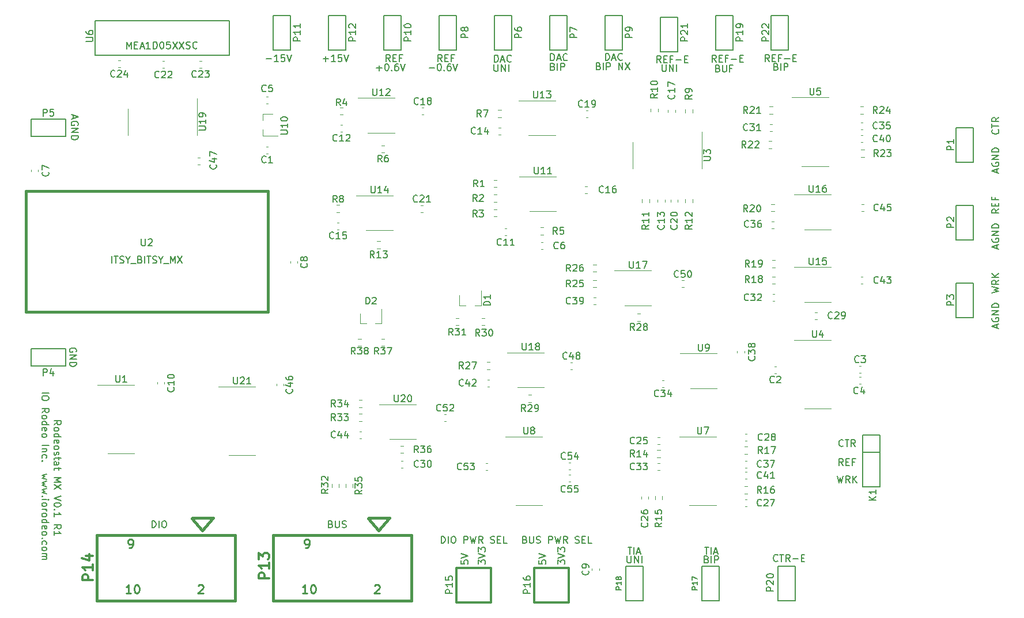
<source format=gto>
%TF.GenerationSoftware,KiCad,Pcbnew,5.1.7-a382d34a8~87~ubuntu18.04.1*%
%TF.CreationDate,2022-10-25T10:50:56-07:00*%
%TF.ProjectId,potentiostat,706f7465-6e74-4696-9f73-7461742e6b69,rev?*%
%TF.SameCoordinates,Original*%
%TF.FileFunction,Legend,Top*%
%TF.FilePolarity,Positive*%
%FSLAX46Y46*%
G04 Gerber Fmt 4.6, Leading zero omitted, Abs format (unit mm)*
G04 Created by KiCad (PCBNEW 5.1.7-a382d34a8~87~ubuntu18.04.1) date 2022-10-25 10:50:56*
%MOMM*%
%LPD*%
G01*
G04 APERTURE LIST*
%ADD10C,0.203200*%
%ADD11C,0.381000*%
%ADD12C,0.152400*%
%ADD13C,0.120000*%
%ADD14C,0.304800*%
%ADD15C,0.200000*%
%ADD16C,0.150000*%
%ADD17C,0.254000*%
G04 APERTURE END LIST*
D10*
X53642380Y-107623428D02*
X54658380Y-107623428D01*
X54658380Y-108300761D02*
X54658380Y-108494285D01*
X54610000Y-108591047D01*
X54513238Y-108687809D01*
X54319714Y-108736190D01*
X53981047Y-108736190D01*
X53787523Y-108687809D01*
X53690761Y-108591047D01*
X53642380Y-108494285D01*
X53642380Y-108300761D01*
X53690761Y-108204000D01*
X53787523Y-108107238D01*
X53981047Y-108058857D01*
X54319714Y-108058857D01*
X54513238Y-108107238D01*
X54610000Y-108204000D01*
X54658380Y-108300761D01*
X53642380Y-110526285D02*
X54126190Y-110187619D01*
X53642380Y-109945714D02*
X54658380Y-109945714D01*
X54658380Y-110332761D01*
X54610000Y-110429523D01*
X54561619Y-110477904D01*
X54464857Y-110526285D01*
X54319714Y-110526285D01*
X54222952Y-110477904D01*
X54174571Y-110429523D01*
X54126190Y-110332761D01*
X54126190Y-109945714D01*
X53642380Y-111106857D02*
X53690761Y-111010095D01*
X53739142Y-110961714D01*
X53835904Y-110913333D01*
X54126190Y-110913333D01*
X54222952Y-110961714D01*
X54271333Y-111010095D01*
X54319714Y-111106857D01*
X54319714Y-111252000D01*
X54271333Y-111348761D01*
X54222952Y-111397142D01*
X54126190Y-111445523D01*
X53835904Y-111445523D01*
X53739142Y-111397142D01*
X53690761Y-111348761D01*
X53642380Y-111252000D01*
X53642380Y-111106857D01*
X53642380Y-112316380D02*
X54658380Y-112316380D01*
X53690761Y-112316380D02*
X53642380Y-112219619D01*
X53642380Y-112026095D01*
X53690761Y-111929333D01*
X53739142Y-111880952D01*
X53835904Y-111832571D01*
X54126190Y-111832571D01*
X54222952Y-111880952D01*
X54271333Y-111929333D01*
X54319714Y-112026095D01*
X54319714Y-112219619D01*
X54271333Y-112316380D01*
X53690761Y-113187238D02*
X53642380Y-113090476D01*
X53642380Y-112896952D01*
X53690761Y-112800190D01*
X53787523Y-112751809D01*
X54174571Y-112751809D01*
X54271333Y-112800190D01*
X54319714Y-112896952D01*
X54319714Y-113090476D01*
X54271333Y-113187238D01*
X54174571Y-113235619D01*
X54077809Y-113235619D01*
X53981047Y-112751809D01*
X53642380Y-113816190D02*
X53690761Y-113719428D01*
X53739142Y-113671047D01*
X53835904Y-113622666D01*
X54126190Y-113622666D01*
X54222952Y-113671047D01*
X54271333Y-113719428D01*
X54319714Y-113816190D01*
X54319714Y-113961333D01*
X54271333Y-114058095D01*
X54222952Y-114106476D01*
X54126190Y-114154857D01*
X53835904Y-114154857D01*
X53739142Y-114106476D01*
X53690761Y-114058095D01*
X53642380Y-113961333D01*
X53642380Y-113816190D01*
X53642380Y-115364380D02*
X54658380Y-115364380D01*
X54319714Y-115848190D02*
X53642380Y-115848190D01*
X54222952Y-115848190D02*
X54271333Y-115896571D01*
X54319714Y-115993333D01*
X54319714Y-116138476D01*
X54271333Y-116235238D01*
X54174571Y-116283619D01*
X53642380Y-116283619D01*
X53690761Y-117202857D02*
X53642380Y-117106095D01*
X53642380Y-116912571D01*
X53690761Y-116815809D01*
X53739142Y-116767428D01*
X53835904Y-116719047D01*
X54126190Y-116719047D01*
X54222952Y-116767428D01*
X54271333Y-116815809D01*
X54319714Y-116912571D01*
X54319714Y-117106095D01*
X54271333Y-117202857D01*
X53739142Y-117638285D02*
X53690761Y-117686666D01*
X53642380Y-117638285D01*
X53690761Y-117589904D01*
X53739142Y-117638285D01*
X53642380Y-117638285D01*
X54319714Y-119573523D02*
X53642380Y-119767047D01*
X54126190Y-119960571D01*
X53642380Y-120154095D01*
X54319714Y-120347619D01*
X54319714Y-120637904D02*
X53642380Y-120831428D01*
X54126190Y-121024952D01*
X53642380Y-121218476D01*
X54319714Y-121412000D01*
X54319714Y-121702285D02*
X53642380Y-121895809D01*
X54126190Y-122089333D01*
X53642380Y-122282857D01*
X54319714Y-122476380D01*
X53739142Y-122863428D02*
X53690761Y-122911809D01*
X53642380Y-122863428D01*
X53690761Y-122815047D01*
X53739142Y-122863428D01*
X53642380Y-122863428D01*
X53642380Y-123347238D02*
X54319714Y-123347238D01*
X54658380Y-123347238D02*
X54610000Y-123298857D01*
X54561619Y-123347238D01*
X54610000Y-123395619D01*
X54658380Y-123347238D01*
X54561619Y-123347238D01*
X53642380Y-123976190D02*
X53690761Y-123879428D01*
X53739142Y-123831047D01*
X53835904Y-123782666D01*
X54126190Y-123782666D01*
X54222952Y-123831047D01*
X54271333Y-123879428D01*
X54319714Y-123976190D01*
X54319714Y-124121333D01*
X54271333Y-124218095D01*
X54222952Y-124266476D01*
X54126190Y-124314857D01*
X53835904Y-124314857D01*
X53739142Y-124266476D01*
X53690761Y-124218095D01*
X53642380Y-124121333D01*
X53642380Y-123976190D01*
X53642380Y-124750285D02*
X54319714Y-124750285D01*
X54126190Y-124750285D02*
X54222952Y-124798666D01*
X54271333Y-124847047D01*
X54319714Y-124943809D01*
X54319714Y-125040571D01*
X53642380Y-125524380D02*
X53690761Y-125427619D01*
X53739142Y-125379238D01*
X53835904Y-125330857D01*
X54126190Y-125330857D01*
X54222952Y-125379238D01*
X54271333Y-125427619D01*
X54319714Y-125524380D01*
X54319714Y-125669523D01*
X54271333Y-125766285D01*
X54222952Y-125814666D01*
X54126190Y-125863047D01*
X53835904Y-125863047D01*
X53739142Y-125814666D01*
X53690761Y-125766285D01*
X53642380Y-125669523D01*
X53642380Y-125524380D01*
X53642380Y-126733904D02*
X54658380Y-126733904D01*
X53690761Y-126733904D02*
X53642380Y-126637142D01*
X53642380Y-126443619D01*
X53690761Y-126346857D01*
X53739142Y-126298476D01*
X53835904Y-126250095D01*
X54126190Y-126250095D01*
X54222952Y-126298476D01*
X54271333Y-126346857D01*
X54319714Y-126443619D01*
X54319714Y-126637142D01*
X54271333Y-126733904D01*
X53690761Y-127604761D02*
X53642380Y-127508000D01*
X53642380Y-127314476D01*
X53690761Y-127217714D01*
X53787523Y-127169333D01*
X54174571Y-127169333D01*
X54271333Y-127217714D01*
X54319714Y-127314476D01*
X54319714Y-127508000D01*
X54271333Y-127604761D01*
X54174571Y-127653142D01*
X54077809Y-127653142D01*
X53981047Y-127169333D01*
X53642380Y-128233714D02*
X53690761Y-128136952D01*
X53739142Y-128088571D01*
X53835904Y-128040190D01*
X54126190Y-128040190D01*
X54222952Y-128088571D01*
X54271333Y-128136952D01*
X54319714Y-128233714D01*
X54319714Y-128378857D01*
X54271333Y-128475619D01*
X54222952Y-128524000D01*
X54126190Y-128572380D01*
X53835904Y-128572380D01*
X53739142Y-128524000D01*
X53690761Y-128475619D01*
X53642380Y-128378857D01*
X53642380Y-128233714D01*
X53739142Y-129007809D02*
X53690761Y-129056190D01*
X53642380Y-129007809D01*
X53690761Y-128959428D01*
X53739142Y-129007809D01*
X53642380Y-129007809D01*
X53690761Y-129927047D02*
X53642380Y-129830285D01*
X53642380Y-129636761D01*
X53690761Y-129540000D01*
X53739142Y-129491619D01*
X53835904Y-129443238D01*
X54126190Y-129443238D01*
X54222952Y-129491619D01*
X54271333Y-129540000D01*
X54319714Y-129636761D01*
X54319714Y-129830285D01*
X54271333Y-129927047D01*
X53642380Y-130507619D02*
X53690761Y-130410857D01*
X53739142Y-130362476D01*
X53835904Y-130314095D01*
X54126190Y-130314095D01*
X54222952Y-130362476D01*
X54271333Y-130410857D01*
X54319714Y-130507619D01*
X54319714Y-130652761D01*
X54271333Y-130749523D01*
X54222952Y-130797904D01*
X54126190Y-130846285D01*
X53835904Y-130846285D01*
X53739142Y-130797904D01*
X53690761Y-130749523D01*
X53642380Y-130652761D01*
X53642380Y-130507619D01*
X53642380Y-131281714D02*
X54319714Y-131281714D01*
X54222952Y-131281714D02*
X54271333Y-131330095D01*
X54319714Y-131426857D01*
X54319714Y-131572000D01*
X54271333Y-131668761D01*
X54174571Y-131717142D01*
X53642380Y-131717142D01*
X54174571Y-131717142D02*
X54271333Y-131765523D01*
X54319714Y-131862285D01*
X54319714Y-132007428D01*
X54271333Y-132104190D01*
X54174571Y-132152571D01*
X53642380Y-132152571D01*
X139651619Y-131625219D02*
X139651619Y-132447695D01*
X139700000Y-132544457D01*
X139748380Y-132592838D01*
X139845142Y-132641219D01*
X140038666Y-132641219D01*
X140135428Y-132592838D01*
X140183809Y-132544457D01*
X140232190Y-132447695D01*
X140232190Y-131625219D01*
X140716000Y-132641219D02*
X140716000Y-131625219D01*
X141296571Y-132641219D01*
X141296571Y-131625219D01*
X141780380Y-132641219D02*
X141780380Y-131625219D01*
X151316266Y-132109028D02*
X151461409Y-132157409D01*
X151509790Y-132205790D01*
X151558171Y-132302552D01*
X151558171Y-132447695D01*
X151509790Y-132544457D01*
X151461409Y-132592838D01*
X151364647Y-132641219D01*
X150977600Y-132641219D01*
X150977600Y-131625219D01*
X151316266Y-131625219D01*
X151413028Y-131673600D01*
X151461409Y-131721980D01*
X151509790Y-131818742D01*
X151509790Y-131915504D01*
X151461409Y-132012266D01*
X151413028Y-132060647D01*
X151316266Y-132109028D01*
X150977600Y-132109028D01*
X151993600Y-132641219D02*
X151993600Y-131625219D01*
X152477409Y-132641219D02*
X152477409Y-131625219D01*
X152864457Y-131625219D01*
X152961219Y-131673600D01*
X153009600Y-131721980D01*
X153057980Y-131818742D01*
X153057980Y-131963885D01*
X153009600Y-132060647D01*
X152961219Y-132109028D01*
X152864457Y-132157409D01*
X152477409Y-132157409D01*
X161527066Y-59617428D02*
X161672209Y-59665809D01*
X161720590Y-59714190D01*
X161768971Y-59810952D01*
X161768971Y-59956095D01*
X161720590Y-60052857D01*
X161672209Y-60101238D01*
X161575447Y-60149619D01*
X161188400Y-60149619D01*
X161188400Y-59133619D01*
X161527066Y-59133619D01*
X161623828Y-59182000D01*
X161672209Y-59230380D01*
X161720590Y-59327142D01*
X161720590Y-59423904D01*
X161672209Y-59520666D01*
X161623828Y-59569047D01*
X161527066Y-59617428D01*
X161188400Y-59617428D01*
X162204400Y-60149619D02*
X162204400Y-59133619D01*
X162688209Y-60149619D02*
X162688209Y-59133619D01*
X163075257Y-59133619D01*
X163172019Y-59182000D01*
X163220400Y-59230380D01*
X163268780Y-59327142D01*
X163268780Y-59472285D01*
X163220400Y-59569047D01*
X163172019Y-59617428D01*
X163075257Y-59665809D01*
X162688209Y-59665809D01*
X152978152Y-59871428D02*
X153123295Y-59919809D01*
X153171676Y-59968190D01*
X153220057Y-60064952D01*
X153220057Y-60210095D01*
X153171676Y-60306857D01*
X153123295Y-60355238D01*
X153026533Y-60403619D01*
X152639485Y-60403619D01*
X152639485Y-59387619D01*
X152978152Y-59387619D01*
X153074914Y-59436000D01*
X153123295Y-59484380D01*
X153171676Y-59581142D01*
X153171676Y-59677904D01*
X153123295Y-59774666D01*
X153074914Y-59823047D01*
X152978152Y-59871428D01*
X152639485Y-59871428D01*
X153655485Y-59387619D02*
X153655485Y-60210095D01*
X153703866Y-60306857D01*
X153752247Y-60355238D01*
X153849009Y-60403619D01*
X154042533Y-60403619D01*
X154139295Y-60355238D01*
X154187676Y-60306857D01*
X154236057Y-60210095D01*
X154236057Y-59387619D01*
X155058533Y-59871428D02*
X154719866Y-59871428D01*
X154719866Y-60403619D02*
X154719866Y-59387619D01*
X155203676Y-59387619D01*
X144782419Y-59336819D02*
X144782419Y-60159295D01*
X144830800Y-60256057D01*
X144879180Y-60304438D01*
X144975942Y-60352819D01*
X145169466Y-60352819D01*
X145266228Y-60304438D01*
X145314609Y-60256057D01*
X145362990Y-60159295D01*
X145362990Y-59336819D01*
X145846800Y-60352819D02*
X145846800Y-59336819D01*
X146427371Y-60352819D01*
X146427371Y-59336819D01*
X146911180Y-60352819D02*
X146911180Y-59336819D01*
X135435219Y-59566628D02*
X135580361Y-59615009D01*
X135628742Y-59663390D01*
X135677123Y-59760152D01*
X135677123Y-59905295D01*
X135628742Y-60002057D01*
X135580361Y-60050438D01*
X135483600Y-60098819D01*
X135096552Y-60098819D01*
X135096552Y-59082819D01*
X135435219Y-59082819D01*
X135531980Y-59131200D01*
X135580361Y-59179580D01*
X135628742Y-59276342D01*
X135628742Y-59373104D01*
X135580361Y-59469866D01*
X135531980Y-59518247D01*
X135435219Y-59566628D01*
X135096552Y-59566628D01*
X136112552Y-60098819D02*
X136112552Y-59082819D01*
X136596361Y-60098819D02*
X136596361Y-59082819D01*
X136983409Y-59082819D01*
X137080171Y-59131200D01*
X137128552Y-59179580D01*
X137176933Y-59276342D01*
X137176933Y-59421485D01*
X137128552Y-59518247D01*
X137080171Y-59566628D01*
X136983409Y-59615009D01*
X136596361Y-59615009D01*
X138386457Y-60098819D02*
X138386457Y-59082819D01*
X138967028Y-60098819D01*
X138967028Y-59082819D01*
X139354076Y-59082819D02*
X140031409Y-60098819D01*
X140031409Y-59082819D02*
X139354076Y-60098819D01*
X110540800Y-59813371D02*
X111314895Y-59813371D01*
X111992228Y-59184419D02*
X112088990Y-59184419D01*
X112185752Y-59232800D01*
X112234133Y-59281180D01*
X112282514Y-59377942D01*
X112330895Y-59571466D01*
X112330895Y-59813371D01*
X112282514Y-60006895D01*
X112234133Y-60103657D01*
X112185752Y-60152038D01*
X112088990Y-60200419D01*
X111992228Y-60200419D01*
X111895466Y-60152038D01*
X111847085Y-60103657D01*
X111798704Y-60006895D01*
X111750323Y-59813371D01*
X111750323Y-59571466D01*
X111798704Y-59377942D01*
X111847085Y-59281180D01*
X111895466Y-59232800D01*
X111992228Y-59184419D01*
X112766323Y-60103657D02*
X112814704Y-60152038D01*
X112766323Y-60200419D01*
X112717942Y-60152038D01*
X112766323Y-60103657D01*
X112766323Y-60200419D01*
X113685561Y-59184419D02*
X113492038Y-59184419D01*
X113395276Y-59232800D01*
X113346895Y-59281180D01*
X113250133Y-59426323D01*
X113201752Y-59619847D01*
X113201752Y-60006895D01*
X113250133Y-60103657D01*
X113298514Y-60152038D01*
X113395276Y-60200419D01*
X113588800Y-60200419D01*
X113685561Y-60152038D01*
X113733942Y-60103657D01*
X113782323Y-60006895D01*
X113782323Y-59764990D01*
X113733942Y-59668228D01*
X113685561Y-59619847D01*
X113588800Y-59571466D01*
X113395276Y-59571466D01*
X113298514Y-59619847D01*
X113250133Y-59668228D01*
X113201752Y-59764990D01*
X114072609Y-59184419D02*
X114411276Y-60200419D01*
X114749942Y-59184419D01*
X102819200Y-59813371D02*
X103593295Y-59813371D01*
X103206247Y-60200419D02*
X103206247Y-59426323D01*
X104270628Y-59184419D02*
X104367390Y-59184419D01*
X104464152Y-59232800D01*
X104512533Y-59281180D01*
X104560914Y-59377942D01*
X104609295Y-59571466D01*
X104609295Y-59813371D01*
X104560914Y-60006895D01*
X104512533Y-60103657D01*
X104464152Y-60152038D01*
X104367390Y-60200419D01*
X104270628Y-60200419D01*
X104173866Y-60152038D01*
X104125485Y-60103657D01*
X104077104Y-60006895D01*
X104028723Y-59813371D01*
X104028723Y-59571466D01*
X104077104Y-59377942D01*
X104125485Y-59281180D01*
X104173866Y-59232800D01*
X104270628Y-59184419D01*
X105044723Y-60103657D02*
X105093104Y-60152038D01*
X105044723Y-60200419D01*
X104996342Y-60152038D01*
X105044723Y-60103657D01*
X105044723Y-60200419D01*
X105963961Y-59184419D02*
X105770438Y-59184419D01*
X105673676Y-59232800D01*
X105625295Y-59281180D01*
X105528533Y-59426323D01*
X105480152Y-59619847D01*
X105480152Y-60006895D01*
X105528533Y-60103657D01*
X105576914Y-60152038D01*
X105673676Y-60200419D01*
X105867200Y-60200419D01*
X105963961Y-60152038D01*
X106012342Y-60103657D01*
X106060723Y-60006895D01*
X106060723Y-59764990D01*
X106012342Y-59668228D01*
X105963961Y-59619847D01*
X105867200Y-59571466D01*
X105673676Y-59571466D01*
X105576914Y-59619847D01*
X105528533Y-59668228D01*
X105480152Y-59764990D01*
X106351009Y-59184419D02*
X106689676Y-60200419D01*
X107028342Y-59184419D01*
X128710266Y-59617428D02*
X128855409Y-59665809D01*
X128903790Y-59714190D01*
X128952171Y-59810952D01*
X128952171Y-59956095D01*
X128903790Y-60052857D01*
X128855409Y-60101238D01*
X128758647Y-60149619D01*
X128371600Y-60149619D01*
X128371600Y-59133619D01*
X128710266Y-59133619D01*
X128807028Y-59182000D01*
X128855409Y-59230380D01*
X128903790Y-59327142D01*
X128903790Y-59423904D01*
X128855409Y-59520666D01*
X128807028Y-59569047D01*
X128710266Y-59617428D01*
X128371600Y-59617428D01*
X129387600Y-60149619D02*
X129387600Y-59133619D01*
X129871409Y-60149619D02*
X129871409Y-59133619D01*
X130258457Y-59133619D01*
X130355219Y-59182000D01*
X130403600Y-59230380D01*
X130451980Y-59327142D01*
X130451980Y-59472285D01*
X130403600Y-59569047D01*
X130355219Y-59617428D01*
X130258457Y-59665809D01*
X129871409Y-59665809D01*
X120093619Y-59286019D02*
X120093619Y-60108495D01*
X120142000Y-60205257D01*
X120190380Y-60253638D01*
X120287142Y-60302019D01*
X120480666Y-60302019D01*
X120577428Y-60253638D01*
X120625809Y-60205257D01*
X120674190Y-60108495D01*
X120674190Y-59286019D01*
X121158000Y-60302019D02*
X121158000Y-59286019D01*
X121738571Y-60302019D01*
X121738571Y-59286019D01*
X122222380Y-60302019D02*
X122222380Y-59286019D01*
X160535257Y-58879619D02*
X160196590Y-58395809D01*
X159954685Y-58879619D02*
X159954685Y-57863619D01*
X160341733Y-57863619D01*
X160438495Y-57912000D01*
X160486876Y-57960380D01*
X160535257Y-58057142D01*
X160535257Y-58202285D01*
X160486876Y-58299047D01*
X160438495Y-58347428D01*
X160341733Y-58395809D01*
X159954685Y-58395809D01*
X160970685Y-58347428D02*
X161309352Y-58347428D01*
X161454495Y-58879619D02*
X160970685Y-58879619D01*
X160970685Y-57863619D01*
X161454495Y-57863619D01*
X162228590Y-58347428D02*
X161889923Y-58347428D01*
X161889923Y-58879619D02*
X161889923Y-57863619D01*
X162373733Y-57863619D01*
X162760780Y-58492571D02*
X163534876Y-58492571D01*
X164018685Y-58347428D02*
X164357352Y-58347428D01*
X164502495Y-58879619D02*
X164018685Y-58879619D01*
X164018685Y-57863619D01*
X164502495Y-57863619D01*
X171377428Y-115424857D02*
X171329047Y-115473238D01*
X171183904Y-115521619D01*
X171087142Y-115521619D01*
X170942000Y-115473238D01*
X170845238Y-115376476D01*
X170796857Y-115279714D01*
X170748476Y-115086190D01*
X170748476Y-114941047D01*
X170796857Y-114747523D01*
X170845238Y-114650761D01*
X170942000Y-114554000D01*
X171087142Y-114505619D01*
X171183904Y-114505619D01*
X171329047Y-114554000D01*
X171377428Y-114602380D01*
X171667714Y-114505619D02*
X172248285Y-114505619D01*
X171958000Y-115521619D02*
X171958000Y-114505619D01*
X173167523Y-115521619D02*
X172828857Y-115037809D01*
X172586952Y-115521619D02*
X172586952Y-114505619D01*
X172974000Y-114505619D01*
X173070761Y-114554000D01*
X173119142Y-114602380D01*
X173167523Y-114699142D01*
X173167523Y-114844285D01*
X173119142Y-114941047D01*
X173070761Y-114989428D01*
X172974000Y-115037809D01*
X172586952Y-115037809D01*
X171377428Y-118315619D02*
X171038761Y-117831809D01*
X170796857Y-118315619D02*
X170796857Y-117299619D01*
X171183904Y-117299619D01*
X171280666Y-117348000D01*
X171329047Y-117396380D01*
X171377428Y-117493142D01*
X171377428Y-117638285D01*
X171329047Y-117735047D01*
X171280666Y-117783428D01*
X171183904Y-117831809D01*
X170796857Y-117831809D01*
X171812857Y-117783428D02*
X172151523Y-117783428D01*
X172296666Y-118315619D02*
X171812857Y-118315619D01*
X171812857Y-117299619D01*
X172296666Y-117299619D01*
X173070761Y-117783428D02*
X172732095Y-117783428D01*
X172732095Y-118315619D02*
X172732095Y-117299619D01*
X173215904Y-117299619D01*
X170506571Y-119839619D02*
X170748476Y-120855619D01*
X170942000Y-120129904D01*
X171135523Y-120855619D01*
X171377428Y-119839619D01*
X172345047Y-120855619D02*
X172006380Y-120371809D01*
X171764476Y-120855619D02*
X171764476Y-119839619D01*
X172151523Y-119839619D01*
X172248285Y-119888000D01*
X172296666Y-119936380D01*
X172345047Y-120033142D01*
X172345047Y-120178285D01*
X172296666Y-120275047D01*
X172248285Y-120323428D01*
X172151523Y-120371809D01*
X171764476Y-120371809D01*
X172780476Y-120855619D02*
X172780476Y-119839619D01*
X173361047Y-120855619D02*
X172925619Y-120275047D01*
X173361047Y-119839619D02*
X172780476Y-120420190D01*
X194164857Y-68906571D02*
X194213238Y-68954952D01*
X194261619Y-69100095D01*
X194261619Y-69196857D01*
X194213238Y-69342000D01*
X194116476Y-69438761D01*
X194019714Y-69487142D01*
X193826190Y-69535523D01*
X193681047Y-69535523D01*
X193487523Y-69487142D01*
X193390761Y-69438761D01*
X193294000Y-69342000D01*
X193245619Y-69196857D01*
X193245619Y-69100095D01*
X193294000Y-68954952D01*
X193342380Y-68906571D01*
X193245619Y-68616285D02*
X193245619Y-68035714D01*
X194261619Y-68326000D02*
X193245619Y-68326000D01*
X194261619Y-67116476D02*
X193777809Y-67455142D01*
X194261619Y-67697047D02*
X193245619Y-67697047D01*
X193245619Y-67310000D01*
X193294000Y-67213238D01*
X193342380Y-67164857D01*
X193439142Y-67116476D01*
X193584285Y-67116476D01*
X193681047Y-67164857D01*
X193729428Y-67213238D01*
X193777809Y-67310000D01*
X193777809Y-67697047D01*
X194261619Y-80590571D02*
X193777809Y-80929238D01*
X194261619Y-81171142D02*
X193245619Y-81171142D01*
X193245619Y-80784095D01*
X193294000Y-80687333D01*
X193342380Y-80638952D01*
X193439142Y-80590571D01*
X193584285Y-80590571D01*
X193681047Y-80638952D01*
X193729428Y-80687333D01*
X193777809Y-80784095D01*
X193777809Y-81171142D01*
X193729428Y-80155142D02*
X193729428Y-79816476D01*
X194261619Y-79671333D02*
X194261619Y-80155142D01*
X193245619Y-80155142D01*
X193245619Y-79671333D01*
X193729428Y-78897238D02*
X193729428Y-79235904D01*
X194261619Y-79235904D02*
X193245619Y-79235904D01*
X193245619Y-78752095D01*
X193245619Y-92891428D02*
X194261619Y-92649523D01*
X193535904Y-92456000D01*
X194261619Y-92262476D01*
X193245619Y-92020571D01*
X194261619Y-91052952D02*
X193777809Y-91391619D01*
X194261619Y-91633523D02*
X193245619Y-91633523D01*
X193245619Y-91246476D01*
X193294000Y-91149714D01*
X193342380Y-91101333D01*
X193439142Y-91052952D01*
X193584285Y-91052952D01*
X193681047Y-91101333D01*
X193729428Y-91149714D01*
X193777809Y-91246476D01*
X193777809Y-91633523D01*
X194261619Y-90617523D02*
X193245619Y-90617523D01*
X194261619Y-90036952D02*
X193681047Y-90472380D01*
X193245619Y-90036952D02*
X193826190Y-90617523D01*
X193971333Y-75196095D02*
X193971333Y-74712285D01*
X194261619Y-75292857D02*
X193245619Y-74954190D01*
X194261619Y-74615523D01*
X193294000Y-73744666D02*
X193245619Y-73841428D01*
X193245619Y-73986571D01*
X193294000Y-74131714D01*
X193390761Y-74228476D01*
X193487523Y-74276857D01*
X193681047Y-74325238D01*
X193826190Y-74325238D01*
X194019714Y-74276857D01*
X194116476Y-74228476D01*
X194213238Y-74131714D01*
X194261619Y-73986571D01*
X194261619Y-73889809D01*
X194213238Y-73744666D01*
X194164857Y-73696285D01*
X193826190Y-73696285D01*
X193826190Y-73889809D01*
X194261619Y-73260857D02*
X193245619Y-73260857D01*
X194261619Y-72680285D01*
X193245619Y-72680285D01*
X194261619Y-72196476D02*
X193245619Y-72196476D01*
X193245619Y-71954571D01*
X193294000Y-71809428D01*
X193390761Y-71712666D01*
X193487523Y-71664285D01*
X193681047Y-71615904D01*
X193826190Y-71615904D01*
X194019714Y-71664285D01*
X194116476Y-71712666D01*
X194213238Y-71809428D01*
X194261619Y-71954571D01*
X194261619Y-72196476D01*
X193971333Y-86372095D02*
X193971333Y-85888285D01*
X194261619Y-86468857D02*
X193245619Y-86130190D01*
X194261619Y-85791523D01*
X193294000Y-84920666D02*
X193245619Y-85017428D01*
X193245619Y-85162571D01*
X193294000Y-85307714D01*
X193390761Y-85404476D01*
X193487523Y-85452857D01*
X193681047Y-85501238D01*
X193826190Y-85501238D01*
X194019714Y-85452857D01*
X194116476Y-85404476D01*
X194213238Y-85307714D01*
X194261619Y-85162571D01*
X194261619Y-85065809D01*
X194213238Y-84920666D01*
X194164857Y-84872285D01*
X193826190Y-84872285D01*
X193826190Y-85065809D01*
X194261619Y-84436857D02*
X193245619Y-84436857D01*
X194261619Y-83856285D01*
X193245619Y-83856285D01*
X194261619Y-83372476D02*
X193245619Y-83372476D01*
X193245619Y-83130571D01*
X193294000Y-82985428D01*
X193390761Y-82888666D01*
X193487523Y-82840285D01*
X193681047Y-82791904D01*
X193826190Y-82791904D01*
X194019714Y-82840285D01*
X194116476Y-82888666D01*
X194213238Y-82985428D01*
X194261619Y-83130571D01*
X194261619Y-83372476D01*
X193971333Y-98056095D02*
X193971333Y-97572285D01*
X194261619Y-98152857D02*
X193245619Y-97814190D01*
X194261619Y-97475523D01*
X193294000Y-96604666D02*
X193245619Y-96701428D01*
X193245619Y-96846571D01*
X193294000Y-96991714D01*
X193390761Y-97088476D01*
X193487523Y-97136857D01*
X193681047Y-97185238D01*
X193826190Y-97185238D01*
X194019714Y-97136857D01*
X194116476Y-97088476D01*
X194213238Y-96991714D01*
X194261619Y-96846571D01*
X194261619Y-96749809D01*
X194213238Y-96604666D01*
X194164857Y-96556285D01*
X193826190Y-96556285D01*
X193826190Y-96749809D01*
X194261619Y-96120857D02*
X193245619Y-96120857D01*
X194261619Y-95540285D01*
X193245619Y-95540285D01*
X194261619Y-95056476D02*
X193245619Y-95056476D01*
X193245619Y-94814571D01*
X193294000Y-94669428D01*
X193390761Y-94572666D01*
X193487523Y-94524285D01*
X193681047Y-94475904D01*
X193826190Y-94475904D01*
X194019714Y-94524285D01*
X194116476Y-94572666D01*
X194213238Y-94669428D01*
X194261619Y-94814571D01*
X194261619Y-95056476D01*
X58250666Y-66789904D02*
X58250666Y-67273714D01*
X57960380Y-66693142D02*
X58976380Y-67031809D01*
X57960380Y-67370476D01*
X58928000Y-68241333D02*
X58976380Y-68144571D01*
X58976380Y-67999428D01*
X58928000Y-67854285D01*
X58831238Y-67757523D01*
X58734476Y-67709142D01*
X58540952Y-67660761D01*
X58395809Y-67660761D01*
X58202285Y-67709142D01*
X58105523Y-67757523D01*
X58008761Y-67854285D01*
X57960380Y-67999428D01*
X57960380Y-68096190D01*
X58008761Y-68241333D01*
X58057142Y-68289714D01*
X58395809Y-68289714D01*
X58395809Y-68096190D01*
X57960380Y-68725142D02*
X58976380Y-68725142D01*
X57960380Y-69305714D01*
X58976380Y-69305714D01*
X57960380Y-69789523D02*
X58976380Y-69789523D01*
X58976380Y-70031428D01*
X58928000Y-70176571D01*
X58831238Y-70273333D01*
X58734476Y-70321714D01*
X58540952Y-70370095D01*
X58395809Y-70370095D01*
X58202285Y-70321714D01*
X58105523Y-70273333D01*
X58008761Y-70176571D01*
X57960380Y-70031428D01*
X57960380Y-69789523D01*
X58674000Y-101587904D02*
X58722380Y-101491142D01*
X58722380Y-101346000D01*
X58674000Y-101200857D01*
X58577238Y-101104095D01*
X58480476Y-101055714D01*
X58286952Y-101007333D01*
X58141809Y-101007333D01*
X57948285Y-101055714D01*
X57851523Y-101104095D01*
X57754761Y-101200857D01*
X57706380Y-101346000D01*
X57706380Y-101442761D01*
X57754761Y-101587904D01*
X57803142Y-101636285D01*
X58141809Y-101636285D01*
X58141809Y-101442761D01*
X57706380Y-102071714D02*
X58722380Y-102071714D01*
X57706380Y-102652285D01*
X58722380Y-102652285D01*
X57706380Y-103136095D02*
X58722380Y-103136095D01*
X58722380Y-103378000D01*
X58674000Y-103523142D01*
X58577238Y-103619904D01*
X58480476Y-103668285D01*
X58286952Y-103716666D01*
X58141809Y-103716666D01*
X57948285Y-103668285D01*
X57851523Y-103619904D01*
X57754761Y-103523142D01*
X57706380Y-103378000D01*
X57706380Y-103136095D01*
X129491619Y-132829904D02*
X129491619Y-132200952D01*
X129878666Y-132539619D01*
X129878666Y-132394476D01*
X129927047Y-132297714D01*
X129975428Y-132249333D01*
X130072190Y-132200952D01*
X130314095Y-132200952D01*
X130410857Y-132249333D01*
X130459238Y-132297714D01*
X130507619Y-132394476D01*
X130507619Y-132684761D01*
X130459238Y-132781523D01*
X130410857Y-132829904D01*
X129491619Y-131910666D02*
X130507619Y-131572000D01*
X129491619Y-131233333D01*
X129491619Y-130991428D02*
X129491619Y-130362476D01*
X129878666Y-130701142D01*
X129878666Y-130556000D01*
X129927047Y-130459238D01*
X129975428Y-130410857D01*
X130072190Y-130362476D01*
X130314095Y-130362476D01*
X130410857Y-130410857D01*
X130459238Y-130459238D01*
X130507619Y-130556000D01*
X130507619Y-130846285D01*
X130459238Y-130943047D01*
X130410857Y-130991428D01*
X126697619Y-132273523D02*
X126697619Y-132757333D01*
X127181428Y-132805714D01*
X127133047Y-132757333D01*
X127084666Y-132660571D01*
X127084666Y-132418666D01*
X127133047Y-132321904D01*
X127181428Y-132273523D01*
X127278190Y-132225142D01*
X127520095Y-132225142D01*
X127616857Y-132273523D01*
X127665238Y-132321904D01*
X127713619Y-132418666D01*
X127713619Y-132660571D01*
X127665238Y-132757333D01*
X127616857Y-132805714D01*
X126697619Y-131934857D02*
X127713619Y-131596190D01*
X126697619Y-131257523D01*
X124617238Y-129213428D02*
X124762380Y-129261809D01*
X124810761Y-129310190D01*
X124859142Y-129406952D01*
X124859142Y-129552095D01*
X124810761Y-129648857D01*
X124762380Y-129697238D01*
X124665619Y-129745619D01*
X124278571Y-129745619D01*
X124278571Y-128729619D01*
X124617238Y-128729619D01*
X124714000Y-128778000D01*
X124762380Y-128826380D01*
X124810761Y-128923142D01*
X124810761Y-129019904D01*
X124762380Y-129116666D01*
X124714000Y-129165047D01*
X124617238Y-129213428D01*
X124278571Y-129213428D01*
X125294571Y-128729619D02*
X125294571Y-129552095D01*
X125342952Y-129648857D01*
X125391333Y-129697238D01*
X125488095Y-129745619D01*
X125681619Y-129745619D01*
X125778380Y-129697238D01*
X125826761Y-129648857D01*
X125875142Y-129552095D01*
X125875142Y-128729619D01*
X126310571Y-129697238D02*
X126455714Y-129745619D01*
X126697619Y-129745619D01*
X126794380Y-129697238D01*
X126842761Y-129648857D01*
X126891142Y-129552095D01*
X126891142Y-129455333D01*
X126842761Y-129358571D01*
X126794380Y-129310190D01*
X126697619Y-129261809D01*
X126504095Y-129213428D01*
X126407333Y-129165047D01*
X126358952Y-129116666D01*
X126310571Y-129019904D01*
X126310571Y-128923142D01*
X126358952Y-128826380D01*
X126407333Y-128778000D01*
X126504095Y-128729619D01*
X126746000Y-128729619D01*
X126891142Y-128778000D01*
X128100666Y-129745619D02*
X128100666Y-128729619D01*
X128487714Y-128729619D01*
X128584476Y-128778000D01*
X128632857Y-128826380D01*
X128681238Y-128923142D01*
X128681238Y-129068285D01*
X128632857Y-129165047D01*
X128584476Y-129213428D01*
X128487714Y-129261809D01*
X128100666Y-129261809D01*
X129019904Y-128729619D02*
X129261809Y-129745619D01*
X129455333Y-129019904D01*
X129648857Y-129745619D01*
X129890761Y-128729619D01*
X130858380Y-129745619D02*
X130519714Y-129261809D01*
X130277809Y-129745619D02*
X130277809Y-128729619D01*
X130664857Y-128729619D01*
X130761619Y-128778000D01*
X130810000Y-128826380D01*
X130858380Y-128923142D01*
X130858380Y-129068285D01*
X130810000Y-129165047D01*
X130761619Y-129213428D01*
X130664857Y-129261809D01*
X130277809Y-129261809D01*
X132019523Y-129697238D02*
X132164666Y-129745619D01*
X132406571Y-129745619D01*
X132503333Y-129697238D01*
X132551714Y-129648857D01*
X132600095Y-129552095D01*
X132600095Y-129455333D01*
X132551714Y-129358571D01*
X132503333Y-129310190D01*
X132406571Y-129261809D01*
X132213047Y-129213428D01*
X132116285Y-129165047D01*
X132067904Y-129116666D01*
X132019523Y-129019904D01*
X132019523Y-128923142D01*
X132067904Y-128826380D01*
X132116285Y-128778000D01*
X132213047Y-128729619D01*
X132454952Y-128729619D01*
X132600095Y-128778000D01*
X133035523Y-129213428D02*
X133374190Y-129213428D01*
X133519333Y-129745619D02*
X133035523Y-129745619D01*
X133035523Y-128729619D01*
X133519333Y-128729619D01*
X134438571Y-129745619D02*
X133954761Y-129745619D01*
X133954761Y-128729619D01*
X112328476Y-129745619D02*
X112328476Y-128729619D01*
X112570380Y-128729619D01*
X112715523Y-128778000D01*
X112812285Y-128874761D01*
X112860666Y-128971523D01*
X112909047Y-129165047D01*
X112909047Y-129310190D01*
X112860666Y-129503714D01*
X112812285Y-129600476D01*
X112715523Y-129697238D01*
X112570380Y-129745619D01*
X112328476Y-129745619D01*
X113344476Y-129745619D02*
X113344476Y-128729619D01*
X114021809Y-128729619D02*
X114215333Y-128729619D01*
X114312095Y-128778000D01*
X114408857Y-128874761D01*
X114457238Y-129068285D01*
X114457238Y-129406952D01*
X114408857Y-129600476D01*
X114312095Y-129697238D01*
X114215333Y-129745619D01*
X114021809Y-129745619D01*
X113925047Y-129697238D01*
X113828285Y-129600476D01*
X113779904Y-129406952D01*
X113779904Y-129068285D01*
X113828285Y-128874761D01*
X113925047Y-128778000D01*
X114021809Y-128729619D01*
X115666761Y-129745619D02*
X115666761Y-128729619D01*
X116053809Y-128729619D01*
X116150571Y-128778000D01*
X116198952Y-128826380D01*
X116247333Y-128923142D01*
X116247333Y-129068285D01*
X116198952Y-129165047D01*
X116150571Y-129213428D01*
X116053809Y-129261809D01*
X115666761Y-129261809D01*
X116586000Y-128729619D02*
X116827904Y-129745619D01*
X117021428Y-129019904D01*
X117214952Y-129745619D01*
X117456857Y-128729619D01*
X118424476Y-129745619D02*
X118085809Y-129261809D01*
X117843904Y-129745619D02*
X117843904Y-128729619D01*
X118230952Y-128729619D01*
X118327714Y-128778000D01*
X118376095Y-128826380D01*
X118424476Y-128923142D01*
X118424476Y-129068285D01*
X118376095Y-129165047D01*
X118327714Y-129213428D01*
X118230952Y-129261809D01*
X117843904Y-129261809D01*
X119585619Y-129697238D02*
X119730761Y-129745619D01*
X119972666Y-129745619D01*
X120069428Y-129697238D01*
X120117809Y-129648857D01*
X120166190Y-129552095D01*
X120166190Y-129455333D01*
X120117809Y-129358571D01*
X120069428Y-129310190D01*
X119972666Y-129261809D01*
X119779142Y-129213428D01*
X119682380Y-129165047D01*
X119634000Y-129116666D01*
X119585619Y-129019904D01*
X119585619Y-128923142D01*
X119634000Y-128826380D01*
X119682380Y-128778000D01*
X119779142Y-128729619D01*
X120021047Y-128729619D01*
X120166190Y-128778000D01*
X120601619Y-129213428D02*
X120940285Y-129213428D01*
X121085428Y-129745619D02*
X120601619Y-129745619D01*
X120601619Y-128729619D01*
X121085428Y-128729619D01*
X122004666Y-129745619D02*
X121520857Y-129745619D01*
X121520857Y-128729619D01*
X117807619Y-132829904D02*
X117807619Y-132200952D01*
X118194666Y-132539619D01*
X118194666Y-132394476D01*
X118243047Y-132297714D01*
X118291428Y-132249333D01*
X118388190Y-132200952D01*
X118630095Y-132200952D01*
X118726857Y-132249333D01*
X118775238Y-132297714D01*
X118823619Y-132394476D01*
X118823619Y-132684761D01*
X118775238Y-132781523D01*
X118726857Y-132829904D01*
X117807619Y-131910666D02*
X118823619Y-131572000D01*
X117807619Y-131233333D01*
X117807619Y-130991428D02*
X117807619Y-130362476D01*
X118194666Y-130701142D01*
X118194666Y-130556000D01*
X118243047Y-130459238D01*
X118291428Y-130410857D01*
X118388190Y-130362476D01*
X118630095Y-130362476D01*
X118726857Y-130410857D01*
X118775238Y-130459238D01*
X118823619Y-130556000D01*
X118823619Y-130846285D01*
X118775238Y-130943047D01*
X118726857Y-130991428D01*
X115267619Y-132273523D02*
X115267619Y-132757333D01*
X115751428Y-132805714D01*
X115703047Y-132757333D01*
X115654666Y-132660571D01*
X115654666Y-132418666D01*
X115703047Y-132321904D01*
X115751428Y-132273523D01*
X115848190Y-132225142D01*
X116090095Y-132225142D01*
X116186857Y-132273523D01*
X116235238Y-132321904D01*
X116283619Y-132418666D01*
X116283619Y-132660571D01*
X116235238Y-132757333D01*
X116186857Y-132805714D01*
X115267619Y-131934857D02*
X116283619Y-131596190D01*
X115267619Y-131257523D01*
X96084571Y-126927428D02*
X96229714Y-126975809D01*
X96278095Y-127024190D01*
X96326476Y-127120952D01*
X96326476Y-127266095D01*
X96278095Y-127362857D01*
X96229714Y-127411238D01*
X96132952Y-127459619D01*
X95745904Y-127459619D01*
X95745904Y-126443619D01*
X96084571Y-126443619D01*
X96181333Y-126492000D01*
X96229714Y-126540380D01*
X96278095Y-126637142D01*
X96278095Y-126733904D01*
X96229714Y-126830666D01*
X96181333Y-126879047D01*
X96084571Y-126927428D01*
X95745904Y-126927428D01*
X96761904Y-126443619D02*
X96761904Y-127266095D01*
X96810285Y-127362857D01*
X96858666Y-127411238D01*
X96955428Y-127459619D01*
X97148952Y-127459619D01*
X97245714Y-127411238D01*
X97294095Y-127362857D01*
X97342476Y-127266095D01*
X97342476Y-126443619D01*
X97777904Y-127411238D02*
X97923047Y-127459619D01*
X98164952Y-127459619D01*
X98261714Y-127411238D01*
X98310095Y-127362857D01*
X98358476Y-127266095D01*
X98358476Y-127169333D01*
X98310095Y-127072571D01*
X98261714Y-127024190D01*
X98164952Y-126975809D01*
X97971428Y-126927428D01*
X97874666Y-126879047D01*
X97826285Y-126830666D01*
X97777904Y-126733904D01*
X97777904Y-126637142D01*
X97826285Y-126540380D01*
X97874666Y-126492000D01*
X97971428Y-126443619D01*
X98213333Y-126443619D01*
X98358476Y-126492000D01*
X69825809Y-127459619D02*
X69825809Y-126443619D01*
X70067714Y-126443619D01*
X70212857Y-126492000D01*
X70309619Y-126588761D01*
X70358000Y-126685523D01*
X70406380Y-126879047D01*
X70406380Y-127024190D01*
X70358000Y-127217714D01*
X70309619Y-127314476D01*
X70212857Y-127411238D01*
X70067714Y-127459619D01*
X69825809Y-127459619D01*
X70841809Y-127459619D02*
X70841809Y-126443619D01*
X71519142Y-126443619D02*
X71712666Y-126443619D01*
X71809428Y-126492000D01*
X71906190Y-126588761D01*
X71954571Y-126782285D01*
X71954571Y-127120952D01*
X71906190Y-127314476D01*
X71809428Y-127411238D01*
X71712666Y-127459619D01*
X71519142Y-127459619D01*
X71422380Y-127411238D01*
X71325619Y-127314476D01*
X71277238Y-127120952D01*
X71277238Y-126782285D01*
X71325619Y-126588761D01*
X71422380Y-126492000D01*
X71519142Y-126443619D01*
X55420380Y-112328476D02*
X55904190Y-111989809D01*
X55420380Y-111747904D02*
X56436380Y-111747904D01*
X56436380Y-112134952D01*
X56388000Y-112231714D01*
X56339619Y-112280095D01*
X56242857Y-112328476D01*
X56097714Y-112328476D01*
X56000952Y-112280095D01*
X55952571Y-112231714D01*
X55904190Y-112134952D01*
X55904190Y-111747904D01*
X55420380Y-112909047D02*
X55468761Y-112812285D01*
X55517142Y-112763904D01*
X55613904Y-112715523D01*
X55904190Y-112715523D01*
X56000952Y-112763904D01*
X56049333Y-112812285D01*
X56097714Y-112909047D01*
X56097714Y-113054190D01*
X56049333Y-113150952D01*
X56000952Y-113199333D01*
X55904190Y-113247714D01*
X55613904Y-113247714D01*
X55517142Y-113199333D01*
X55468761Y-113150952D01*
X55420380Y-113054190D01*
X55420380Y-112909047D01*
X55420380Y-114118571D02*
X56436380Y-114118571D01*
X55468761Y-114118571D02*
X55420380Y-114021809D01*
X55420380Y-113828285D01*
X55468761Y-113731523D01*
X55517142Y-113683142D01*
X55613904Y-113634761D01*
X55904190Y-113634761D01*
X56000952Y-113683142D01*
X56049333Y-113731523D01*
X56097714Y-113828285D01*
X56097714Y-114021809D01*
X56049333Y-114118571D01*
X55468761Y-114989428D02*
X55420380Y-114892666D01*
X55420380Y-114699142D01*
X55468761Y-114602380D01*
X55565523Y-114554000D01*
X55952571Y-114554000D01*
X56049333Y-114602380D01*
X56097714Y-114699142D01*
X56097714Y-114892666D01*
X56049333Y-114989428D01*
X55952571Y-115037809D01*
X55855809Y-115037809D01*
X55759047Y-114554000D01*
X55420380Y-115618380D02*
X55468761Y-115521619D01*
X55517142Y-115473238D01*
X55613904Y-115424857D01*
X55904190Y-115424857D01*
X56000952Y-115473238D01*
X56049333Y-115521619D01*
X56097714Y-115618380D01*
X56097714Y-115763523D01*
X56049333Y-115860285D01*
X56000952Y-115908666D01*
X55904190Y-115957047D01*
X55613904Y-115957047D01*
X55517142Y-115908666D01*
X55468761Y-115860285D01*
X55420380Y-115763523D01*
X55420380Y-115618380D01*
X55468761Y-116344095D02*
X55420380Y-116440857D01*
X55420380Y-116634380D01*
X55468761Y-116731142D01*
X55565523Y-116779523D01*
X55613904Y-116779523D01*
X55710666Y-116731142D01*
X55759047Y-116634380D01*
X55759047Y-116489238D01*
X55807428Y-116392476D01*
X55904190Y-116344095D01*
X55952571Y-116344095D01*
X56049333Y-116392476D01*
X56097714Y-116489238D01*
X56097714Y-116634380D01*
X56049333Y-116731142D01*
X56097714Y-117069809D02*
X56097714Y-117456857D01*
X56436380Y-117214952D02*
X55565523Y-117214952D01*
X55468761Y-117263333D01*
X55420380Y-117360095D01*
X55420380Y-117456857D01*
X55420380Y-118230952D02*
X55952571Y-118230952D01*
X56049333Y-118182571D01*
X56097714Y-118085809D01*
X56097714Y-117892285D01*
X56049333Y-117795523D01*
X55468761Y-118230952D02*
X55420380Y-118134190D01*
X55420380Y-117892285D01*
X55468761Y-117795523D01*
X55565523Y-117747142D01*
X55662285Y-117747142D01*
X55759047Y-117795523D01*
X55807428Y-117892285D01*
X55807428Y-118134190D01*
X55855809Y-118230952D01*
X56097714Y-118569619D02*
X56097714Y-118956666D01*
X56436380Y-118714761D02*
X55565523Y-118714761D01*
X55468761Y-118763142D01*
X55420380Y-118859904D01*
X55420380Y-118956666D01*
X55420380Y-120069428D02*
X56436380Y-120069428D01*
X55710666Y-120408095D01*
X56436380Y-120746761D01*
X55420380Y-120746761D01*
X56436380Y-121133809D02*
X55420380Y-121811142D01*
X56436380Y-121811142D02*
X55420380Y-121133809D01*
X56436380Y-122827142D02*
X55420380Y-123165809D01*
X56436380Y-123504476D01*
X56436380Y-124036666D02*
X56436380Y-124133428D01*
X56388000Y-124230190D01*
X56339619Y-124278571D01*
X56242857Y-124326952D01*
X56049333Y-124375333D01*
X55807428Y-124375333D01*
X55613904Y-124326952D01*
X55517142Y-124278571D01*
X55468761Y-124230190D01*
X55420380Y-124133428D01*
X55420380Y-124036666D01*
X55468761Y-123939904D01*
X55517142Y-123891523D01*
X55613904Y-123843142D01*
X55807428Y-123794761D01*
X56049333Y-123794761D01*
X56242857Y-123843142D01*
X56339619Y-123891523D01*
X56388000Y-123939904D01*
X56436380Y-124036666D01*
X55517142Y-124810761D02*
X55468761Y-124859142D01*
X55420380Y-124810761D01*
X55468761Y-124762380D01*
X55517142Y-124810761D01*
X55420380Y-124810761D01*
X55420380Y-125826761D02*
X55420380Y-125246190D01*
X55420380Y-125536476D02*
X56436380Y-125536476D01*
X56291238Y-125439714D01*
X56194476Y-125342952D01*
X56146095Y-125246190D01*
X55420380Y-127616857D02*
X55904190Y-127278190D01*
X55420380Y-127036285D02*
X56436380Y-127036285D01*
X56436380Y-127423333D01*
X56388000Y-127520095D01*
X56339619Y-127568476D01*
X56242857Y-127616857D01*
X56097714Y-127616857D01*
X56000952Y-127568476D01*
X55952571Y-127520095D01*
X55904190Y-127423333D01*
X55904190Y-127036285D01*
X55420380Y-128584476D02*
X55420380Y-128003904D01*
X55420380Y-128294190D02*
X56436380Y-128294190D01*
X56291238Y-128197428D01*
X56194476Y-128100666D01*
X56146095Y-128003904D01*
X139748380Y-130355219D02*
X140328952Y-130355219D01*
X140038666Y-131371219D02*
X140038666Y-130355219D01*
X140667619Y-131371219D02*
X140667619Y-130355219D01*
X141103047Y-131080933D02*
X141586857Y-131080933D01*
X141006285Y-131371219D02*
X141344952Y-130355219D01*
X141683619Y-131371219D01*
X151025980Y-130355219D02*
X151606552Y-130355219D01*
X151316266Y-131371219D02*
X151316266Y-130355219D01*
X151945219Y-131371219D02*
X151945219Y-130355219D01*
X152380647Y-131080933D02*
X152864457Y-131080933D01*
X152283885Y-131371219D02*
X152622552Y-130355219D01*
X152961219Y-131371219D01*
X144584057Y-59032019D02*
X144245390Y-58548209D01*
X144003485Y-59032019D02*
X144003485Y-58016019D01*
X144390533Y-58016019D01*
X144487295Y-58064400D01*
X144535676Y-58112780D01*
X144584057Y-58209542D01*
X144584057Y-58354685D01*
X144535676Y-58451447D01*
X144487295Y-58499828D01*
X144390533Y-58548209D01*
X144003485Y-58548209D01*
X145019485Y-58499828D02*
X145358152Y-58499828D01*
X145503295Y-59032019D02*
X145019485Y-59032019D01*
X145019485Y-58016019D01*
X145503295Y-58016019D01*
X146277390Y-58499828D02*
X145938723Y-58499828D01*
X145938723Y-59032019D02*
X145938723Y-58016019D01*
X146422533Y-58016019D01*
X146809580Y-58644971D02*
X147583676Y-58644971D01*
X148067485Y-58499828D02*
X148406152Y-58499828D01*
X148551295Y-59032019D02*
X148067485Y-59032019D01*
X148067485Y-58016019D01*
X148551295Y-58016019D01*
X112449428Y-58879619D02*
X112110761Y-58395809D01*
X111868857Y-58879619D02*
X111868857Y-57863619D01*
X112255904Y-57863619D01*
X112352666Y-57912000D01*
X112401047Y-57960380D01*
X112449428Y-58057142D01*
X112449428Y-58202285D01*
X112401047Y-58299047D01*
X112352666Y-58347428D01*
X112255904Y-58395809D01*
X111868857Y-58395809D01*
X112884857Y-58347428D02*
X113223523Y-58347428D01*
X113368666Y-58879619D02*
X112884857Y-58879619D01*
X112884857Y-57863619D01*
X113368666Y-57863619D01*
X114142761Y-58347428D02*
X113804095Y-58347428D01*
X113804095Y-58879619D02*
X113804095Y-57863619D01*
X114287904Y-57863619D01*
X152712057Y-58930419D02*
X152373390Y-58446609D01*
X152131485Y-58930419D02*
X152131485Y-57914419D01*
X152518533Y-57914419D01*
X152615295Y-57962800D01*
X152663676Y-58011180D01*
X152712057Y-58107942D01*
X152712057Y-58253085D01*
X152663676Y-58349847D01*
X152615295Y-58398228D01*
X152518533Y-58446609D01*
X152131485Y-58446609D01*
X153147485Y-58398228D02*
X153486152Y-58398228D01*
X153631295Y-58930419D02*
X153147485Y-58930419D01*
X153147485Y-57914419D01*
X153631295Y-57914419D01*
X154405390Y-58398228D02*
X154066723Y-58398228D01*
X154066723Y-58930419D02*
X154066723Y-57914419D01*
X154550533Y-57914419D01*
X154937580Y-58543371D02*
X155711676Y-58543371D01*
X156195485Y-58398228D02*
X156534152Y-58398228D01*
X156679295Y-58930419D02*
X156195485Y-58930419D01*
X156195485Y-57914419D01*
X156679295Y-57914419D01*
X161754457Y-132341257D02*
X161706076Y-132389638D01*
X161560933Y-132438019D01*
X161464171Y-132438019D01*
X161319028Y-132389638D01*
X161222266Y-132292876D01*
X161173885Y-132196114D01*
X161125504Y-132002590D01*
X161125504Y-131857447D01*
X161173885Y-131663923D01*
X161222266Y-131567161D01*
X161319028Y-131470400D01*
X161464171Y-131422019D01*
X161560933Y-131422019D01*
X161706076Y-131470400D01*
X161754457Y-131518780D01*
X162044742Y-131422019D02*
X162625314Y-131422019D01*
X162335028Y-132438019D02*
X162335028Y-131422019D01*
X163544552Y-132438019D02*
X163205885Y-131954209D01*
X162963980Y-132438019D02*
X162963980Y-131422019D01*
X163351028Y-131422019D01*
X163447790Y-131470400D01*
X163496171Y-131518780D01*
X163544552Y-131615542D01*
X163544552Y-131760685D01*
X163496171Y-131857447D01*
X163447790Y-131905828D01*
X163351028Y-131954209D01*
X162963980Y-131954209D01*
X163979980Y-132050971D02*
X164754076Y-132050971D01*
X165237885Y-131905828D02*
X165576552Y-131905828D01*
X165721695Y-132438019D02*
X165237885Y-132438019D01*
X165237885Y-131422019D01*
X165721695Y-131422019D01*
X136458476Y-58676419D02*
X136458476Y-57660419D01*
X136700380Y-57660419D01*
X136845523Y-57708800D01*
X136942285Y-57805561D01*
X136990666Y-57902323D01*
X137039047Y-58095847D01*
X137039047Y-58240990D01*
X136990666Y-58434514D01*
X136942285Y-58531276D01*
X136845523Y-58628038D01*
X136700380Y-58676419D01*
X136458476Y-58676419D01*
X137426095Y-58386133D02*
X137909904Y-58386133D01*
X137329333Y-58676419D02*
X137668000Y-57660419D01*
X138006666Y-58676419D01*
X138925904Y-58579657D02*
X138877523Y-58628038D01*
X138732380Y-58676419D01*
X138635619Y-58676419D01*
X138490476Y-58628038D01*
X138393714Y-58531276D01*
X138345333Y-58434514D01*
X138296952Y-58240990D01*
X138296952Y-58095847D01*
X138345333Y-57902323D01*
X138393714Y-57805561D01*
X138490476Y-57708800D01*
X138635619Y-57660419D01*
X138732380Y-57660419D01*
X138877523Y-57708800D01*
X138925904Y-57757180D01*
X104829428Y-58879619D02*
X104490761Y-58395809D01*
X104248857Y-58879619D02*
X104248857Y-57863619D01*
X104635904Y-57863619D01*
X104732666Y-57912000D01*
X104781047Y-57960380D01*
X104829428Y-58057142D01*
X104829428Y-58202285D01*
X104781047Y-58299047D01*
X104732666Y-58347428D01*
X104635904Y-58395809D01*
X104248857Y-58395809D01*
X105264857Y-58347428D02*
X105603523Y-58347428D01*
X105748666Y-58879619D02*
X105264857Y-58879619D01*
X105264857Y-57863619D01*
X105748666Y-57863619D01*
X106522761Y-58347428D02*
X106184095Y-58347428D01*
X106184095Y-58879619D02*
X106184095Y-57863619D01*
X106667904Y-57863619D01*
X128381276Y-58727219D02*
X128381276Y-57711219D01*
X128623180Y-57711219D01*
X128768323Y-57759600D01*
X128865085Y-57856361D01*
X128913466Y-57953123D01*
X128961847Y-58146647D01*
X128961847Y-58291790D01*
X128913466Y-58485314D01*
X128865085Y-58582076D01*
X128768323Y-58678838D01*
X128623180Y-58727219D01*
X128381276Y-58727219D01*
X129348895Y-58436933D02*
X129832704Y-58436933D01*
X129252133Y-58727219D02*
X129590800Y-57711219D01*
X129929466Y-58727219D01*
X130848704Y-58630457D02*
X130800323Y-58678838D01*
X130655180Y-58727219D01*
X130558419Y-58727219D01*
X130413276Y-58678838D01*
X130316514Y-58582076D01*
X130268133Y-58485314D01*
X130219752Y-58291790D01*
X130219752Y-58146647D01*
X130268133Y-57953123D01*
X130316514Y-57856361D01*
X130413276Y-57759600D01*
X130558419Y-57711219D01*
X130655180Y-57711219D01*
X130800323Y-57759600D01*
X130848704Y-57807980D01*
X120151676Y-58930419D02*
X120151676Y-57914419D01*
X120393580Y-57914419D01*
X120538723Y-57962800D01*
X120635485Y-58059561D01*
X120683866Y-58156323D01*
X120732247Y-58349847D01*
X120732247Y-58494990D01*
X120683866Y-58688514D01*
X120635485Y-58785276D01*
X120538723Y-58882038D01*
X120393580Y-58930419D01*
X120151676Y-58930419D01*
X121119295Y-58640133D02*
X121603104Y-58640133D01*
X121022533Y-58930419D02*
X121361200Y-57914419D01*
X121699866Y-58930419D01*
X122619104Y-58833657D02*
X122570723Y-58882038D01*
X122425580Y-58930419D01*
X122328819Y-58930419D01*
X122183676Y-58882038D01*
X122086914Y-58785276D01*
X122038533Y-58688514D01*
X121990152Y-58494990D01*
X121990152Y-58349847D01*
X122038533Y-58156323D01*
X122086914Y-58059561D01*
X122183676Y-57962800D01*
X122328819Y-57914419D01*
X122425580Y-57914419D01*
X122570723Y-57962800D01*
X122619104Y-58011180D01*
X94983904Y-58492571D02*
X95758000Y-58492571D01*
X95370952Y-58879619D02*
X95370952Y-58105523D01*
X96774000Y-58879619D02*
X96193428Y-58879619D01*
X96483714Y-58879619D02*
X96483714Y-57863619D01*
X96386952Y-58008761D01*
X96290190Y-58105523D01*
X96193428Y-58153904D01*
X97693238Y-57863619D02*
X97209428Y-57863619D01*
X97161047Y-58347428D01*
X97209428Y-58299047D01*
X97306190Y-58250666D01*
X97548095Y-58250666D01*
X97644857Y-58299047D01*
X97693238Y-58347428D01*
X97741619Y-58444190D01*
X97741619Y-58686095D01*
X97693238Y-58782857D01*
X97644857Y-58831238D01*
X97548095Y-58879619D01*
X97306190Y-58879619D01*
X97209428Y-58831238D01*
X97161047Y-58782857D01*
X98031904Y-57863619D02*
X98370571Y-58879619D01*
X98709238Y-57863619D01*
X86601904Y-58492571D02*
X87376000Y-58492571D01*
X88392000Y-58879619D02*
X87811428Y-58879619D01*
X88101714Y-58879619D02*
X88101714Y-57863619D01*
X88004952Y-58008761D01*
X87908190Y-58105523D01*
X87811428Y-58153904D01*
X89311238Y-57863619D02*
X88827428Y-57863619D01*
X88779047Y-58347428D01*
X88827428Y-58299047D01*
X88924190Y-58250666D01*
X89166095Y-58250666D01*
X89262857Y-58299047D01*
X89311238Y-58347428D01*
X89359619Y-58444190D01*
X89359619Y-58686095D01*
X89311238Y-58782857D01*
X89262857Y-58831238D01*
X89166095Y-58879619D01*
X88924190Y-58879619D01*
X88827428Y-58831238D01*
X88779047Y-58782857D01*
X89649904Y-57863619D02*
X89988571Y-58879619D01*
X90327238Y-57863619D01*
D11*
%TO.C,U2*%
X51270000Y-77910000D02*
X51270000Y-95690000D01*
X86830000Y-77910000D02*
X51270000Y-77910000D01*
X86830000Y-95690000D02*
X86830000Y-77910000D01*
X51270000Y-95690000D02*
X86830000Y-95690000D01*
D12*
%TO.C,P5*%
X52070000Y-69850000D02*
X52070000Y-67310000D01*
X52070000Y-67310000D02*
X57150000Y-67310000D01*
X57150000Y-67310000D02*
X57150000Y-69850000D01*
X57150000Y-69850000D02*
X52070000Y-69850000D01*
D13*
%TO.C,C3*%
X173722420Y-103630000D02*
X174003580Y-103630000D01*
X173722420Y-104650000D02*
X174003580Y-104650000D01*
%TO.C,U11*%
X127254000Y-75799000D02*
X123804000Y-75799000D01*
X127254000Y-75799000D02*
X129204000Y-75799000D01*
X127254000Y-80919000D02*
X125304000Y-80919000D01*
X127254000Y-80919000D02*
X129204000Y-80919000D01*
D12*
%TO.C,K1*%
X174244000Y-113792000D02*
X176784000Y-113792000D01*
X176784000Y-113792000D02*
X176784000Y-121412000D01*
X176784000Y-121412000D02*
X174244000Y-121412000D01*
X174244000Y-121412000D02*
X174244000Y-113792000D01*
X176784000Y-116332000D02*
X174244000Y-116332000D01*
D11*
%TO.C,P14*%
X75722480Y-126085600D02*
X77246480Y-127863600D01*
X77246480Y-127861060D02*
X78770480Y-126083060D01*
X78783180Y-126050040D02*
X75780900Y-126050040D01*
X82042000Y-128524000D02*
X82042000Y-138176000D01*
X61722000Y-128524000D02*
X82042000Y-128524000D01*
X61722000Y-138176000D02*
X61722000Y-128524000D01*
X82042000Y-138176000D02*
X61722000Y-138176000D01*
%TO.C,P13*%
X101630480Y-126085600D02*
X103154480Y-127863600D01*
X103154480Y-127861060D02*
X104678480Y-126083060D01*
X104691180Y-126050040D02*
X101688900Y-126050040D01*
X107950000Y-128524000D02*
X107950000Y-138176000D01*
X87630000Y-128524000D02*
X107950000Y-128524000D01*
X87630000Y-138176000D02*
X87630000Y-128524000D01*
X107950000Y-138176000D02*
X87630000Y-138176000D01*
D12*
%TO.C,P7*%
X128270000Y-52070000D02*
X130810000Y-52070000D01*
X130810000Y-52070000D02*
X130810000Y-57150000D01*
X130810000Y-57150000D02*
X128270000Y-57150000D01*
X128270000Y-57150000D02*
X128270000Y-52070000D01*
%TO.C,P9*%
X136398000Y-52070000D02*
X138938000Y-52070000D01*
X138938000Y-52070000D02*
X138938000Y-57150000D01*
X138938000Y-57150000D02*
X136398000Y-57150000D01*
X136398000Y-57150000D02*
X136398000Y-52070000D01*
%TO.C,P20*%
X161798000Y-133096000D02*
X164338000Y-133096000D01*
X164338000Y-133096000D02*
X164338000Y-138176000D01*
X164338000Y-138176000D02*
X161798000Y-138176000D01*
X161798000Y-138176000D02*
X161798000Y-133096000D01*
%TO.C,P21*%
X144526000Y-57404000D02*
X144526000Y-52324000D01*
X147066000Y-57404000D02*
X144526000Y-57404000D01*
X147066000Y-52324000D02*
X147066000Y-57404000D01*
X144526000Y-52324000D02*
X147066000Y-52324000D01*
%TO.C,P19*%
X152654000Y-52070000D02*
X155194000Y-52070000D01*
X155194000Y-52070000D02*
X155194000Y-57150000D01*
X155194000Y-57150000D02*
X152654000Y-57150000D01*
X152654000Y-57150000D02*
X152654000Y-52070000D01*
%TO.C,P6*%
X120142000Y-52070000D02*
X122682000Y-52070000D01*
X122682000Y-52070000D02*
X122682000Y-57150000D01*
X122682000Y-57150000D02*
X120142000Y-57150000D01*
X120142000Y-57150000D02*
X120142000Y-52070000D01*
%TO.C,P10*%
X103886000Y-52070000D02*
X106426000Y-52070000D01*
X106426000Y-52070000D02*
X106426000Y-57150000D01*
X106426000Y-57150000D02*
X103886000Y-57150000D01*
X103886000Y-57150000D02*
X103886000Y-52070000D01*
%TO.C,P12*%
X95758000Y-52070000D02*
X98298000Y-52070000D01*
X98298000Y-52070000D02*
X98298000Y-57150000D01*
X98298000Y-57150000D02*
X95758000Y-57150000D01*
X95758000Y-57150000D02*
X95758000Y-52070000D01*
%TO.C,P11*%
X87630000Y-52070000D02*
X90170000Y-52070000D01*
X90170000Y-52070000D02*
X90170000Y-57150000D01*
X90170000Y-57150000D02*
X87630000Y-57150000D01*
X87630000Y-57150000D02*
X87630000Y-52070000D01*
%TO.C,P4*%
X57150000Y-101092000D02*
X57150000Y-103632000D01*
X57150000Y-103632000D02*
X52070000Y-103632000D01*
X52070000Y-103632000D02*
X52070000Y-101092000D01*
X52070000Y-101092000D02*
X57150000Y-101092000D01*
%TO.C,P18*%
X139446000Y-133096000D02*
X141986000Y-133096000D01*
X141986000Y-133096000D02*
X141986000Y-138176000D01*
X141986000Y-138176000D02*
X139446000Y-138176000D01*
X139446000Y-138176000D02*
X139446000Y-133096000D01*
%TO.C,P17*%
X150622000Y-133096000D02*
X153162000Y-133096000D01*
X153162000Y-133096000D02*
X153162000Y-138176000D01*
X153162000Y-138176000D02*
X150622000Y-138176000D01*
X150622000Y-138176000D02*
X150622000Y-133096000D01*
%TO.C,P8*%
X112014000Y-52070000D02*
X114554000Y-52070000D01*
X114554000Y-52070000D02*
X114554000Y-57150000D01*
X114554000Y-57150000D02*
X112014000Y-57150000D01*
X112014000Y-57150000D02*
X112014000Y-52070000D01*
D14*
%TO.C,P16*%
X125984000Y-138430000D02*
X125984000Y-133350000D01*
X131064000Y-138430000D02*
X125984000Y-138430000D01*
X131064000Y-133350000D02*
X131064000Y-138430000D01*
X125984000Y-133350000D02*
X131064000Y-133350000D01*
%TO.C,P15*%
X114554000Y-133350000D02*
X119634000Y-133350000D01*
X119634000Y-133350000D02*
X119634000Y-138430000D01*
X119634000Y-138430000D02*
X114554000Y-138430000D01*
X114554000Y-138430000D02*
X114554000Y-133350000D01*
D13*
%TO.C,C1*%
X86881580Y-72392000D02*
X86600420Y-72392000D01*
X86881580Y-71372000D02*
X86600420Y-71372000D01*
%TO.C,C2*%
X161557580Y-103757000D02*
X161276420Y-103757000D01*
X161557580Y-104777000D02*
X161276420Y-104777000D01*
%TO.C,C4*%
X173722420Y-105281000D02*
X174003580Y-105281000D01*
X173722420Y-106301000D02*
X174003580Y-106301000D01*
%TO.C,C5*%
X86881580Y-64006000D02*
X86600420Y-64006000D01*
X86881580Y-65026000D02*
X86600420Y-65026000D01*
%TO.C,C6*%
X127267580Y-86489000D02*
X126986420Y-86489000D01*
X127267580Y-85469000D02*
X126986420Y-85469000D01*
%TO.C,C7*%
X53088000Y-75070580D02*
X53088000Y-74789420D01*
X52068000Y-75070580D02*
X52068000Y-74789420D01*
%TO.C,C8*%
X90168000Y-88532580D02*
X90168000Y-88251420D01*
X91188000Y-88532580D02*
X91188000Y-88251420D01*
%TO.C,C9*%
X135511000Y-133744580D02*
X135511000Y-133463420D01*
X134491000Y-133744580D02*
X134491000Y-133463420D01*
%TO.C,C10*%
X70610000Y-106312580D02*
X70610000Y-106031420D01*
X71630000Y-106312580D02*
X71630000Y-106031420D01*
%TO.C,C11*%
X121933580Y-83437000D02*
X121652420Y-83437000D01*
X121933580Y-84457000D02*
X121652420Y-84457000D01*
%TO.C,C12*%
X97803580Y-69217000D02*
X97522420Y-69217000D01*
X97803580Y-68197000D02*
X97522420Y-68197000D01*
%TO.C,C13*%
X144143000Y-79234420D02*
X144143000Y-79515580D01*
X145163000Y-79234420D02*
X145163000Y-79515580D01*
%TO.C,C14*%
X121044580Y-68578000D02*
X120763420Y-68578000D01*
X121044580Y-69598000D02*
X120763420Y-69598000D01*
%TO.C,C15*%
X97295580Y-82548000D02*
X97014420Y-82548000D01*
X97295580Y-83568000D02*
X97014420Y-83568000D01*
%TO.C,C16*%
X133463420Y-77214000D02*
X133744580Y-77214000D01*
X133463420Y-78234000D02*
X133744580Y-78234000D01*
%TO.C,C17*%
X145667000Y-66307580D02*
X145667000Y-66026420D01*
X146687000Y-66307580D02*
X146687000Y-66026420D01*
%TO.C,C18*%
X109460420Y-65657000D02*
X109741580Y-65657000D01*
X109460420Y-66677000D02*
X109741580Y-66677000D01*
%TO.C,C19*%
X133590420Y-66038000D02*
X133871580Y-66038000D01*
X133590420Y-67058000D02*
X133871580Y-67058000D01*
%TO.C,C20*%
X146048000Y-79234420D02*
X146048000Y-79515580D01*
X147068000Y-79234420D02*
X147068000Y-79515580D01*
%TO.C,C21*%
X109333420Y-81028000D02*
X109614580Y-81028000D01*
X109333420Y-80008000D02*
X109614580Y-80008000D01*
%TO.C,C22*%
X71360420Y-59819000D02*
X71641580Y-59819000D01*
X71360420Y-58799000D02*
X71641580Y-58799000D01*
%TO.C,C23*%
X77102580Y-59819000D02*
X76821420Y-59819000D01*
X77102580Y-58799000D02*
X76821420Y-58799000D01*
%TO.C,C24*%
X64883420Y-58672000D02*
X65164580Y-58672000D01*
X64883420Y-59692000D02*
X65164580Y-59692000D01*
%TO.C,C25*%
X144412580Y-114171000D02*
X144131420Y-114171000D01*
X144412580Y-115191000D02*
X144131420Y-115191000D01*
%TO.C,C26*%
X142750000Y-122922420D02*
X142750000Y-123203580D01*
X141730000Y-122922420D02*
X141730000Y-123203580D01*
%TO.C,C27*%
X156958420Y-124335000D02*
X157239580Y-124335000D01*
X156958420Y-123315000D02*
X157239580Y-123315000D01*
%TO.C,C28*%
X156958420Y-114683000D02*
X157239580Y-114683000D01*
X156958420Y-113663000D02*
X157239580Y-113663000D01*
%TO.C,C29*%
X167526580Y-96776000D02*
X167245420Y-96776000D01*
X167526580Y-95756000D02*
X167245420Y-95756000D01*
%TO.C,C30*%
X106693580Y-117600000D02*
X106412420Y-117600000D01*
X106693580Y-118620000D02*
X106412420Y-118620000D01*
%TO.C,C31*%
X160922580Y-69090000D02*
X160641420Y-69090000D01*
X160922580Y-68070000D02*
X160641420Y-68070000D01*
%TO.C,C32*%
X161303580Y-94109000D02*
X161022420Y-94109000D01*
X161303580Y-93089000D02*
X161022420Y-93089000D01*
%TO.C,C33*%
X144412580Y-117981000D02*
X144131420Y-117981000D01*
X144412580Y-119001000D02*
X144131420Y-119001000D01*
%TO.C,C34*%
X145047580Y-106809000D02*
X144766420Y-106809000D01*
X145047580Y-105789000D02*
X144766420Y-105789000D01*
%TO.C,C35*%
X173976420Y-68836000D02*
X174257580Y-68836000D01*
X173976420Y-67816000D02*
X174257580Y-67816000D01*
%TO.C,C36*%
X161176580Y-83441000D02*
X160895420Y-83441000D01*
X161176580Y-82421000D02*
X160895420Y-82421000D01*
%TO.C,C37*%
X156958420Y-117600000D02*
X157239580Y-117600000D01*
X156958420Y-118620000D02*
X157239580Y-118620000D01*
%TO.C,C38*%
X156847000Y-101740580D02*
X156847000Y-101459420D01*
X155827000Y-101740580D02*
X155827000Y-101459420D01*
%TO.C,C39*%
X135014580Y-93597000D02*
X134733420Y-93597000D01*
X135014580Y-94617000D02*
X134733420Y-94617000D01*
%TO.C,C40*%
X173976420Y-70741000D02*
X174257580Y-70741000D01*
X173976420Y-69721000D02*
X174257580Y-69721000D01*
%TO.C,C41*%
X156958420Y-119251000D02*
X157239580Y-119251000D01*
X156958420Y-120271000D02*
X157239580Y-120271000D01*
%TO.C,C42*%
X119393580Y-105662000D02*
X119112420Y-105662000D01*
X119393580Y-106682000D02*
X119112420Y-106682000D01*
%TO.C,C43*%
X173976420Y-90549000D02*
X174257580Y-90549000D01*
X173976420Y-91569000D02*
X174257580Y-91569000D01*
%TO.C,C44*%
X100597580Y-114302000D02*
X100316420Y-114302000D01*
X100597580Y-113282000D02*
X100316420Y-113282000D01*
%TO.C,C45*%
X174103420Y-80901000D02*
X174384580Y-80901000D01*
X174103420Y-79881000D02*
X174384580Y-79881000D01*
%TO.C,C46*%
X89156000Y-106566580D02*
X89156000Y-106285420D01*
X88136000Y-106566580D02*
X88136000Y-106285420D01*
%TO.C,C47*%
X76567420Y-74043000D02*
X76848580Y-74043000D01*
X76567420Y-73023000D02*
X76848580Y-73023000D01*
%TO.C,C48*%
X131304420Y-104142000D02*
X131585580Y-104142000D01*
X131304420Y-103122000D02*
X131585580Y-103122000D01*
%TO.C,C50*%
X147687420Y-92077000D02*
X147968580Y-92077000D01*
X147687420Y-91057000D02*
X147968580Y-91057000D01*
%TO.C,C52*%
X112762420Y-110742000D02*
X113043580Y-110742000D01*
X112762420Y-111762000D02*
X113043580Y-111762000D01*
%TO.C,D1*%
X115006000Y-94740000D02*
X115006000Y-93280000D01*
X118166000Y-94740000D02*
X118166000Y-92580000D01*
X118166000Y-94740000D02*
X117236000Y-94740000D01*
X115006000Y-94740000D02*
X115936000Y-94740000D01*
%TO.C,D2*%
X100401000Y-97407000D02*
X100401000Y-95947000D01*
X103561000Y-97407000D02*
X103561000Y-95247000D01*
X103561000Y-97407000D02*
X102631000Y-97407000D01*
X100401000Y-97407000D02*
X101331000Y-97407000D01*
D12*
%TO.C,P22*%
X160782000Y-57150000D02*
X160782000Y-52070000D01*
X163322000Y-57150000D02*
X160782000Y-57150000D01*
X163322000Y-52070000D02*
X163322000Y-57150000D01*
X160782000Y-52070000D02*
X163322000Y-52070000D01*
D13*
%TO.C,R1*%
X120506258Y-77357500D02*
X120031742Y-77357500D01*
X120506258Y-76312500D02*
X120031742Y-76312500D01*
%TO.C,R2*%
X120506258Y-79516500D02*
X120031742Y-79516500D01*
X120506258Y-78471500D02*
X120031742Y-78471500D01*
%TO.C,R3*%
X120031742Y-81675500D02*
X120506258Y-81675500D01*
X120031742Y-80630500D02*
X120506258Y-80630500D01*
%TO.C,R4*%
X97900258Y-66689500D02*
X97425742Y-66689500D01*
X97900258Y-65644500D02*
X97425742Y-65644500D01*
%TO.C,R5*%
X127364258Y-83297500D02*
X126889742Y-83297500D01*
X127364258Y-84342500D02*
X126889742Y-84342500D01*
%TO.C,R6*%
X103996258Y-71232500D02*
X103521742Y-71232500D01*
X103996258Y-72277500D02*
X103521742Y-72277500D01*
%TO.C,R7*%
X121141258Y-66025500D02*
X120666742Y-66025500D01*
X121141258Y-67070500D02*
X120666742Y-67070500D01*
%TO.C,R8*%
X97392258Y-81040500D02*
X96917742Y-81040500D01*
X97392258Y-79995500D02*
X96917742Y-79995500D01*
%TO.C,R9*%
X148194500Y-66404258D02*
X148194500Y-65929742D01*
X149239500Y-66404258D02*
X149239500Y-65929742D01*
%TO.C,R10*%
X144159500Y-66277258D02*
X144159500Y-65802742D01*
X143114500Y-66277258D02*
X143114500Y-65802742D01*
%TO.C,R11*%
X142889500Y-79137742D02*
X142889500Y-79612258D01*
X141844500Y-79137742D02*
X141844500Y-79612258D01*
%TO.C,R12*%
X148194500Y-79137742D02*
X148194500Y-79612258D01*
X149239500Y-79137742D02*
X149239500Y-79612258D01*
%TO.C,R13*%
X103361258Y-86374500D02*
X102886742Y-86374500D01*
X103361258Y-85329500D02*
X102886742Y-85329500D01*
%TO.C,R14*%
X144509258Y-117108500D02*
X144034742Y-117108500D01*
X144509258Y-116063500D02*
X144034742Y-116063500D01*
%TO.C,R15*%
X144794500Y-122825742D02*
X144794500Y-123300258D01*
X143749500Y-122825742D02*
X143749500Y-123300258D01*
%TO.C,R16*%
X156861742Y-122442500D02*
X157336258Y-122442500D01*
X156861742Y-121397500D02*
X157336258Y-121397500D01*
%TO.C,R17*%
X156861742Y-115555500D02*
X157336258Y-115555500D01*
X156861742Y-116600500D02*
X157336258Y-116600500D01*
%TO.C,R18*%
X161400258Y-91581500D02*
X160925742Y-91581500D01*
X161400258Y-90536500D02*
X160925742Y-90536500D01*
%TO.C,R19*%
X160925742Y-89168500D02*
X161400258Y-89168500D01*
X160925742Y-88123500D02*
X161400258Y-88123500D01*
%TO.C,R20*%
X161273258Y-79868500D02*
X160798742Y-79868500D01*
X161273258Y-80913500D02*
X160798742Y-80913500D01*
%TO.C,R21*%
X161019258Y-66562500D02*
X160544742Y-66562500D01*
X161019258Y-65517500D02*
X160544742Y-65517500D01*
%TO.C,R22*%
X160892258Y-71642500D02*
X160417742Y-71642500D01*
X160892258Y-70597500D02*
X160417742Y-70597500D01*
%TO.C,R23*%
X174006742Y-72912500D02*
X174481258Y-72912500D01*
X174006742Y-71867500D02*
X174481258Y-71867500D01*
%TO.C,R24*%
X173879742Y-65517500D02*
X174354258Y-65517500D01*
X173879742Y-66562500D02*
X174354258Y-66562500D01*
%TO.C,R25*%
X135111258Y-91044500D02*
X134636742Y-91044500D01*
X135111258Y-92089500D02*
X134636742Y-92089500D01*
%TO.C,R26*%
X135111258Y-88758500D02*
X134636742Y-88758500D01*
X135111258Y-89803500D02*
X134636742Y-89803500D01*
%TO.C,R27*%
X119490258Y-103109500D02*
X119015742Y-103109500D01*
X119490258Y-104154500D02*
X119015742Y-104154500D01*
%TO.C,R28*%
X141588258Y-97042500D02*
X141113742Y-97042500D01*
X141588258Y-95997500D02*
X141113742Y-95997500D01*
%TO.C,R29*%
X125586258Y-108980500D02*
X125111742Y-108980500D01*
X125586258Y-107935500D02*
X125111742Y-107935500D01*
%TO.C,R30*%
X118253742Y-97677500D02*
X118728258Y-97677500D01*
X118253742Y-96632500D02*
X118728258Y-96632500D01*
%TO.C,R31*%
X114443742Y-97677500D02*
X114918258Y-97677500D01*
X114443742Y-96632500D02*
X114918258Y-96632500D01*
%TO.C,R32*%
X96251500Y-121047742D02*
X96251500Y-121522258D01*
X97296500Y-121047742D02*
X97296500Y-121522258D01*
%TO.C,R33*%
X100694258Y-111774500D02*
X100219742Y-111774500D01*
X100694258Y-110729500D02*
X100219742Y-110729500D01*
%TO.C,R34*%
X100694258Y-108697500D02*
X100219742Y-108697500D01*
X100694258Y-109742500D02*
X100219742Y-109742500D01*
%TO.C,R35*%
X98283500Y-121047742D02*
X98283500Y-121522258D01*
X99328500Y-121047742D02*
X99328500Y-121522258D01*
%TO.C,R36*%
X106790258Y-116473500D02*
X106315742Y-116473500D01*
X106790258Y-115428500D02*
X106315742Y-115428500D01*
%TO.C,R37*%
X103521742Y-100725500D02*
X103996258Y-100725500D01*
X103521742Y-99680500D02*
X103996258Y-99680500D01*
%TO.C,R38*%
X100092742Y-99680500D02*
X100567258Y-99680500D01*
X100092742Y-100725500D02*
X100567258Y-100725500D01*
%TO.C,U1*%
X65278000Y-116566000D02*
X67228000Y-116566000D01*
X65278000Y-116566000D02*
X63328000Y-116566000D01*
X65278000Y-106446000D02*
X67228000Y-106446000D01*
X65278000Y-106446000D02*
X61828000Y-106446000D01*
%TO.C,U3*%
X150602000Y-72644000D02*
X150602000Y-69194000D01*
X150602000Y-72644000D02*
X150602000Y-74594000D01*
X140482000Y-72644000D02*
X140482000Y-70694000D01*
X140482000Y-72644000D02*
X140482000Y-74594000D01*
%TO.C,U4*%
X167640000Y-99842000D02*
X164190000Y-99842000D01*
X167640000Y-99842000D02*
X169590000Y-99842000D01*
X167640000Y-109962000D02*
X165690000Y-109962000D01*
X167640000Y-109962000D02*
X169590000Y-109962000D01*
%TO.C,U5*%
X167259000Y-64155000D02*
X163809000Y-64155000D01*
X167259000Y-64155000D02*
X169209000Y-64155000D01*
X167259000Y-74275000D02*
X165309000Y-74275000D01*
X167259000Y-74275000D02*
X169209000Y-74275000D01*
%TO.C,U7*%
X150749000Y-124186000D02*
X152699000Y-124186000D01*
X150749000Y-124186000D02*
X148799000Y-124186000D01*
X150749000Y-114066000D02*
X152699000Y-114066000D01*
X150749000Y-114066000D02*
X147299000Y-114066000D01*
%TO.C,U8*%
X125222000Y-114066000D02*
X121772000Y-114066000D01*
X125222000Y-114066000D02*
X127172000Y-114066000D01*
X125222000Y-124186000D02*
X123272000Y-124186000D01*
X125222000Y-124186000D02*
X127172000Y-124186000D01*
%TO.C,U9*%
X150876000Y-101834000D02*
X147426000Y-101834000D01*
X150876000Y-101834000D02*
X152826000Y-101834000D01*
X150876000Y-106954000D02*
X148926000Y-106954000D01*
X150876000Y-106954000D02*
X152826000Y-106954000D01*
%TO.C,U10*%
X86108000Y-66619000D02*
X86108000Y-67549000D01*
X86108000Y-69779000D02*
X86108000Y-68849000D01*
X86108000Y-69779000D02*
X88268000Y-69779000D01*
X86108000Y-66619000D02*
X87568000Y-66619000D01*
%TO.C,U12*%
X103505000Y-69362000D02*
X105455000Y-69362000D01*
X103505000Y-69362000D02*
X101555000Y-69362000D01*
X103505000Y-64242000D02*
X105455000Y-64242000D01*
X103505000Y-64242000D02*
X100055000Y-64242000D01*
%TO.C,U13*%
X127127000Y-64623000D02*
X123677000Y-64623000D01*
X127127000Y-64623000D02*
X129077000Y-64623000D01*
X127127000Y-69743000D02*
X125177000Y-69743000D01*
X127127000Y-69743000D02*
X129077000Y-69743000D01*
%TO.C,U14*%
X103251000Y-78593000D02*
X99801000Y-78593000D01*
X103251000Y-78593000D02*
X105201000Y-78593000D01*
X103251000Y-83713000D02*
X101301000Y-83713000D01*
X103251000Y-83713000D02*
X105201000Y-83713000D01*
%TO.C,U15*%
X167640000Y-94254000D02*
X169590000Y-94254000D01*
X167640000Y-94254000D02*
X165690000Y-94254000D01*
X167640000Y-89134000D02*
X169590000Y-89134000D01*
X167640000Y-89134000D02*
X164190000Y-89134000D01*
%TO.C,U16*%
X167640000Y-83586000D02*
X169590000Y-83586000D01*
X167640000Y-83586000D02*
X165690000Y-83586000D01*
X167640000Y-78466000D02*
X169590000Y-78466000D01*
X167640000Y-78466000D02*
X164190000Y-78466000D01*
%TO.C,U17*%
X141224000Y-94762000D02*
X143174000Y-94762000D01*
X141224000Y-94762000D02*
X139274000Y-94762000D01*
X141224000Y-89642000D02*
X143174000Y-89642000D01*
X141224000Y-89642000D02*
X137774000Y-89642000D01*
%TO.C,U18*%
X125476000Y-101707000D02*
X122026000Y-101707000D01*
X125476000Y-101707000D02*
X127426000Y-101707000D01*
X125476000Y-106827000D02*
X123526000Y-106827000D01*
X125476000Y-106827000D02*
X127426000Y-106827000D01*
%TO.C,U19*%
X66296000Y-67733000D02*
X66296000Y-69683000D01*
X66296000Y-67733000D02*
X66296000Y-65783000D01*
X76416000Y-67733000D02*
X76416000Y-69683000D01*
X76416000Y-67733000D02*
X76416000Y-64283000D01*
%TO.C,U20*%
X106680000Y-114447000D02*
X108630000Y-114447000D01*
X106680000Y-114447000D02*
X104730000Y-114447000D01*
X106680000Y-109327000D02*
X108630000Y-109327000D01*
X106680000Y-109327000D02*
X103230000Y-109327000D01*
%TO.C,U21*%
X83058000Y-116820000D02*
X85008000Y-116820000D01*
X83058000Y-116820000D02*
X81108000Y-116820000D01*
X83058000Y-106700000D02*
X85008000Y-106700000D01*
X83058000Y-106700000D02*
X79608000Y-106700000D01*
%TO.C,C53*%
X119139580Y-119001000D02*
X118858420Y-119001000D01*
X119139580Y-117981000D02*
X118858420Y-117981000D01*
%TO.C,C54*%
X131063420Y-118874000D02*
X131344580Y-118874000D01*
X131063420Y-117854000D02*
X131344580Y-117854000D01*
%TO.C,C55*%
X131050420Y-120652000D02*
X131331580Y-120652000D01*
X131050420Y-119632000D02*
X131331580Y-119632000D01*
D12*
%TO.C,P1*%
X187960000Y-68580000D02*
X190500000Y-68580000D01*
X190500000Y-68580000D02*
X190500000Y-73660000D01*
X190500000Y-73660000D02*
X187960000Y-73660000D01*
X187960000Y-73660000D02*
X187960000Y-68580000D01*
%TO.C,P2*%
X187960000Y-85090000D02*
X187960000Y-80010000D01*
X190500000Y-85090000D02*
X187960000Y-85090000D01*
X190500000Y-80010000D02*
X190500000Y-85090000D01*
X187960000Y-80010000D02*
X190500000Y-80010000D01*
%TO.C,P3*%
X187960000Y-91440000D02*
X190500000Y-91440000D01*
X190500000Y-91440000D02*
X190500000Y-96520000D01*
X190500000Y-96520000D02*
X187960000Y-96520000D01*
X187960000Y-96520000D02*
X187960000Y-91440000D01*
D15*
%TO.C,U6*%
X80518000Y-52832000D02*
X81153000Y-52832000D01*
X81153000Y-52832000D02*
X81153000Y-57912000D01*
X81153000Y-57912000D02*
X80518000Y-57912000D01*
X61468000Y-52832000D02*
X61468000Y-57912000D01*
X61468000Y-57912000D02*
X80518000Y-57912000D01*
X77978000Y-52832000D02*
X80518000Y-52832000D01*
X61468000Y-52832000D02*
X62738000Y-52832000D01*
X76708000Y-52832000D02*
X77978000Y-52832000D01*
X64008000Y-52832000D02*
X62738000Y-52832000D01*
X64008000Y-52832000D02*
X76708000Y-52832000D01*
%TO.C,U2*%
D10*
X68275904Y-84973619D02*
X68275904Y-85796095D01*
X68324285Y-85892857D01*
X68372666Y-85941238D01*
X68469428Y-85989619D01*
X68662952Y-85989619D01*
X68759714Y-85941238D01*
X68808095Y-85892857D01*
X68856476Y-85796095D01*
X68856476Y-84973619D01*
X69291904Y-85070380D02*
X69340285Y-85022000D01*
X69437047Y-84973619D01*
X69678952Y-84973619D01*
X69775714Y-85022000D01*
X69824095Y-85070380D01*
X69872476Y-85167142D01*
X69872476Y-85263904D01*
X69824095Y-85409047D01*
X69243523Y-85989619D01*
X69872476Y-85989619D01*
D16*
X63930952Y-88522380D02*
X63930952Y-87522380D01*
X64264285Y-87522380D02*
X64835714Y-87522380D01*
X64550000Y-88522380D02*
X64550000Y-87522380D01*
X65121428Y-88474761D02*
X65264285Y-88522380D01*
X65502380Y-88522380D01*
X65597619Y-88474761D01*
X65645238Y-88427142D01*
X65692857Y-88331904D01*
X65692857Y-88236666D01*
X65645238Y-88141428D01*
X65597619Y-88093809D01*
X65502380Y-88046190D01*
X65311904Y-87998571D01*
X65216666Y-87950952D01*
X65169047Y-87903333D01*
X65121428Y-87808095D01*
X65121428Y-87712857D01*
X65169047Y-87617619D01*
X65216666Y-87570000D01*
X65311904Y-87522380D01*
X65550000Y-87522380D01*
X65692857Y-87570000D01*
X66311904Y-88046190D02*
X66311904Y-88522380D01*
X65978571Y-87522380D02*
X66311904Y-88046190D01*
X66645238Y-87522380D01*
X66740476Y-88617619D02*
X67502380Y-88617619D01*
X68073809Y-87998571D02*
X68216666Y-88046190D01*
X68264285Y-88093809D01*
X68311904Y-88189047D01*
X68311904Y-88331904D01*
X68264285Y-88427142D01*
X68216666Y-88474761D01*
X68121428Y-88522380D01*
X67740476Y-88522380D01*
X67740476Y-87522380D01*
X68073809Y-87522380D01*
X68169047Y-87570000D01*
X68216666Y-87617619D01*
X68264285Y-87712857D01*
X68264285Y-87808095D01*
X68216666Y-87903333D01*
X68169047Y-87950952D01*
X68073809Y-87998571D01*
X67740476Y-87998571D01*
X68740476Y-88522380D02*
X68740476Y-87522380D01*
X69073809Y-87522380D02*
X69645238Y-87522380D01*
X69359523Y-88522380D02*
X69359523Y-87522380D01*
X69930952Y-88474761D02*
X70073809Y-88522380D01*
X70311904Y-88522380D01*
X70407142Y-88474761D01*
X70454761Y-88427142D01*
X70502380Y-88331904D01*
X70502380Y-88236666D01*
X70454761Y-88141428D01*
X70407142Y-88093809D01*
X70311904Y-88046190D01*
X70121428Y-87998571D01*
X70026190Y-87950952D01*
X69978571Y-87903333D01*
X69930952Y-87808095D01*
X69930952Y-87712857D01*
X69978571Y-87617619D01*
X70026190Y-87570000D01*
X70121428Y-87522380D01*
X70359523Y-87522380D01*
X70502380Y-87570000D01*
X71121428Y-88046190D02*
X71121428Y-88522380D01*
X70788095Y-87522380D02*
X71121428Y-88046190D01*
X71454761Y-87522380D01*
X71550000Y-88617619D02*
X72311904Y-88617619D01*
X72550000Y-88522380D02*
X72550000Y-87522380D01*
X72883333Y-88236666D01*
X73216666Y-87522380D01*
X73216666Y-88522380D01*
X73597619Y-87522380D02*
X74264285Y-88522380D01*
X74264285Y-87522380D02*
X73597619Y-88522380D01*
%TO.C,P5*%
D10*
X53860095Y-66880619D02*
X53860095Y-65864619D01*
X54247142Y-65864619D01*
X54343904Y-65913000D01*
X54392285Y-65961380D01*
X54440666Y-66058142D01*
X54440666Y-66203285D01*
X54392285Y-66300047D01*
X54343904Y-66348428D01*
X54247142Y-66396809D01*
X53860095Y-66396809D01*
X55359904Y-65864619D02*
X54876095Y-65864619D01*
X54827714Y-66348428D01*
X54876095Y-66300047D01*
X54972857Y-66251666D01*
X55214761Y-66251666D01*
X55311523Y-66300047D01*
X55359904Y-66348428D01*
X55408285Y-66445190D01*
X55408285Y-66687095D01*
X55359904Y-66783857D01*
X55311523Y-66832238D01*
X55214761Y-66880619D01*
X54972857Y-66880619D01*
X54876095Y-66832238D01*
X54827714Y-66783857D01*
%TO.C,C3*%
D16*
X173696333Y-103067142D02*
X173648714Y-103114761D01*
X173505857Y-103162380D01*
X173410619Y-103162380D01*
X173267761Y-103114761D01*
X173172523Y-103019523D01*
X173124904Y-102924285D01*
X173077285Y-102733809D01*
X173077285Y-102590952D01*
X173124904Y-102400476D01*
X173172523Y-102305238D01*
X173267761Y-102210000D01*
X173410619Y-102162380D01*
X173505857Y-102162380D01*
X173648714Y-102210000D01*
X173696333Y-102257619D01*
X174029666Y-102162380D02*
X174648714Y-102162380D01*
X174315380Y-102543333D01*
X174458238Y-102543333D01*
X174553476Y-102590952D01*
X174601095Y-102638571D01*
X174648714Y-102733809D01*
X174648714Y-102971904D01*
X174601095Y-103067142D01*
X174553476Y-103114761D01*
X174458238Y-103162380D01*
X174172523Y-103162380D01*
X174077285Y-103114761D01*
X174029666Y-103067142D01*
%TO.C,U11*%
X126015904Y-74411380D02*
X126015904Y-75220904D01*
X126063523Y-75316142D01*
X126111142Y-75363761D01*
X126206380Y-75411380D01*
X126396857Y-75411380D01*
X126492095Y-75363761D01*
X126539714Y-75316142D01*
X126587333Y-75220904D01*
X126587333Y-74411380D01*
X127587333Y-75411380D02*
X127015904Y-75411380D01*
X127301619Y-75411380D02*
X127301619Y-74411380D01*
X127206380Y-74554238D01*
X127111142Y-74649476D01*
X127015904Y-74697095D01*
X128539714Y-75411380D02*
X127968285Y-75411380D01*
X128254000Y-75411380D02*
X128254000Y-74411380D01*
X128158761Y-74554238D01*
X128063523Y-74649476D01*
X127968285Y-74697095D01*
%TO.C,K1*%
D10*
X176227619Y-123431904D02*
X175211619Y-123431904D01*
X176227619Y-122851333D02*
X175647047Y-123286761D01*
X175211619Y-122851333D02*
X175792190Y-123431904D01*
X176227619Y-121883714D02*
X176227619Y-122464285D01*
X176227619Y-122174000D02*
X175211619Y-122174000D01*
X175356761Y-122270761D01*
X175453523Y-122367523D01*
X175501904Y-122464285D01*
%TO.C,P14*%
D14*
X61141428Y-135200571D02*
X59617428Y-135200571D01*
X59617428Y-134620000D01*
X59690000Y-134474857D01*
X59762571Y-134402285D01*
X59907714Y-134329714D01*
X60125428Y-134329714D01*
X60270571Y-134402285D01*
X60343142Y-134474857D01*
X60415714Y-134620000D01*
X60415714Y-135200571D01*
X61141428Y-132878285D02*
X61141428Y-133749142D01*
X61141428Y-133313714D02*
X59617428Y-133313714D01*
X59835142Y-133458857D01*
X59980285Y-133603999D01*
X60052857Y-133749142D01*
X60125428Y-131572000D02*
X61141428Y-131572000D01*
X59544857Y-131934857D02*
X60633428Y-132297714D01*
X60633428Y-131354285D01*
D17*
X76619462Y-135975876D02*
X76679939Y-135915400D01*
X76800891Y-135854923D01*
X77103272Y-135854923D01*
X77224224Y-135915400D01*
X77284700Y-135975876D01*
X77345177Y-136096828D01*
X77345177Y-136217780D01*
X77284700Y-136399209D01*
X76558986Y-137124923D01*
X77345177Y-137124923D01*
X66440715Y-130424403D02*
X66682620Y-130424403D01*
X66803572Y-130363927D01*
X66864048Y-130303451D01*
X66985000Y-130122022D01*
X67045477Y-129880118D01*
X67045477Y-129396308D01*
X66985000Y-129275356D01*
X66924524Y-129214880D01*
X66803572Y-129154403D01*
X66561667Y-129154403D01*
X66440715Y-129214880D01*
X66380239Y-129275356D01*
X66319762Y-129396308D01*
X66319762Y-129698689D01*
X66380239Y-129819641D01*
X66440715Y-129880118D01*
X66561667Y-129940594D01*
X66803572Y-129940594D01*
X66924524Y-129880118D01*
X66985000Y-129819641D01*
X67045477Y-129698689D01*
X66740435Y-137124923D02*
X66014720Y-137124923D01*
X66377578Y-137124923D02*
X66377578Y-135854923D01*
X66256625Y-136036352D01*
X66135673Y-136157304D01*
X66014720Y-136217780D01*
X67526625Y-135854923D02*
X67647578Y-135854923D01*
X67768530Y-135915400D01*
X67829006Y-135975876D01*
X67889482Y-136096828D01*
X67949959Y-136338733D01*
X67949959Y-136641114D01*
X67889482Y-136883019D01*
X67829006Y-137003971D01*
X67768530Y-137064447D01*
X67647578Y-137124923D01*
X67526625Y-137124923D01*
X67405673Y-137064447D01*
X67345197Y-137003971D01*
X67284720Y-136883019D01*
X67224244Y-136641114D01*
X67224244Y-136338733D01*
X67284720Y-136096828D01*
X67345197Y-135975876D01*
X67405673Y-135915400D01*
X67526625Y-135854923D01*
%TO.C,P13*%
D14*
X87049428Y-134946571D02*
X85525428Y-134946571D01*
X85525428Y-134366000D01*
X85598000Y-134220857D01*
X85670571Y-134148285D01*
X85815714Y-134075714D01*
X86033428Y-134075714D01*
X86178571Y-134148285D01*
X86251142Y-134220857D01*
X86323714Y-134366000D01*
X86323714Y-134946571D01*
X87049428Y-132624285D02*
X87049428Y-133495142D01*
X87049428Y-133059714D02*
X85525428Y-133059714D01*
X85743142Y-133204857D01*
X85888285Y-133350000D01*
X85960857Y-133495142D01*
X85525428Y-132116285D02*
X85525428Y-131172857D01*
X86106000Y-131680857D01*
X86106000Y-131463142D01*
X86178571Y-131318000D01*
X86251142Y-131245428D01*
X86396285Y-131172857D01*
X86759142Y-131172857D01*
X86904285Y-131245428D01*
X86976857Y-131318000D01*
X87049428Y-131463142D01*
X87049428Y-131898571D01*
X86976857Y-132043714D01*
X86904285Y-132116285D01*
D17*
X102527462Y-135975876D02*
X102587939Y-135915400D01*
X102708891Y-135854923D01*
X103011272Y-135854923D01*
X103132224Y-135915400D01*
X103192700Y-135975876D01*
X103253177Y-136096828D01*
X103253177Y-136217780D01*
X103192700Y-136399209D01*
X102466986Y-137124923D01*
X103253177Y-137124923D01*
X92348715Y-130424403D02*
X92590620Y-130424403D01*
X92711572Y-130363927D01*
X92772048Y-130303451D01*
X92893000Y-130122022D01*
X92953477Y-129880118D01*
X92953477Y-129396308D01*
X92893000Y-129275356D01*
X92832524Y-129214880D01*
X92711572Y-129154403D01*
X92469667Y-129154403D01*
X92348715Y-129214880D01*
X92288239Y-129275356D01*
X92227762Y-129396308D01*
X92227762Y-129698689D01*
X92288239Y-129819641D01*
X92348715Y-129880118D01*
X92469667Y-129940594D01*
X92711572Y-129940594D01*
X92832524Y-129880118D01*
X92893000Y-129819641D01*
X92953477Y-129698689D01*
X92648435Y-137124923D02*
X91922720Y-137124923D01*
X92285578Y-137124923D02*
X92285578Y-135854923D01*
X92164625Y-136036352D01*
X92043673Y-136157304D01*
X91922720Y-136217780D01*
X93434625Y-135854923D02*
X93555578Y-135854923D01*
X93676530Y-135915400D01*
X93737006Y-135975876D01*
X93797482Y-136096828D01*
X93857959Y-136338733D01*
X93857959Y-136641114D01*
X93797482Y-136883019D01*
X93737006Y-137003971D01*
X93676530Y-137064447D01*
X93555578Y-137124923D01*
X93434625Y-137124923D01*
X93313673Y-137064447D01*
X93253197Y-137003971D01*
X93192720Y-136883019D01*
X93132244Y-136641114D01*
X93132244Y-136338733D01*
X93192720Y-136096828D01*
X93253197Y-135975876D01*
X93313673Y-135915400D01*
X93434625Y-135854923D01*
%TO.C,P7*%
D10*
X132285619Y-55359904D02*
X131269619Y-55359904D01*
X131269619Y-54972857D01*
X131318000Y-54876095D01*
X131366380Y-54827714D01*
X131463142Y-54779333D01*
X131608285Y-54779333D01*
X131705047Y-54827714D01*
X131753428Y-54876095D01*
X131801809Y-54972857D01*
X131801809Y-55359904D01*
X131269619Y-54440666D02*
X131269619Y-53763333D01*
X132285619Y-54198761D01*
%TO.C,P9*%
X140413619Y-55359904D02*
X139397619Y-55359904D01*
X139397619Y-54972857D01*
X139446000Y-54876095D01*
X139494380Y-54827714D01*
X139591142Y-54779333D01*
X139736285Y-54779333D01*
X139833047Y-54827714D01*
X139881428Y-54876095D01*
X139929809Y-54972857D01*
X139929809Y-55359904D01*
X140413619Y-54295523D02*
X140413619Y-54102000D01*
X140365238Y-54005238D01*
X140316857Y-53956857D01*
X140171714Y-53860095D01*
X139978190Y-53811714D01*
X139591142Y-53811714D01*
X139494380Y-53860095D01*
X139446000Y-53908476D01*
X139397619Y-54005238D01*
X139397619Y-54198761D01*
X139446000Y-54295523D01*
X139494380Y-54343904D01*
X139591142Y-54392285D01*
X139833047Y-54392285D01*
X139929809Y-54343904D01*
X139978190Y-54295523D01*
X140026571Y-54198761D01*
X140026571Y-54005238D01*
X139978190Y-53908476D01*
X139929809Y-53860095D01*
X139833047Y-53811714D01*
%TO.C,P20*%
X161140019Y-136768114D02*
X160124019Y-136768114D01*
X160124019Y-136381066D01*
X160172400Y-136284304D01*
X160220780Y-136235923D01*
X160317542Y-136187542D01*
X160462685Y-136187542D01*
X160559447Y-136235923D01*
X160607828Y-136284304D01*
X160656209Y-136381066D01*
X160656209Y-136768114D01*
X160220780Y-135800495D02*
X160172400Y-135752114D01*
X160124019Y-135655352D01*
X160124019Y-135413447D01*
X160172400Y-135316685D01*
X160220780Y-135268304D01*
X160317542Y-135219923D01*
X160414304Y-135219923D01*
X160559447Y-135268304D01*
X161140019Y-135848876D01*
X161140019Y-135219923D01*
X160124019Y-134590971D02*
X160124019Y-134494209D01*
X160172400Y-134397447D01*
X160220780Y-134349066D01*
X160317542Y-134300685D01*
X160511066Y-134252304D01*
X160752971Y-134252304D01*
X160946495Y-134300685D01*
X161043257Y-134349066D01*
X161091638Y-134397447D01*
X161140019Y-134494209D01*
X161140019Y-134590971D01*
X161091638Y-134687733D01*
X161043257Y-134736114D01*
X160946495Y-134784495D01*
X160752971Y-134832876D01*
X160511066Y-134832876D01*
X160317542Y-134784495D01*
X160220780Y-134736114D01*
X160172400Y-134687733D01*
X160124019Y-134590971D01*
%TO.C,P21*%
X148541619Y-55843714D02*
X147525619Y-55843714D01*
X147525619Y-55456666D01*
X147574000Y-55359904D01*
X147622380Y-55311523D01*
X147719142Y-55263142D01*
X147864285Y-55263142D01*
X147961047Y-55311523D01*
X148009428Y-55359904D01*
X148057809Y-55456666D01*
X148057809Y-55843714D01*
X147622380Y-54876095D02*
X147574000Y-54827714D01*
X147525619Y-54730952D01*
X147525619Y-54489047D01*
X147574000Y-54392285D01*
X147622380Y-54343904D01*
X147719142Y-54295523D01*
X147815904Y-54295523D01*
X147961047Y-54343904D01*
X148541619Y-54924476D01*
X148541619Y-54295523D01*
X148541619Y-53327904D02*
X148541619Y-53908476D01*
X148541619Y-53618190D02*
X147525619Y-53618190D01*
X147670761Y-53714952D01*
X147767523Y-53811714D01*
X147815904Y-53908476D01*
%TO.C,P19*%
X156669619Y-55843714D02*
X155653619Y-55843714D01*
X155653619Y-55456666D01*
X155702000Y-55359904D01*
X155750380Y-55311523D01*
X155847142Y-55263142D01*
X155992285Y-55263142D01*
X156089047Y-55311523D01*
X156137428Y-55359904D01*
X156185809Y-55456666D01*
X156185809Y-55843714D01*
X156669619Y-54295523D02*
X156669619Y-54876095D01*
X156669619Y-54585809D02*
X155653619Y-54585809D01*
X155798761Y-54682571D01*
X155895523Y-54779333D01*
X155943904Y-54876095D01*
X156669619Y-53811714D02*
X156669619Y-53618190D01*
X156621238Y-53521428D01*
X156572857Y-53473047D01*
X156427714Y-53376285D01*
X156234190Y-53327904D01*
X155847142Y-53327904D01*
X155750380Y-53376285D01*
X155702000Y-53424666D01*
X155653619Y-53521428D01*
X155653619Y-53714952D01*
X155702000Y-53811714D01*
X155750380Y-53860095D01*
X155847142Y-53908476D01*
X156089047Y-53908476D01*
X156185809Y-53860095D01*
X156234190Y-53811714D01*
X156282571Y-53714952D01*
X156282571Y-53521428D01*
X156234190Y-53424666D01*
X156185809Y-53376285D01*
X156089047Y-53327904D01*
%TO.C,P6*%
X124157619Y-55359904D02*
X123141619Y-55359904D01*
X123141619Y-54972857D01*
X123190000Y-54876095D01*
X123238380Y-54827714D01*
X123335142Y-54779333D01*
X123480285Y-54779333D01*
X123577047Y-54827714D01*
X123625428Y-54876095D01*
X123673809Y-54972857D01*
X123673809Y-55359904D01*
X123141619Y-53908476D02*
X123141619Y-54102000D01*
X123190000Y-54198761D01*
X123238380Y-54247142D01*
X123383523Y-54343904D01*
X123577047Y-54392285D01*
X123964095Y-54392285D01*
X124060857Y-54343904D01*
X124109238Y-54295523D01*
X124157619Y-54198761D01*
X124157619Y-54005238D01*
X124109238Y-53908476D01*
X124060857Y-53860095D01*
X123964095Y-53811714D01*
X123722190Y-53811714D01*
X123625428Y-53860095D01*
X123577047Y-53908476D01*
X123528666Y-54005238D01*
X123528666Y-54198761D01*
X123577047Y-54295523D01*
X123625428Y-54343904D01*
X123722190Y-54392285D01*
%TO.C,P10*%
X107901619Y-55843714D02*
X106885619Y-55843714D01*
X106885619Y-55456666D01*
X106934000Y-55359904D01*
X106982380Y-55311523D01*
X107079142Y-55263142D01*
X107224285Y-55263142D01*
X107321047Y-55311523D01*
X107369428Y-55359904D01*
X107417809Y-55456666D01*
X107417809Y-55843714D01*
X107901619Y-54295523D02*
X107901619Y-54876095D01*
X107901619Y-54585809D02*
X106885619Y-54585809D01*
X107030761Y-54682571D01*
X107127523Y-54779333D01*
X107175904Y-54876095D01*
X106885619Y-53666571D02*
X106885619Y-53569809D01*
X106934000Y-53473047D01*
X106982380Y-53424666D01*
X107079142Y-53376285D01*
X107272666Y-53327904D01*
X107514571Y-53327904D01*
X107708095Y-53376285D01*
X107804857Y-53424666D01*
X107853238Y-53473047D01*
X107901619Y-53569809D01*
X107901619Y-53666571D01*
X107853238Y-53763333D01*
X107804857Y-53811714D01*
X107708095Y-53860095D01*
X107514571Y-53908476D01*
X107272666Y-53908476D01*
X107079142Y-53860095D01*
X106982380Y-53811714D01*
X106934000Y-53763333D01*
X106885619Y-53666571D01*
%TO.C,P12*%
X99773619Y-55843714D02*
X98757619Y-55843714D01*
X98757619Y-55456666D01*
X98806000Y-55359904D01*
X98854380Y-55311523D01*
X98951142Y-55263142D01*
X99096285Y-55263142D01*
X99193047Y-55311523D01*
X99241428Y-55359904D01*
X99289809Y-55456666D01*
X99289809Y-55843714D01*
X99773619Y-54295523D02*
X99773619Y-54876095D01*
X99773619Y-54585809D02*
X98757619Y-54585809D01*
X98902761Y-54682571D01*
X98999523Y-54779333D01*
X99047904Y-54876095D01*
X98854380Y-53908476D02*
X98806000Y-53860095D01*
X98757619Y-53763333D01*
X98757619Y-53521428D01*
X98806000Y-53424666D01*
X98854380Y-53376285D01*
X98951142Y-53327904D01*
X99047904Y-53327904D01*
X99193047Y-53376285D01*
X99773619Y-53956857D01*
X99773619Y-53327904D01*
%TO.C,P11*%
X91645619Y-55843714D02*
X90629619Y-55843714D01*
X90629619Y-55456666D01*
X90678000Y-55359904D01*
X90726380Y-55311523D01*
X90823142Y-55263142D01*
X90968285Y-55263142D01*
X91065047Y-55311523D01*
X91113428Y-55359904D01*
X91161809Y-55456666D01*
X91161809Y-55843714D01*
X91645619Y-54295523D02*
X91645619Y-54876095D01*
X91645619Y-54585809D02*
X90629619Y-54585809D01*
X90774761Y-54682571D01*
X90871523Y-54779333D01*
X90919904Y-54876095D01*
X91645619Y-53327904D02*
X91645619Y-53908476D01*
X91645619Y-53618190D02*
X90629619Y-53618190D01*
X90774761Y-53714952D01*
X90871523Y-53811714D01*
X90919904Y-53908476D01*
%TO.C,P4*%
X53860095Y-105107619D02*
X53860095Y-104091619D01*
X54247142Y-104091619D01*
X54343904Y-104140000D01*
X54392285Y-104188380D01*
X54440666Y-104285142D01*
X54440666Y-104430285D01*
X54392285Y-104527047D01*
X54343904Y-104575428D01*
X54247142Y-104623809D01*
X53860095Y-104623809D01*
X55311523Y-104430285D02*
X55311523Y-105107619D01*
X55069619Y-104043238D02*
X54827714Y-104768952D01*
X55456666Y-104768952D01*
%TO.C,P18*%
D12*
X138774714Y-136561285D02*
X138012714Y-136561285D01*
X138012714Y-136271000D01*
X138049000Y-136198428D01*
X138085285Y-136162142D01*
X138157857Y-136125857D01*
X138266714Y-136125857D01*
X138339285Y-136162142D01*
X138375571Y-136198428D01*
X138411857Y-136271000D01*
X138411857Y-136561285D01*
X138774714Y-135400142D02*
X138774714Y-135835571D01*
X138774714Y-135617857D02*
X138012714Y-135617857D01*
X138121571Y-135690428D01*
X138194142Y-135763000D01*
X138230428Y-135835571D01*
X138339285Y-134964714D02*
X138303000Y-135037285D01*
X138266714Y-135073571D01*
X138194142Y-135109857D01*
X138157857Y-135109857D01*
X138085285Y-135073571D01*
X138049000Y-135037285D01*
X138012714Y-134964714D01*
X138012714Y-134819571D01*
X138049000Y-134747000D01*
X138085285Y-134710714D01*
X138157857Y-134674428D01*
X138194142Y-134674428D01*
X138266714Y-134710714D01*
X138303000Y-134747000D01*
X138339285Y-134819571D01*
X138339285Y-134964714D01*
X138375571Y-135037285D01*
X138411857Y-135073571D01*
X138484428Y-135109857D01*
X138629571Y-135109857D01*
X138702142Y-135073571D01*
X138738428Y-135037285D01*
X138774714Y-134964714D01*
X138774714Y-134819571D01*
X138738428Y-134747000D01*
X138702142Y-134710714D01*
X138629571Y-134674428D01*
X138484428Y-134674428D01*
X138411857Y-134710714D01*
X138375571Y-134747000D01*
X138339285Y-134819571D01*
%TO.C,P17*%
X149950714Y-136561285D02*
X149188714Y-136561285D01*
X149188714Y-136271000D01*
X149225000Y-136198428D01*
X149261285Y-136162142D01*
X149333857Y-136125857D01*
X149442714Y-136125857D01*
X149515285Y-136162142D01*
X149551571Y-136198428D01*
X149587857Y-136271000D01*
X149587857Y-136561285D01*
X149950714Y-135400142D02*
X149950714Y-135835571D01*
X149950714Y-135617857D02*
X149188714Y-135617857D01*
X149297571Y-135690428D01*
X149370142Y-135763000D01*
X149406428Y-135835571D01*
X149188714Y-135146142D02*
X149188714Y-134638142D01*
X149950714Y-134964714D01*
%TO.C,P8*%
D10*
X116283619Y-55359904D02*
X115267619Y-55359904D01*
X115267619Y-54972857D01*
X115316000Y-54876095D01*
X115364380Y-54827714D01*
X115461142Y-54779333D01*
X115606285Y-54779333D01*
X115703047Y-54827714D01*
X115751428Y-54876095D01*
X115799809Y-54972857D01*
X115799809Y-55359904D01*
X115703047Y-54198761D02*
X115654666Y-54295523D01*
X115606285Y-54343904D01*
X115509523Y-54392285D01*
X115461142Y-54392285D01*
X115364380Y-54343904D01*
X115316000Y-54295523D01*
X115267619Y-54198761D01*
X115267619Y-54005238D01*
X115316000Y-53908476D01*
X115364380Y-53860095D01*
X115461142Y-53811714D01*
X115509523Y-53811714D01*
X115606285Y-53860095D01*
X115654666Y-53908476D01*
X115703047Y-54005238D01*
X115703047Y-54198761D01*
X115751428Y-54295523D01*
X115799809Y-54343904D01*
X115896571Y-54392285D01*
X116090095Y-54392285D01*
X116186857Y-54343904D01*
X116235238Y-54295523D01*
X116283619Y-54198761D01*
X116283619Y-54005238D01*
X116235238Y-53908476D01*
X116186857Y-53860095D01*
X116090095Y-53811714D01*
X115896571Y-53811714D01*
X115799809Y-53860095D01*
X115751428Y-53908476D01*
X115703047Y-54005238D01*
%TO.C,P16*%
X125427619Y-137123714D02*
X124411619Y-137123714D01*
X124411619Y-136736666D01*
X124460000Y-136639904D01*
X124508380Y-136591523D01*
X124605142Y-136543142D01*
X124750285Y-136543142D01*
X124847047Y-136591523D01*
X124895428Y-136639904D01*
X124943809Y-136736666D01*
X124943809Y-137123714D01*
X125427619Y-135575523D02*
X125427619Y-136156095D01*
X125427619Y-135865809D02*
X124411619Y-135865809D01*
X124556761Y-135962571D01*
X124653523Y-136059333D01*
X124701904Y-136156095D01*
X124411619Y-134704666D02*
X124411619Y-134898190D01*
X124460000Y-134994952D01*
X124508380Y-135043333D01*
X124653523Y-135140095D01*
X124847047Y-135188476D01*
X125234095Y-135188476D01*
X125330857Y-135140095D01*
X125379238Y-135091714D01*
X125427619Y-134994952D01*
X125427619Y-134801428D01*
X125379238Y-134704666D01*
X125330857Y-134656285D01*
X125234095Y-134607904D01*
X124992190Y-134607904D01*
X124895428Y-134656285D01*
X124847047Y-134704666D01*
X124798666Y-134801428D01*
X124798666Y-134994952D01*
X124847047Y-135091714D01*
X124895428Y-135140095D01*
X124992190Y-135188476D01*
%TO.C,P15*%
X113997619Y-137123714D02*
X112981619Y-137123714D01*
X112981619Y-136736666D01*
X113030000Y-136639904D01*
X113078380Y-136591523D01*
X113175142Y-136543142D01*
X113320285Y-136543142D01*
X113417047Y-136591523D01*
X113465428Y-136639904D01*
X113513809Y-136736666D01*
X113513809Y-137123714D01*
X113997619Y-135575523D02*
X113997619Y-136156095D01*
X113997619Y-135865809D02*
X112981619Y-135865809D01*
X113126761Y-135962571D01*
X113223523Y-136059333D01*
X113271904Y-136156095D01*
X112981619Y-134656285D02*
X112981619Y-135140095D01*
X113465428Y-135188476D01*
X113417047Y-135140095D01*
X113368666Y-135043333D01*
X113368666Y-134801428D01*
X113417047Y-134704666D01*
X113465428Y-134656285D01*
X113562190Y-134607904D01*
X113804095Y-134607904D01*
X113900857Y-134656285D01*
X113949238Y-134704666D01*
X113997619Y-134801428D01*
X113997619Y-135043333D01*
X113949238Y-135140095D01*
X113900857Y-135188476D01*
%TO.C,C1*%
D16*
X86574333Y-73669142D02*
X86526714Y-73716761D01*
X86383857Y-73764380D01*
X86288619Y-73764380D01*
X86145761Y-73716761D01*
X86050523Y-73621523D01*
X86002904Y-73526285D01*
X85955285Y-73335809D01*
X85955285Y-73192952D01*
X86002904Y-73002476D01*
X86050523Y-72907238D01*
X86145761Y-72812000D01*
X86288619Y-72764380D01*
X86383857Y-72764380D01*
X86526714Y-72812000D01*
X86574333Y-72859619D01*
X87526714Y-73764380D02*
X86955285Y-73764380D01*
X87241000Y-73764380D02*
X87241000Y-72764380D01*
X87145761Y-72907238D01*
X87050523Y-73002476D01*
X86955285Y-73050095D01*
%TO.C,C2*%
X161250333Y-106054142D02*
X161202714Y-106101761D01*
X161059857Y-106149380D01*
X160964619Y-106149380D01*
X160821761Y-106101761D01*
X160726523Y-106006523D01*
X160678904Y-105911285D01*
X160631285Y-105720809D01*
X160631285Y-105577952D01*
X160678904Y-105387476D01*
X160726523Y-105292238D01*
X160821761Y-105197000D01*
X160964619Y-105149380D01*
X161059857Y-105149380D01*
X161202714Y-105197000D01*
X161250333Y-105244619D01*
X161631285Y-105244619D02*
X161678904Y-105197000D01*
X161774142Y-105149380D01*
X162012238Y-105149380D01*
X162107476Y-105197000D01*
X162155095Y-105244619D01*
X162202714Y-105339857D01*
X162202714Y-105435095D01*
X162155095Y-105577952D01*
X161583666Y-106149380D01*
X162202714Y-106149380D01*
%TO.C,C4*%
X173569333Y-107672142D02*
X173521714Y-107719761D01*
X173378857Y-107767380D01*
X173283619Y-107767380D01*
X173140761Y-107719761D01*
X173045523Y-107624523D01*
X172997904Y-107529285D01*
X172950285Y-107338809D01*
X172950285Y-107195952D01*
X172997904Y-107005476D01*
X173045523Y-106910238D01*
X173140761Y-106815000D01*
X173283619Y-106767380D01*
X173378857Y-106767380D01*
X173521714Y-106815000D01*
X173569333Y-106862619D01*
X174426476Y-107100714D02*
X174426476Y-107767380D01*
X174188380Y-106719761D02*
X173950285Y-107434047D01*
X174569333Y-107434047D01*
%TO.C,C5*%
X86574333Y-63222142D02*
X86526714Y-63269761D01*
X86383857Y-63317380D01*
X86288619Y-63317380D01*
X86145761Y-63269761D01*
X86050523Y-63174523D01*
X86002904Y-63079285D01*
X85955285Y-62888809D01*
X85955285Y-62745952D01*
X86002904Y-62555476D01*
X86050523Y-62460238D01*
X86145761Y-62365000D01*
X86288619Y-62317380D01*
X86383857Y-62317380D01*
X86526714Y-62365000D01*
X86574333Y-62412619D01*
X87479095Y-62317380D02*
X87002904Y-62317380D01*
X86955285Y-62793571D01*
X87002904Y-62745952D01*
X87098142Y-62698333D01*
X87336238Y-62698333D01*
X87431476Y-62745952D01*
X87479095Y-62793571D01*
X87526714Y-62888809D01*
X87526714Y-63126904D01*
X87479095Y-63222142D01*
X87431476Y-63269761D01*
X87336238Y-63317380D01*
X87098142Y-63317380D01*
X87002904Y-63269761D01*
X86955285Y-63222142D01*
%TO.C,C6*%
X129500333Y-86336142D02*
X129452714Y-86383761D01*
X129309857Y-86431380D01*
X129214619Y-86431380D01*
X129071761Y-86383761D01*
X128976523Y-86288523D01*
X128928904Y-86193285D01*
X128881285Y-86002809D01*
X128881285Y-85859952D01*
X128928904Y-85669476D01*
X128976523Y-85574238D01*
X129071761Y-85479000D01*
X129214619Y-85431380D01*
X129309857Y-85431380D01*
X129452714Y-85479000D01*
X129500333Y-85526619D01*
X130357476Y-85431380D02*
X130167000Y-85431380D01*
X130071761Y-85479000D01*
X130024142Y-85526619D01*
X129928904Y-85669476D01*
X129881285Y-85859952D01*
X129881285Y-86240904D01*
X129928904Y-86336142D01*
X129976523Y-86383761D01*
X130071761Y-86431380D01*
X130262238Y-86431380D01*
X130357476Y-86383761D01*
X130405095Y-86336142D01*
X130452714Y-86240904D01*
X130452714Y-86002809D01*
X130405095Y-85907571D01*
X130357476Y-85859952D01*
X130262238Y-85812333D01*
X130071761Y-85812333D01*
X129976523Y-85859952D01*
X129928904Y-85907571D01*
X129881285Y-86002809D01*
%TO.C,C7*%
X54586142Y-75096666D02*
X54633761Y-75144285D01*
X54681380Y-75287142D01*
X54681380Y-75382380D01*
X54633761Y-75525238D01*
X54538523Y-75620476D01*
X54443285Y-75668095D01*
X54252809Y-75715714D01*
X54109952Y-75715714D01*
X53919476Y-75668095D01*
X53824238Y-75620476D01*
X53729000Y-75525238D01*
X53681380Y-75382380D01*
X53681380Y-75287142D01*
X53729000Y-75144285D01*
X53776619Y-75096666D01*
X53681380Y-74763333D02*
X53681380Y-74096666D01*
X54681380Y-74525238D01*
%TO.C,C8*%
X92559142Y-88558666D02*
X92606761Y-88606285D01*
X92654380Y-88749142D01*
X92654380Y-88844380D01*
X92606761Y-88987238D01*
X92511523Y-89082476D01*
X92416285Y-89130095D01*
X92225809Y-89177714D01*
X92082952Y-89177714D01*
X91892476Y-89130095D01*
X91797238Y-89082476D01*
X91702000Y-88987238D01*
X91654380Y-88844380D01*
X91654380Y-88749142D01*
X91702000Y-88606285D01*
X91749619Y-88558666D01*
X92082952Y-87987238D02*
X92035333Y-88082476D01*
X91987714Y-88130095D01*
X91892476Y-88177714D01*
X91844857Y-88177714D01*
X91749619Y-88130095D01*
X91702000Y-88082476D01*
X91654380Y-87987238D01*
X91654380Y-87796761D01*
X91702000Y-87701523D01*
X91749619Y-87653904D01*
X91844857Y-87606285D01*
X91892476Y-87606285D01*
X91987714Y-87653904D01*
X92035333Y-87701523D01*
X92082952Y-87796761D01*
X92082952Y-87987238D01*
X92130571Y-88082476D01*
X92178190Y-88130095D01*
X92273428Y-88177714D01*
X92463904Y-88177714D01*
X92559142Y-88130095D01*
X92606761Y-88082476D01*
X92654380Y-87987238D01*
X92654380Y-87796761D01*
X92606761Y-87701523D01*
X92559142Y-87653904D01*
X92463904Y-87606285D01*
X92273428Y-87606285D01*
X92178190Y-87653904D01*
X92130571Y-87701523D01*
X92082952Y-87796761D01*
%TO.C,C9*%
X133928142Y-133770666D02*
X133975761Y-133818285D01*
X134023380Y-133961142D01*
X134023380Y-134056380D01*
X133975761Y-134199238D01*
X133880523Y-134294476D01*
X133785285Y-134342095D01*
X133594809Y-134389714D01*
X133451952Y-134389714D01*
X133261476Y-134342095D01*
X133166238Y-134294476D01*
X133071000Y-134199238D01*
X133023380Y-134056380D01*
X133023380Y-133961142D01*
X133071000Y-133818285D01*
X133118619Y-133770666D01*
X134023380Y-133294476D02*
X134023380Y-133104000D01*
X133975761Y-133008761D01*
X133928142Y-132961142D01*
X133785285Y-132865904D01*
X133594809Y-132818285D01*
X133213857Y-132818285D01*
X133118619Y-132865904D01*
X133071000Y-132913523D01*
X133023380Y-133008761D01*
X133023380Y-133199238D01*
X133071000Y-133294476D01*
X133118619Y-133342095D01*
X133213857Y-133389714D01*
X133451952Y-133389714D01*
X133547190Y-133342095D01*
X133594809Y-133294476D01*
X133642428Y-133199238D01*
X133642428Y-133008761D01*
X133594809Y-132913523D01*
X133547190Y-132865904D01*
X133451952Y-132818285D01*
%TO.C,C10*%
X73001142Y-106814857D02*
X73048761Y-106862476D01*
X73096380Y-107005333D01*
X73096380Y-107100571D01*
X73048761Y-107243428D01*
X72953523Y-107338666D01*
X72858285Y-107386285D01*
X72667809Y-107433904D01*
X72524952Y-107433904D01*
X72334476Y-107386285D01*
X72239238Y-107338666D01*
X72144000Y-107243428D01*
X72096380Y-107100571D01*
X72096380Y-107005333D01*
X72144000Y-106862476D01*
X72191619Y-106814857D01*
X73096380Y-105862476D02*
X73096380Y-106433904D01*
X73096380Y-106148190D02*
X72096380Y-106148190D01*
X72239238Y-106243428D01*
X72334476Y-106338666D01*
X72382095Y-106433904D01*
X72096380Y-105243428D02*
X72096380Y-105148190D01*
X72144000Y-105052952D01*
X72191619Y-105005333D01*
X72286857Y-104957714D01*
X72477333Y-104910095D01*
X72715428Y-104910095D01*
X72905904Y-104957714D01*
X73001142Y-105005333D01*
X73048761Y-105052952D01*
X73096380Y-105148190D01*
X73096380Y-105243428D01*
X73048761Y-105338666D01*
X73001142Y-105386285D01*
X72905904Y-105433904D01*
X72715428Y-105481523D01*
X72477333Y-105481523D01*
X72286857Y-105433904D01*
X72191619Y-105386285D01*
X72144000Y-105338666D01*
X72096380Y-105243428D01*
%TO.C,C11*%
X121150142Y-85828142D02*
X121102523Y-85875761D01*
X120959666Y-85923380D01*
X120864428Y-85923380D01*
X120721571Y-85875761D01*
X120626333Y-85780523D01*
X120578714Y-85685285D01*
X120531095Y-85494809D01*
X120531095Y-85351952D01*
X120578714Y-85161476D01*
X120626333Y-85066238D01*
X120721571Y-84971000D01*
X120864428Y-84923380D01*
X120959666Y-84923380D01*
X121102523Y-84971000D01*
X121150142Y-85018619D01*
X122102523Y-85923380D02*
X121531095Y-85923380D01*
X121816809Y-85923380D02*
X121816809Y-84923380D01*
X121721571Y-85066238D01*
X121626333Y-85161476D01*
X121531095Y-85209095D01*
X123054904Y-85923380D02*
X122483476Y-85923380D01*
X122769190Y-85923380D02*
X122769190Y-84923380D01*
X122673952Y-85066238D01*
X122578714Y-85161476D01*
X122483476Y-85209095D01*
%TO.C,C12*%
X97020142Y-70494142D02*
X96972523Y-70541761D01*
X96829666Y-70589380D01*
X96734428Y-70589380D01*
X96591571Y-70541761D01*
X96496333Y-70446523D01*
X96448714Y-70351285D01*
X96401095Y-70160809D01*
X96401095Y-70017952D01*
X96448714Y-69827476D01*
X96496333Y-69732238D01*
X96591571Y-69637000D01*
X96734428Y-69589380D01*
X96829666Y-69589380D01*
X96972523Y-69637000D01*
X97020142Y-69684619D01*
X97972523Y-70589380D02*
X97401095Y-70589380D01*
X97686809Y-70589380D02*
X97686809Y-69589380D01*
X97591571Y-69732238D01*
X97496333Y-69827476D01*
X97401095Y-69875095D01*
X98353476Y-69684619D02*
X98401095Y-69637000D01*
X98496333Y-69589380D01*
X98734428Y-69589380D01*
X98829666Y-69637000D01*
X98877285Y-69684619D01*
X98924904Y-69779857D01*
X98924904Y-69875095D01*
X98877285Y-70017952D01*
X98305857Y-70589380D01*
X98924904Y-70589380D01*
%TO.C,C13*%
X145010142Y-82938857D02*
X145057761Y-82986476D01*
X145105380Y-83129333D01*
X145105380Y-83224571D01*
X145057761Y-83367428D01*
X144962523Y-83462666D01*
X144867285Y-83510285D01*
X144676809Y-83557904D01*
X144533952Y-83557904D01*
X144343476Y-83510285D01*
X144248238Y-83462666D01*
X144153000Y-83367428D01*
X144105380Y-83224571D01*
X144105380Y-83129333D01*
X144153000Y-82986476D01*
X144200619Y-82938857D01*
X145105380Y-81986476D02*
X145105380Y-82557904D01*
X145105380Y-82272190D02*
X144105380Y-82272190D01*
X144248238Y-82367428D01*
X144343476Y-82462666D01*
X144391095Y-82557904D01*
X144105380Y-81653142D02*
X144105380Y-81034095D01*
X144486333Y-81367428D01*
X144486333Y-81224571D01*
X144533952Y-81129333D01*
X144581571Y-81081714D01*
X144676809Y-81034095D01*
X144914904Y-81034095D01*
X145010142Y-81081714D01*
X145057761Y-81129333D01*
X145105380Y-81224571D01*
X145105380Y-81510285D01*
X145057761Y-81605523D01*
X145010142Y-81653142D01*
%TO.C,C14*%
X117340142Y-69445142D02*
X117292523Y-69492761D01*
X117149666Y-69540380D01*
X117054428Y-69540380D01*
X116911571Y-69492761D01*
X116816333Y-69397523D01*
X116768714Y-69302285D01*
X116721095Y-69111809D01*
X116721095Y-68968952D01*
X116768714Y-68778476D01*
X116816333Y-68683238D01*
X116911571Y-68588000D01*
X117054428Y-68540380D01*
X117149666Y-68540380D01*
X117292523Y-68588000D01*
X117340142Y-68635619D01*
X118292523Y-69540380D02*
X117721095Y-69540380D01*
X118006809Y-69540380D02*
X118006809Y-68540380D01*
X117911571Y-68683238D01*
X117816333Y-68778476D01*
X117721095Y-68826095D01*
X119149666Y-68873714D02*
X119149666Y-69540380D01*
X118911571Y-68492761D02*
X118673476Y-69207047D01*
X119292523Y-69207047D01*
%TO.C,C15*%
X96512142Y-84845142D02*
X96464523Y-84892761D01*
X96321666Y-84940380D01*
X96226428Y-84940380D01*
X96083571Y-84892761D01*
X95988333Y-84797523D01*
X95940714Y-84702285D01*
X95893095Y-84511809D01*
X95893095Y-84368952D01*
X95940714Y-84178476D01*
X95988333Y-84083238D01*
X96083571Y-83988000D01*
X96226428Y-83940380D01*
X96321666Y-83940380D01*
X96464523Y-83988000D01*
X96512142Y-84035619D01*
X97464523Y-84940380D02*
X96893095Y-84940380D01*
X97178809Y-84940380D02*
X97178809Y-83940380D01*
X97083571Y-84083238D01*
X96988333Y-84178476D01*
X96893095Y-84226095D01*
X98369285Y-83940380D02*
X97893095Y-83940380D01*
X97845476Y-84416571D01*
X97893095Y-84368952D01*
X97988333Y-84321333D01*
X98226428Y-84321333D01*
X98321666Y-84368952D01*
X98369285Y-84416571D01*
X98416904Y-84511809D01*
X98416904Y-84749904D01*
X98369285Y-84845142D01*
X98321666Y-84892761D01*
X98226428Y-84940380D01*
X97988333Y-84940380D01*
X97893095Y-84892761D01*
X97845476Y-84845142D01*
%TO.C,C16*%
X136136142Y-78081142D02*
X136088523Y-78128761D01*
X135945666Y-78176380D01*
X135850428Y-78176380D01*
X135707571Y-78128761D01*
X135612333Y-78033523D01*
X135564714Y-77938285D01*
X135517095Y-77747809D01*
X135517095Y-77604952D01*
X135564714Y-77414476D01*
X135612333Y-77319238D01*
X135707571Y-77224000D01*
X135850428Y-77176380D01*
X135945666Y-77176380D01*
X136088523Y-77224000D01*
X136136142Y-77271619D01*
X137088523Y-78176380D02*
X136517095Y-78176380D01*
X136802809Y-78176380D02*
X136802809Y-77176380D01*
X136707571Y-77319238D01*
X136612333Y-77414476D01*
X136517095Y-77462095D01*
X137945666Y-77176380D02*
X137755190Y-77176380D01*
X137659952Y-77224000D01*
X137612333Y-77271619D01*
X137517095Y-77414476D01*
X137469476Y-77604952D01*
X137469476Y-77985904D01*
X137517095Y-78081142D01*
X137564714Y-78128761D01*
X137659952Y-78176380D01*
X137850428Y-78176380D01*
X137945666Y-78128761D01*
X137993285Y-78081142D01*
X138040904Y-77985904D01*
X138040904Y-77747809D01*
X137993285Y-77652571D01*
X137945666Y-77604952D01*
X137850428Y-77557333D01*
X137659952Y-77557333D01*
X137564714Y-77604952D01*
X137517095Y-77652571D01*
X137469476Y-77747809D01*
%TO.C,C17*%
X146534142Y-63761857D02*
X146581761Y-63809476D01*
X146629380Y-63952333D01*
X146629380Y-64047571D01*
X146581761Y-64190428D01*
X146486523Y-64285666D01*
X146391285Y-64333285D01*
X146200809Y-64380904D01*
X146057952Y-64380904D01*
X145867476Y-64333285D01*
X145772238Y-64285666D01*
X145677000Y-64190428D01*
X145629380Y-64047571D01*
X145629380Y-63952333D01*
X145677000Y-63809476D01*
X145724619Y-63761857D01*
X146629380Y-62809476D02*
X146629380Y-63380904D01*
X146629380Y-63095190D02*
X145629380Y-63095190D01*
X145772238Y-63190428D01*
X145867476Y-63285666D01*
X145915095Y-63380904D01*
X145629380Y-62476142D02*
X145629380Y-61809476D01*
X146629380Y-62238047D01*
%TO.C,C18*%
X108958142Y-65094142D02*
X108910523Y-65141761D01*
X108767666Y-65189380D01*
X108672428Y-65189380D01*
X108529571Y-65141761D01*
X108434333Y-65046523D01*
X108386714Y-64951285D01*
X108339095Y-64760809D01*
X108339095Y-64617952D01*
X108386714Y-64427476D01*
X108434333Y-64332238D01*
X108529571Y-64237000D01*
X108672428Y-64189380D01*
X108767666Y-64189380D01*
X108910523Y-64237000D01*
X108958142Y-64284619D01*
X109910523Y-65189380D02*
X109339095Y-65189380D01*
X109624809Y-65189380D02*
X109624809Y-64189380D01*
X109529571Y-64332238D01*
X109434333Y-64427476D01*
X109339095Y-64475095D01*
X110481952Y-64617952D02*
X110386714Y-64570333D01*
X110339095Y-64522714D01*
X110291476Y-64427476D01*
X110291476Y-64379857D01*
X110339095Y-64284619D01*
X110386714Y-64237000D01*
X110481952Y-64189380D01*
X110672428Y-64189380D01*
X110767666Y-64237000D01*
X110815285Y-64284619D01*
X110862904Y-64379857D01*
X110862904Y-64427476D01*
X110815285Y-64522714D01*
X110767666Y-64570333D01*
X110672428Y-64617952D01*
X110481952Y-64617952D01*
X110386714Y-64665571D01*
X110339095Y-64713190D01*
X110291476Y-64808428D01*
X110291476Y-64998904D01*
X110339095Y-65094142D01*
X110386714Y-65141761D01*
X110481952Y-65189380D01*
X110672428Y-65189380D01*
X110767666Y-65141761D01*
X110815285Y-65094142D01*
X110862904Y-64998904D01*
X110862904Y-64808428D01*
X110815285Y-64713190D01*
X110767666Y-64665571D01*
X110672428Y-64617952D01*
%TO.C,C19*%
X133088142Y-65475142D02*
X133040523Y-65522761D01*
X132897666Y-65570380D01*
X132802428Y-65570380D01*
X132659571Y-65522761D01*
X132564333Y-65427523D01*
X132516714Y-65332285D01*
X132469095Y-65141809D01*
X132469095Y-64998952D01*
X132516714Y-64808476D01*
X132564333Y-64713238D01*
X132659571Y-64618000D01*
X132802428Y-64570380D01*
X132897666Y-64570380D01*
X133040523Y-64618000D01*
X133088142Y-64665619D01*
X134040523Y-65570380D02*
X133469095Y-65570380D01*
X133754809Y-65570380D02*
X133754809Y-64570380D01*
X133659571Y-64713238D01*
X133564333Y-64808476D01*
X133469095Y-64856095D01*
X134516714Y-65570380D02*
X134707190Y-65570380D01*
X134802428Y-65522761D01*
X134850047Y-65475142D01*
X134945285Y-65332285D01*
X134992904Y-65141809D01*
X134992904Y-64760857D01*
X134945285Y-64665619D01*
X134897666Y-64618000D01*
X134802428Y-64570380D01*
X134611952Y-64570380D01*
X134516714Y-64618000D01*
X134469095Y-64665619D01*
X134421476Y-64760857D01*
X134421476Y-64998952D01*
X134469095Y-65094190D01*
X134516714Y-65141809D01*
X134611952Y-65189428D01*
X134802428Y-65189428D01*
X134897666Y-65141809D01*
X134945285Y-65094190D01*
X134992904Y-64998952D01*
%TO.C,C20*%
X146915142Y-82938857D02*
X146962761Y-82986476D01*
X147010380Y-83129333D01*
X147010380Y-83224571D01*
X146962761Y-83367428D01*
X146867523Y-83462666D01*
X146772285Y-83510285D01*
X146581809Y-83557904D01*
X146438952Y-83557904D01*
X146248476Y-83510285D01*
X146153238Y-83462666D01*
X146058000Y-83367428D01*
X146010380Y-83224571D01*
X146010380Y-83129333D01*
X146058000Y-82986476D01*
X146105619Y-82938857D01*
X146105619Y-82557904D02*
X146058000Y-82510285D01*
X146010380Y-82415047D01*
X146010380Y-82176952D01*
X146058000Y-82081714D01*
X146105619Y-82034095D01*
X146200857Y-81986476D01*
X146296095Y-81986476D01*
X146438952Y-82034095D01*
X147010380Y-82605523D01*
X147010380Y-81986476D01*
X146010380Y-81367428D02*
X146010380Y-81272190D01*
X146058000Y-81176952D01*
X146105619Y-81129333D01*
X146200857Y-81081714D01*
X146391333Y-81034095D01*
X146629428Y-81034095D01*
X146819904Y-81081714D01*
X146915142Y-81129333D01*
X146962761Y-81176952D01*
X147010380Y-81272190D01*
X147010380Y-81367428D01*
X146962761Y-81462666D01*
X146915142Y-81510285D01*
X146819904Y-81557904D01*
X146629428Y-81605523D01*
X146391333Y-81605523D01*
X146200857Y-81557904D01*
X146105619Y-81510285D01*
X146058000Y-81462666D01*
X146010380Y-81367428D01*
%TO.C,C21*%
X108831142Y-79445142D02*
X108783523Y-79492761D01*
X108640666Y-79540380D01*
X108545428Y-79540380D01*
X108402571Y-79492761D01*
X108307333Y-79397523D01*
X108259714Y-79302285D01*
X108212095Y-79111809D01*
X108212095Y-78968952D01*
X108259714Y-78778476D01*
X108307333Y-78683238D01*
X108402571Y-78588000D01*
X108545428Y-78540380D01*
X108640666Y-78540380D01*
X108783523Y-78588000D01*
X108831142Y-78635619D01*
X109212095Y-78635619D02*
X109259714Y-78588000D01*
X109354952Y-78540380D01*
X109593047Y-78540380D01*
X109688285Y-78588000D01*
X109735904Y-78635619D01*
X109783523Y-78730857D01*
X109783523Y-78826095D01*
X109735904Y-78968952D01*
X109164476Y-79540380D01*
X109783523Y-79540380D01*
X110735904Y-79540380D02*
X110164476Y-79540380D01*
X110450190Y-79540380D02*
X110450190Y-78540380D01*
X110354952Y-78683238D01*
X110259714Y-78778476D01*
X110164476Y-78826095D01*
%TO.C,C22*%
X70858142Y-61190142D02*
X70810523Y-61237761D01*
X70667666Y-61285380D01*
X70572428Y-61285380D01*
X70429571Y-61237761D01*
X70334333Y-61142523D01*
X70286714Y-61047285D01*
X70239095Y-60856809D01*
X70239095Y-60713952D01*
X70286714Y-60523476D01*
X70334333Y-60428238D01*
X70429571Y-60333000D01*
X70572428Y-60285380D01*
X70667666Y-60285380D01*
X70810523Y-60333000D01*
X70858142Y-60380619D01*
X71239095Y-60380619D02*
X71286714Y-60333000D01*
X71381952Y-60285380D01*
X71620047Y-60285380D01*
X71715285Y-60333000D01*
X71762904Y-60380619D01*
X71810523Y-60475857D01*
X71810523Y-60571095D01*
X71762904Y-60713952D01*
X71191476Y-61285380D01*
X71810523Y-61285380D01*
X72191476Y-60380619D02*
X72239095Y-60333000D01*
X72334333Y-60285380D01*
X72572428Y-60285380D01*
X72667666Y-60333000D01*
X72715285Y-60380619D01*
X72762904Y-60475857D01*
X72762904Y-60571095D01*
X72715285Y-60713952D01*
X72143857Y-61285380D01*
X72762904Y-61285380D01*
%TO.C,C23*%
X76319142Y-61096142D02*
X76271523Y-61143761D01*
X76128666Y-61191380D01*
X76033428Y-61191380D01*
X75890571Y-61143761D01*
X75795333Y-61048523D01*
X75747714Y-60953285D01*
X75700095Y-60762809D01*
X75700095Y-60619952D01*
X75747714Y-60429476D01*
X75795333Y-60334238D01*
X75890571Y-60239000D01*
X76033428Y-60191380D01*
X76128666Y-60191380D01*
X76271523Y-60239000D01*
X76319142Y-60286619D01*
X76700095Y-60286619D02*
X76747714Y-60239000D01*
X76842952Y-60191380D01*
X77081047Y-60191380D01*
X77176285Y-60239000D01*
X77223904Y-60286619D01*
X77271523Y-60381857D01*
X77271523Y-60477095D01*
X77223904Y-60619952D01*
X76652476Y-61191380D01*
X77271523Y-61191380D01*
X77604857Y-60191380D02*
X78223904Y-60191380D01*
X77890571Y-60572333D01*
X78033428Y-60572333D01*
X78128666Y-60619952D01*
X78176285Y-60667571D01*
X78223904Y-60762809D01*
X78223904Y-61000904D01*
X78176285Y-61096142D01*
X78128666Y-61143761D01*
X78033428Y-61191380D01*
X77747714Y-61191380D01*
X77652476Y-61143761D01*
X77604857Y-61096142D01*
%TO.C,C24*%
X64381142Y-61063142D02*
X64333523Y-61110761D01*
X64190666Y-61158380D01*
X64095428Y-61158380D01*
X63952571Y-61110761D01*
X63857333Y-61015523D01*
X63809714Y-60920285D01*
X63762095Y-60729809D01*
X63762095Y-60586952D01*
X63809714Y-60396476D01*
X63857333Y-60301238D01*
X63952571Y-60206000D01*
X64095428Y-60158380D01*
X64190666Y-60158380D01*
X64333523Y-60206000D01*
X64381142Y-60253619D01*
X64762095Y-60253619D02*
X64809714Y-60206000D01*
X64904952Y-60158380D01*
X65143047Y-60158380D01*
X65238285Y-60206000D01*
X65285904Y-60253619D01*
X65333523Y-60348857D01*
X65333523Y-60444095D01*
X65285904Y-60586952D01*
X64714476Y-61158380D01*
X65333523Y-61158380D01*
X66190666Y-60491714D02*
X66190666Y-61158380D01*
X65952571Y-60110761D02*
X65714476Y-60825047D01*
X66333523Y-60825047D01*
%TO.C,C25*%
X140708142Y-115038142D02*
X140660523Y-115085761D01*
X140517666Y-115133380D01*
X140422428Y-115133380D01*
X140279571Y-115085761D01*
X140184333Y-114990523D01*
X140136714Y-114895285D01*
X140089095Y-114704809D01*
X140089095Y-114561952D01*
X140136714Y-114371476D01*
X140184333Y-114276238D01*
X140279571Y-114181000D01*
X140422428Y-114133380D01*
X140517666Y-114133380D01*
X140660523Y-114181000D01*
X140708142Y-114228619D01*
X141089095Y-114228619D02*
X141136714Y-114181000D01*
X141231952Y-114133380D01*
X141470047Y-114133380D01*
X141565285Y-114181000D01*
X141612904Y-114228619D01*
X141660523Y-114323857D01*
X141660523Y-114419095D01*
X141612904Y-114561952D01*
X141041476Y-115133380D01*
X141660523Y-115133380D01*
X142565285Y-114133380D02*
X142089095Y-114133380D01*
X142041476Y-114609571D01*
X142089095Y-114561952D01*
X142184333Y-114514333D01*
X142422428Y-114514333D01*
X142517666Y-114561952D01*
X142565285Y-114609571D01*
X142612904Y-114704809D01*
X142612904Y-114942904D01*
X142565285Y-115038142D01*
X142517666Y-115085761D01*
X142422428Y-115133380D01*
X142184333Y-115133380D01*
X142089095Y-115085761D01*
X142041476Y-115038142D01*
%TO.C,C26*%
X142597142Y-126753857D02*
X142644761Y-126801476D01*
X142692380Y-126944333D01*
X142692380Y-127039571D01*
X142644761Y-127182428D01*
X142549523Y-127277666D01*
X142454285Y-127325285D01*
X142263809Y-127372904D01*
X142120952Y-127372904D01*
X141930476Y-127325285D01*
X141835238Y-127277666D01*
X141740000Y-127182428D01*
X141692380Y-127039571D01*
X141692380Y-126944333D01*
X141740000Y-126801476D01*
X141787619Y-126753857D01*
X141787619Y-126372904D02*
X141740000Y-126325285D01*
X141692380Y-126230047D01*
X141692380Y-125991952D01*
X141740000Y-125896714D01*
X141787619Y-125849095D01*
X141882857Y-125801476D01*
X141978095Y-125801476D01*
X142120952Y-125849095D01*
X142692380Y-126420523D01*
X142692380Y-125801476D01*
X141692380Y-124944333D02*
X141692380Y-125134809D01*
X141740000Y-125230047D01*
X141787619Y-125277666D01*
X141930476Y-125372904D01*
X142120952Y-125420523D01*
X142501904Y-125420523D01*
X142597142Y-125372904D01*
X142644761Y-125325285D01*
X142692380Y-125230047D01*
X142692380Y-125039571D01*
X142644761Y-124944333D01*
X142597142Y-124896714D01*
X142501904Y-124849095D01*
X142263809Y-124849095D01*
X142168571Y-124896714D01*
X142120952Y-124944333D01*
X142073333Y-125039571D01*
X142073333Y-125230047D01*
X142120952Y-125325285D01*
X142168571Y-125372904D01*
X142263809Y-125420523D01*
%TO.C,C27*%
X159377142Y-124182142D02*
X159329523Y-124229761D01*
X159186666Y-124277380D01*
X159091428Y-124277380D01*
X158948571Y-124229761D01*
X158853333Y-124134523D01*
X158805714Y-124039285D01*
X158758095Y-123848809D01*
X158758095Y-123705952D01*
X158805714Y-123515476D01*
X158853333Y-123420238D01*
X158948571Y-123325000D01*
X159091428Y-123277380D01*
X159186666Y-123277380D01*
X159329523Y-123325000D01*
X159377142Y-123372619D01*
X159758095Y-123372619D02*
X159805714Y-123325000D01*
X159900952Y-123277380D01*
X160139047Y-123277380D01*
X160234285Y-123325000D01*
X160281904Y-123372619D01*
X160329523Y-123467857D01*
X160329523Y-123563095D01*
X160281904Y-123705952D01*
X159710476Y-124277380D01*
X160329523Y-124277380D01*
X160662857Y-123277380D02*
X161329523Y-123277380D01*
X160900952Y-124277380D01*
%TO.C,C28*%
X159504142Y-114530142D02*
X159456523Y-114577761D01*
X159313666Y-114625380D01*
X159218428Y-114625380D01*
X159075571Y-114577761D01*
X158980333Y-114482523D01*
X158932714Y-114387285D01*
X158885095Y-114196809D01*
X158885095Y-114053952D01*
X158932714Y-113863476D01*
X158980333Y-113768238D01*
X159075571Y-113673000D01*
X159218428Y-113625380D01*
X159313666Y-113625380D01*
X159456523Y-113673000D01*
X159504142Y-113720619D01*
X159885095Y-113720619D02*
X159932714Y-113673000D01*
X160027952Y-113625380D01*
X160266047Y-113625380D01*
X160361285Y-113673000D01*
X160408904Y-113720619D01*
X160456523Y-113815857D01*
X160456523Y-113911095D01*
X160408904Y-114053952D01*
X159837476Y-114625380D01*
X160456523Y-114625380D01*
X161027952Y-114053952D02*
X160932714Y-114006333D01*
X160885095Y-113958714D01*
X160837476Y-113863476D01*
X160837476Y-113815857D01*
X160885095Y-113720619D01*
X160932714Y-113673000D01*
X161027952Y-113625380D01*
X161218428Y-113625380D01*
X161313666Y-113673000D01*
X161361285Y-113720619D01*
X161408904Y-113815857D01*
X161408904Y-113863476D01*
X161361285Y-113958714D01*
X161313666Y-114006333D01*
X161218428Y-114053952D01*
X161027952Y-114053952D01*
X160932714Y-114101571D01*
X160885095Y-114149190D01*
X160837476Y-114244428D01*
X160837476Y-114434904D01*
X160885095Y-114530142D01*
X160932714Y-114577761D01*
X161027952Y-114625380D01*
X161218428Y-114625380D01*
X161313666Y-114577761D01*
X161361285Y-114530142D01*
X161408904Y-114434904D01*
X161408904Y-114244428D01*
X161361285Y-114149190D01*
X161313666Y-114101571D01*
X161218428Y-114053952D01*
%TO.C,C29*%
X169791142Y-96623142D02*
X169743523Y-96670761D01*
X169600666Y-96718380D01*
X169505428Y-96718380D01*
X169362571Y-96670761D01*
X169267333Y-96575523D01*
X169219714Y-96480285D01*
X169172095Y-96289809D01*
X169172095Y-96146952D01*
X169219714Y-95956476D01*
X169267333Y-95861238D01*
X169362571Y-95766000D01*
X169505428Y-95718380D01*
X169600666Y-95718380D01*
X169743523Y-95766000D01*
X169791142Y-95813619D01*
X170172095Y-95813619D02*
X170219714Y-95766000D01*
X170314952Y-95718380D01*
X170553047Y-95718380D01*
X170648285Y-95766000D01*
X170695904Y-95813619D01*
X170743523Y-95908857D01*
X170743523Y-96004095D01*
X170695904Y-96146952D01*
X170124476Y-96718380D01*
X170743523Y-96718380D01*
X171219714Y-96718380D02*
X171410190Y-96718380D01*
X171505428Y-96670761D01*
X171553047Y-96623142D01*
X171648285Y-96480285D01*
X171695904Y-96289809D01*
X171695904Y-95908857D01*
X171648285Y-95813619D01*
X171600666Y-95766000D01*
X171505428Y-95718380D01*
X171314952Y-95718380D01*
X171219714Y-95766000D01*
X171172095Y-95813619D01*
X171124476Y-95908857D01*
X171124476Y-96146952D01*
X171172095Y-96242190D01*
X171219714Y-96289809D01*
X171314952Y-96337428D01*
X171505428Y-96337428D01*
X171600666Y-96289809D01*
X171648285Y-96242190D01*
X171695904Y-96146952D01*
%TO.C,C30*%
X108958142Y-118467142D02*
X108910523Y-118514761D01*
X108767666Y-118562380D01*
X108672428Y-118562380D01*
X108529571Y-118514761D01*
X108434333Y-118419523D01*
X108386714Y-118324285D01*
X108339095Y-118133809D01*
X108339095Y-117990952D01*
X108386714Y-117800476D01*
X108434333Y-117705238D01*
X108529571Y-117610000D01*
X108672428Y-117562380D01*
X108767666Y-117562380D01*
X108910523Y-117610000D01*
X108958142Y-117657619D01*
X109291476Y-117562380D02*
X109910523Y-117562380D01*
X109577190Y-117943333D01*
X109720047Y-117943333D01*
X109815285Y-117990952D01*
X109862904Y-118038571D01*
X109910523Y-118133809D01*
X109910523Y-118371904D01*
X109862904Y-118467142D01*
X109815285Y-118514761D01*
X109720047Y-118562380D01*
X109434333Y-118562380D01*
X109339095Y-118514761D01*
X109291476Y-118467142D01*
X110529571Y-117562380D02*
X110624809Y-117562380D01*
X110720047Y-117610000D01*
X110767666Y-117657619D01*
X110815285Y-117752857D01*
X110862904Y-117943333D01*
X110862904Y-118181428D01*
X110815285Y-118371904D01*
X110767666Y-118467142D01*
X110720047Y-118514761D01*
X110624809Y-118562380D01*
X110529571Y-118562380D01*
X110434333Y-118514761D01*
X110386714Y-118467142D01*
X110339095Y-118371904D01*
X110291476Y-118181428D01*
X110291476Y-117943333D01*
X110339095Y-117752857D01*
X110386714Y-117657619D01*
X110434333Y-117610000D01*
X110529571Y-117562380D01*
%TO.C,C31*%
X157345142Y-68937142D02*
X157297523Y-68984761D01*
X157154666Y-69032380D01*
X157059428Y-69032380D01*
X156916571Y-68984761D01*
X156821333Y-68889523D01*
X156773714Y-68794285D01*
X156726095Y-68603809D01*
X156726095Y-68460952D01*
X156773714Y-68270476D01*
X156821333Y-68175238D01*
X156916571Y-68080000D01*
X157059428Y-68032380D01*
X157154666Y-68032380D01*
X157297523Y-68080000D01*
X157345142Y-68127619D01*
X157678476Y-68032380D02*
X158297523Y-68032380D01*
X157964190Y-68413333D01*
X158107047Y-68413333D01*
X158202285Y-68460952D01*
X158249904Y-68508571D01*
X158297523Y-68603809D01*
X158297523Y-68841904D01*
X158249904Y-68937142D01*
X158202285Y-68984761D01*
X158107047Y-69032380D01*
X157821333Y-69032380D01*
X157726095Y-68984761D01*
X157678476Y-68937142D01*
X159249904Y-69032380D02*
X158678476Y-69032380D01*
X158964190Y-69032380D02*
X158964190Y-68032380D01*
X158868952Y-68175238D01*
X158773714Y-68270476D01*
X158678476Y-68318095D01*
%TO.C,C32*%
X157472142Y-93956142D02*
X157424523Y-94003761D01*
X157281666Y-94051380D01*
X157186428Y-94051380D01*
X157043571Y-94003761D01*
X156948333Y-93908523D01*
X156900714Y-93813285D01*
X156853095Y-93622809D01*
X156853095Y-93479952D01*
X156900714Y-93289476D01*
X156948333Y-93194238D01*
X157043571Y-93099000D01*
X157186428Y-93051380D01*
X157281666Y-93051380D01*
X157424523Y-93099000D01*
X157472142Y-93146619D01*
X157805476Y-93051380D02*
X158424523Y-93051380D01*
X158091190Y-93432333D01*
X158234047Y-93432333D01*
X158329285Y-93479952D01*
X158376904Y-93527571D01*
X158424523Y-93622809D01*
X158424523Y-93860904D01*
X158376904Y-93956142D01*
X158329285Y-94003761D01*
X158234047Y-94051380D01*
X157948333Y-94051380D01*
X157853095Y-94003761D01*
X157805476Y-93956142D01*
X158805476Y-93146619D02*
X158853095Y-93099000D01*
X158948333Y-93051380D01*
X159186428Y-93051380D01*
X159281666Y-93099000D01*
X159329285Y-93146619D01*
X159376904Y-93241857D01*
X159376904Y-93337095D01*
X159329285Y-93479952D01*
X158757857Y-94051380D01*
X159376904Y-94051380D01*
%TO.C,C33*%
X140708142Y-118848142D02*
X140660523Y-118895761D01*
X140517666Y-118943380D01*
X140422428Y-118943380D01*
X140279571Y-118895761D01*
X140184333Y-118800523D01*
X140136714Y-118705285D01*
X140089095Y-118514809D01*
X140089095Y-118371952D01*
X140136714Y-118181476D01*
X140184333Y-118086238D01*
X140279571Y-117991000D01*
X140422428Y-117943380D01*
X140517666Y-117943380D01*
X140660523Y-117991000D01*
X140708142Y-118038619D01*
X141041476Y-117943380D02*
X141660523Y-117943380D01*
X141327190Y-118324333D01*
X141470047Y-118324333D01*
X141565285Y-118371952D01*
X141612904Y-118419571D01*
X141660523Y-118514809D01*
X141660523Y-118752904D01*
X141612904Y-118848142D01*
X141565285Y-118895761D01*
X141470047Y-118943380D01*
X141184333Y-118943380D01*
X141089095Y-118895761D01*
X141041476Y-118848142D01*
X141993857Y-117943380D02*
X142612904Y-117943380D01*
X142279571Y-118324333D01*
X142422428Y-118324333D01*
X142517666Y-118371952D01*
X142565285Y-118419571D01*
X142612904Y-118514809D01*
X142612904Y-118752904D01*
X142565285Y-118848142D01*
X142517666Y-118895761D01*
X142422428Y-118943380D01*
X142136714Y-118943380D01*
X142041476Y-118895761D01*
X141993857Y-118848142D01*
%TO.C,C34*%
X144264142Y-108086142D02*
X144216523Y-108133761D01*
X144073666Y-108181380D01*
X143978428Y-108181380D01*
X143835571Y-108133761D01*
X143740333Y-108038523D01*
X143692714Y-107943285D01*
X143645095Y-107752809D01*
X143645095Y-107609952D01*
X143692714Y-107419476D01*
X143740333Y-107324238D01*
X143835571Y-107229000D01*
X143978428Y-107181380D01*
X144073666Y-107181380D01*
X144216523Y-107229000D01*
X144264142Y-107276619D01*
X144597476Y-107181380D02*
X145216523Y-107181380D01*
X144883190Y-107562333D01*
X145026047Y-107562333D01*
X145121285Y-107609952D01*
X145168904Y-107657571D01*
X145216523Y-107752809D01*
X145216523Y-107990904D01*
X145168904Y-108086142D01*
X145121285Y-108133761D01*
X145026047Y-108181380D01*
X144740333Y-108181380D01*
X144645095Y-108133761D01*
X144597476Y-108086142D01*
X146073666Y-107514714D02*
X146073666Y-108181380D01*
X145835571Y-107133761D02*
X145597476Y-107848047D01*
X146216523Y-107848047D01*
%TO.C,C35*%
X176395142Y-68683142D02*
X176347523Y-68730761D01*
X176204666Y-68778380D01*
X176109428Y-68778380D01*
X175966571Y-68730761D01*
X175871333Y-68635523D01*
X175823714Y-68540285D01*
X175776095Y-68349809D01*
X175776095Y-68206952D01*
X175823714Y-68016476D01*
X175871333Y-67921238D01*
X175966571Y-67826000D01*
X176109428Y-67778380D01*
X176204666Y-67778380D01*
X176347523Y-67826000D01*
X176395142Y-67873619D01*
X176728476Y-67778380D02*
X177347523Y-67778380D01*
X177014190Y-68159333D01*
X177157047Y-68159333D01*
X177252285Y-68206952D01*
X177299904Y-68254571D01*
X177347523Y-68349809D01*
X177347523Y-68587904D01*
X177299904Y-68683142D01*
X177252285Y-68730761D01*
X177157047Y-68778380D01*
X176871333Y-68778380D01*
X176776095Y-68730761D01*
X176728476Y-68683142D01*
X178252285Y-67778380D02*
X177776095Y-67778380D01*
X177728476Y-68254571D01*
X177776095Y-68206952D01*
X177871333Y-68159333D01*
X178109428Y-68159333D01*
X178204666Y-68206952D01*
X178252285Y-68254571D01*
X178299904Y-68349809D01*
X178299904Y-68587904D01*
X178252285Y-68683142D01*
X178204666Y-68730761D01*
X178109428Y-68778380D01*
X177871333Y-68778380D01*
X177776095Y-68730761D01*
X177728476Y-68683142D01*
%TO.C,C36*%
X157472142Y-83161142D02*
X157424523Y-83208761D01*
X157281666Y-83256380D01*
X157186428Y-83256380D01*
X157043571Y-83208761D01*
X156948333Y-83113523D01*
X156900714Y-83018285D01*
X156853095Y-82827809D01*
X156853095Y-82684952D01*
X156900714Y-82494476D01*
X156948333Y-82399238D01*
X157043571Y-82304000D01*
X157186428Y-82256380D01*
X157281666Y-82256380D01*
X157424523Y-82304000D01*
X157472142Y-82351619D01*
X157805476Y-82256380D02*
X158424523Y-82256380D01*
X158091190Y-82637333D01*
X158234047Y-82637333D01*
X158329285Y-82684952D01*
X158376904Y-82732571D01*
X158424523Y-82827809D01*
X158424523Y-83065904D01*
X158376904Y-83161142D01*
X158329285Y-83208761D01*
X158234047Y-83256380D01*
X157948333Y-83256380D01*
X157853095Y-83208761D01*
X157805476Y-83161142D01*
X159281666Y-82256380D02*
X159091190Y-82256380D01*
X158995952Y-82304000D01*
X158948333Y-82351619D01*
X158853095Y-82494476D01*
X158805476Y-82684952D01*
X158805476Y-83065904D01*
X158853095Y-83161142D01*
X158900714Y-83208761D01*
X158995952Y-83256380D01*
X159186428Y-83256380D01*
X159281666Y-83208761D01*
X159329285Y-83161142D01*
X159376904Y-83065904D01*
X159376904Y-82827809D01*
X159329285Y-82732571D01*
X159281666Y-82684952D01*
X159186428Y-82637333D01*
X158995952Y-82637333D01*
X158900714Y-82684952D01*
X158853095Y-82732571D01*
X158805476Y-82827809D01*
%TO.C,C37*%
X159377142Y-118467142D02*
X159329523Y-118514761D01*
X159186666Y-118562380D01*
X159091428Y-118562380D01*
X158948571Y-118514761D01*
X158853333Y-118419523D01*
X158805714Y-118324285D01*
X158758095Y-118133809D01*
X158758095Y-117990952D01*
X158805714Y-117800476D01*
X158853333Y-117705238D01*
X158948571Y-117610000D01*
X159091428Y-117562380D01*
X159186666Y-117562380D01*
X159329523Y-117610000D01*
X159377142Y-117657619D01*
X159710476Y-117562380D02*
X160329523Y-117562380D01*
X159996190Y-117943333D01*
X160139047Y-117943333D01*
X160234285Y-117990952D01*
X160281904Y-118038571D01*
X160329523Y-118133809D01*
X160329523Y-118371904D01*
X160281904Y-118467142D01*
X160234285Y-118514761D01*
X160139047Y-118562380D01*
X159853333Y-118562380D01*
X159758095Y-118514761D01*
X159710476Y-118467142D01*
X160662857Y-117562380D02*
X161329523Y-117562380D01*
X160900952Y-118562380D01*
%TO.C,C38*%
X158345142Y-102242857D02*
X158392761Y-102290476D01*
X158440380Y-102433333D01*
X158440380Y-102528571D01*
X158392761Y-102671428D01*
X158297523Y-102766666D01*
X158202285Y-102814285D01*
X158011809Y-102861904D01*
X157868952Y-102861904D01*
X157678476Y-102814285D01*
X157583238Y-102766666D01*
X157488000Y-102671428D01*
X157440380Y-102528571D01*
X157440380Y-102433333D01*
X157488000Y-102290476D01*
X157535619Y-102242857D01*
X157440380Y-101909523D02*
X157440380Y-101290476D01*
X157821333Y-101623809D01*
X157821333Y-101480952D01*
X157868952Y-101385714D01*
X157916571Y-101338095D01*
X158011809Y-101290476D01*
X158249904Y-101290476D01*
X158345142Y-101338095D01*
X158392761Y-101385714D01*
X158440380Y-101480952D01*
X158440380Y-101766666D01*
X158392761Y-101861904D01*
X158345142Y-101909523D01*
X157868952Y-100719047D02*
X157821333Y-100814285D01*
X157773714Y-100861904D01*
X157678476Y-100909523D01*
X157630857Y-100909523D01*
X157535619Y-100861904D01*
X157488000Y-100814285D01*
X157440380Y-100719047D01*
X157440380Y-100528571D01*
X157488000Y-100433333D01*
X157535619Y-100385714D01*
X157630857Y-100338095D01*
X157678476Y-100338095D01*
X157773714Y-100385714D01*
X157821333Y-100433333D01*
X157868952Y-100528571D01*
X157868952Y-100719047D01*
X157916571Y-100814285D01*
X157964190Y-100861904D01*
X158059428Y-100909523D01*
X158249904Y-100909523D01*
X158345142Y-100861904D01*
X158392761Y-100814285D01*
X158440380Y-100719047D01*
X158440380Y-100528571D01*
X158392761Y-100433333D01*
X158345142Y-100385714D01*
X158249904Y-100338095D01*
X158059428Y-100338095D01*
X157964190Y-100385714D01*
X157916571Y-100433333D01*
X157868952Y-100528571D01*
%TO.C,C39*%
X131310142Y-94464142D02*
X131262523Y-94511761D01*
X131119666Y-94559380D01*
X131024428Y-94559380D01*
X130881571Y-94511761D01*
X130786333Y-94416523D01*
X130738714Y-94321285D01*
X130691095Y-94130809D01*
X130691095Y-93987952D01*
X130738714Y-93797476D01*
X130786333Y-93702238D01*
X130881571Y-93607000D01*
X131024428Y-93559380D01*
X131119666Y-93559380D01*
X131262523Y-93607000D01*
X131310142Y-93654619D01*
X131643476Y-93559380D02*
X132262523Y-93559380D01*
X131929190Y-93940333D01*
X132072047Y-93940333D01*
X132167285Y-93987952D01*
X132214904Y-94035571D01*
X132262523Y-94130809D01*
X132262523Y-94368904D01*
X132214904Y-94464142D01*
X132167285Y-94511761D01*
X132072047Y-94559380D01*
X131786333Y-94559380D01*
X131691095Y-94511761D01*
X131643476Y-94464142D01*
X132738714Y-94559380D02*
X132929190Y-94559380D01*
X133024428Y-94511761D01*
X133072047Y-94464142D01*
X133167285Y-94321285D01*
X133214904Y-94130809D01*
X133214904Y-93749857D01*
X133167285Y-93654619D01*
X133119666Y-93607000D01*
X133024428Y-93559380D01*
X132833952Y-93559380D01*
X132738714Y-93607000D01*
X132691095Y-93654619D01*
X132643476Y-93749857D01*
X132643476Y-93987952D01*
X132691095Y-94083190D01*
X132738714Y-94130809D01*
X132833952Y-94178428D01*
X133024428Y-94178428D01*
X133119666Y-94130809D01*
X133167285Y-94083190D01*
X133214904Y-93987952D01*
%TO.C,C40*%
X176395142Y-70588142D02*
X176347523Y-70635761D01*
X176204666Y-70683380D01*
X176109428Y-70683380D01*
X175966571Y-70635761D01*
X175871333Y-70540523D01*
X175823714Y-70445285D01*
X175776095Y-70254809D01*
X175776095Y-70111952D01*
X175823714Y-69921476D01*
X175871333Y-69826238D01*
X175966571Y-69731000D01*
X176109428Y-69683380D01*
X176204666Y-69683380D01*
X176347523Y-69731000D01*
X176395142Y-69778619D01*
X177252285Y-70016714D02*
X177252285Y-70683380D01*
X177014190Y-69635761D02*
X176776095Y-70350047D01*
X177395142Y-70350047D01*
X177966571Y-69683380D02*
X178061809Y-69683380D01*
X178157047Y-69731000D01*
X178204666Y-69778619D01*
X178252285Y-69873857D01*
X178299904Y-70064333D01*
X178299904Y-70302428D01*
X178252285Y-70492904D01*
X178204666Y-70588142D01*
X178157047Y-70635761D01*
X178061809Y-70683380D01*
X177966571Y-70683380D01*
X177871333Y-70635761D01*
X177823714Y-70588142D01*
X177776095Y-70492904D01*
X177728476Y-70302428D01*
X177728476Y-70064333D01*
X177776095Y-69873857D01*
X177823714Y-69778619D01*
X177871333Y-69731000D01*
X177966571Y-69683380D01*
%TO.C,C41*%
X159377142Y-120118142D02*
X159329523Y-120165761D01*
X159186666Y-120213380D01*
X159091428Y-120213380D01*
X158948571Y-120165761D01*
X158853333Y-120070523D01*
X158805714Y-119975285D01*
X158758095Y-119784809D01*
X158758095Y-119641952D01*
X158805714Y-119451476D01*
X158853333Y-119356238D01*
X158948571Y-119261000D01*
X159091428Y-119213380D01*
X159186666Y-119213380D01*
X159329523Y-119261000D01*
X159377142Y-119308619D01*
X160234285Y-119546714D02*
X160234285Y-120213380D01*
X159996190Y-119165761D02*
X159758095Y-119880047D01*
X160377142Y-119880047D01*
X161281904Y-120213380D02*
X160710476Y-120213380D01*
X160996190Y-120213380D02*
X160996190Y-119213380D01*
X160900952Y-119356238D01*
X160805714Y-119451476D01*
X160710476Y-119499095D01*
%TO.C,C42*%
X115562142Y-106529142D02*
X115514523Y-106576761D01*
X115371666Y-106624380D01*
X115276428Y-106624380D01*
X115133571Y-106576761D01*
X115038333Y-106481523D01*
X114990714Y-106386285D01*
X114943095Y-106195809D01*
X114943095Y-106052952D01*
X114990714Y-105862476D01*
X115038333Y-105767238D01*
X115133571Y-105672000D01*
X115276428Y-105624380D01*
X115371666Y-105624380D01*
X115514523Y-105672000D01*
X115562142Y-105719619D01*
X116419285Y-105957714D02*
X116419285Y-106624380D01*
X116181190Y-105576761D02*
X115943095Y-106291047D01*
X116562142Y-106291047D01*
X116895476Y-105719619D02*
X116943095Y-105672000D01*
X117038333Y-105624380D01*
X117276428Y-105624380D01*
X117371666Y-105672000D01*
X117419285Y-105719619D01*
X117466904Y-105814857D01*
X117466904Y-105910095D01*
X117419285Y-106052952D01*
X116847857Y-106624380D01*
X117466904Y-106624380D01*
%TO.C,C43*%
X176522142Y-91416142D02*
X176474523Y-91463761D01*
X176331666Y-91511380D01*
X176236428Y-91511380D01*
X176093571Y-91463761D01*
X175998333Y-91368523D01*
X175950714Y-91273285D01*
X175903095Y-91082809D01*
X175903095Y-90939952D01*
X175950714Y-90749476D01*
X175998333Y-90654238D01*
X176093571Y-90559000D01*
X176236428Y-90511380D01*
X176331666Y-90511380D01*
X176474523Y-90559000D01*
X176522142Y-90606619D01*
X177379285Y-90844714D02*
X177379285Y-91511380D01*
X177141190Y-90463761D02*
X176903095Y-91178047D01*
X177522142Y-91178047D01*
X177807857Y-90511380D02*
X178426904Y-90511380D01*
X178093571Y-90892333D01*
X178236428Y-90892333D01*
X178331666Y-90939952D01*
X178379285Y-90987571D01*
X178426904Y-91082809D01*
X178426904Y-91320904D01*
X178379285Y-91416142D01*
X178331666Y-91463761D01*
X178236428Y-91511380D01*
X177950714Y-91511380D01*
X177855476Y-91463761D01*
X177807857Y-91416142D01*
%TO.C,C44*%
X96766142Y-114149142D02*
X96718523Y-114196761D01*
X96575666Y-114244380D01*
X96480428Y-114244380D01*
X96337571Y-114196761D01*
X96242333Y-114101523D01*
X96194714Y-114006285D01*
X96147095Y-113815809D01*
X96147095Y-113672952D01*
X96194714Y-113482476D01*
X96242333Y-113387238D01*
X96337571Y-113292000D01*
X96480428Y-113244380D01*
X96575666Y-113244380D01*
X96718523Y-113292000D01*
X96766142Y-113339619D01*
X97623285Y-113577714D02*
X97623285Y-114244380D01*
X97385190Y-113196761D02*
X97147095Y-113911047D01*
X97766142Y-113911047D01*
X98575666Y-113577714D02*
X98575666Y-114244380D01*
X98337571Y-113196761D02*
X98099476Y-113911047D01*
X98718523Y-113911047D01*
%TO.C,C45*%
X176522142Y-80748142D02*
X176474523Y-80795761D01*
X176331666Y-80843380D01*
X176236428Y-80843380D01*
X176093571Y-80795761D01*
X175998333Y-80700523D01*
X175950714Y-80605285D01*
X175903095Y-80414809D01*
X175903095Y-80271952D01*
X175950714Y-80081476D01*
X175998333Y-79986238D01*
X176093571Y-79891000D01*
X176236428Y-79843380D01*
X176331666Y-79843380D01*
X176474523Y-79891000D01*
X176522142Y-79938619D01*
X177379285Y-80176714D02*
X177379285Y-80843380D01*
X177141190Y-79795761D02*
X176903095Y-80510047D01*
X177522142Y-80510047D01*
X178379285Y-79843380D02*
X177903095Y-79843380D01*
X177855476Y-80319571D01*
X177903095Y-80271952D01*
X177998333Y-80224333D01*
X178236428Y-80224333D01*
X178331666Y-80271952D01*
X178379285Y-80319571D01*
X178426904Y-80414809D01*
X178426904Y-80652904D01*
X178379285Y-80748142D01*
X178331666Y-80795761D01*
X178236428Y-80843380D01*
X177998333Y-80843380D01*
X177903095Y-80795761D01*
X177855476Y-80748142D01*
%TO.C,C46*%
X90400142Y-107068857D02*
X90447761Y-107116476D01*
X90495380Y-107259333D01*
X90495380Y-107354571D01*
X90447761Y-107497428D01*
X90352523Y-107592666D01*
X90257285Y-107640285D01*
X90066809Y-107687904D01*
X89923952Y-107687904D01*
X89733476Y-107640285D01*
X89638238Y-107592666D01*
X89543000Y-107497428D01*
X89495380Y-107354571D01*
X89495380Y-107259333D01*
X89543000Y-107116476D01*
X89590619Y-107068857D01*
X89828714Y-106211714D02*
X90495380Y-106211714D01*
X89447761Y-106449809D02*
X90162047Y-106687904D01*
X90162047Y-106068857D01*
X89495380Y-105259333D02*
X89495380Y-105449809D01*
X89543000Y-105545047D01*
X89590619Y-105592666D01*
X89733476Y-105687904D01*
X89923952Y-105735523D01*
X90304904Y-105735523D01*
X90400142Y-105687904D01*
X90447761Y-105640285D01*
X90495380Y-105545047D01*
X90495380Y-105354571D01*
X90447761Y-105259333D01*
X90400142Y-105211714D01*
X90304904Y-105164095D01*
X90066809Y-105164095D01*
X89971571Y-105211714D01*
X89923952Y-105259333D01*
X89876333Y-105354571D01*
X89876333Y-105545047D01*
X89923952Y-105640285D01*
X89971571Y-105687904D01*
X90066809Y-105735523D01*
%TO.C,C47*%
X79224142Y-74048857D02*
X79271761Y-74096476D01*
X79319380Y-74239333D01*
X79319380Y-74334571D01*
X79271761Y-74477428D01*
X79176523Y-74572666D01*
X79081285Y-74620285D01*
X78890809Y-74667904D01*
X78747952Y-74667904D01*
X78557476Y-74620285D01*
X78462238Y-74572666D01*
X78367000Y-74477428D01*
X78319380Y-74334571D01*
X78319380Y-74239333D01*
X78367000Y-74096476D01*
X78414619Y-74048857D01*
X78652714Y-73191714D02*
X79319380Y-73191714D01*
X78271761Y-73429809D02*
X78986047Y-73667904D01*
X78986047Y-73048857D01*
X78319380Y-72763142D02*
X78319380Y-72096476D01*
X79319380Y-72525047D01*
%TO.C,C48*%
X130802142Y-102559142D02*
X130754523Y-102606761D01*
X130611666Y-102654380D01*
X130516428Y-102654380D01*
X130373571Y-102606761D01*
X130278333Y-102511523D01*
X130230714Y-102416285D01*
X130183095Y-102225809D01*
X130183095Y-102082952D01*
X130230714Y-101892476D01*
X130278333Y-101797238D01*
X130373571Y-101702000D01*
X130516428Y-101654380D01*
X130611666Y-101654380D01*
X130754523Y-101702000D01*
X130802142Y-101749619D01*
X131659285Y-101987714D02*
X131659285Y-102654380D01*
X131421190Y-101606761D02*
X131183095Y-102321047D01*
X131802142Y-102321047D01*
X132325952Y-102082952D02*
X132230714Y-102035333D01*
X132183095Y-101987714D01*
X132135476Y-101892476D01*
X132135476Y-101844857D01*
X132183095Y-101749619D01*
X132230714Y-101702000D01*
X132325952Y-101654380D01*
X132516428Y-101654380D01*
X132611666Y-101702000D01*
X132659285Y-101749619D01*
X132706904Y-101844857D01*
X132706904Y-101892476D01*
X132659285Y-101987714D01*
X132611666Y-102035333D01*
X132516428Y-102082952D01*
X132325952Y-102082952D01*
X132230714Y-102130571D01*
X132183095Y-102178190D01*
X132135476Y-102273428D01*
X132135476Y-102463904D01*
X132183095Y-102559142D01*
X132230714Y-102606761D01*
X132325952Y-102654380D01*
X132516428Y-102654380D01*
X132611666Y-102606761D01*
X132659285Y-102559142D01*
X132706904Y-102463904D01*
X132706904Y-102273428D01*
X132659285Y-102178190D01*
X132611666Y-102130571D01*
X132516428Y-102082952D01*
%TO.C,C50*%
X147185142Y-90527142D02*
X147137523Y-90574761D01*
X146994666Y-90622380D01*
X146899428Y-90622380D01*
X146756571Y-90574761D01*
X146661333Y-90479523D01*
X146613714Y-90384285D01*
X146566095Y-90193809D01*
X146566095Y-90050952D01*
X146613714Y-89860476D01*
X146661333Y-89765238D01*
X146756571Y-89670000D01*
X146899428Y-89622380D01*
X146994666Y-89622380D01*
X147137523Y-89670000D01*
X147185142Y-89717619D01*
X148089904Y-89622380D02*
X147613714Y-89622380D01*
X147566095Y-90098571D01*
X147613714Y-90050952D01*
X147708952Y-90003333D01*
X147947047Y-90003333D01*
X148042285Y-90050952D01*
X148089904Y-90098571D01*
X148137523Y-90193809D01*
X148137523Y-90431904D01*
X148089904Y-90527142D01*
X148042285Y-90574761D01*
X147947047Y-90622380D01*
X147708952Y-90622380D01*
X147613714Y-90574761D01*
X147566095Y-90527142D01*
X148756571Y-89622380D02*
X148851809Y-89622380D01*
X148947047Y-89670000D01*
X148994666Y-89717619D01*
X149042285Y-89812857D01*
X149089904Y-90003333D01*
X149089904Y-90241428D01*
X149042285Y-90431904D01*
X148994666Y-90527142D01*
X148947047Y-90574761D01*
X148851809Y-90622380D01*
X148756571Y-90622380D01*
X148661333Y-90574761D01*
X148613714Y-90527142D01*
X148566095Y-90431904D01*
X148518476Y-90241428D01*
X148518476Y-90003333D01*
X148566095Y-89812857D01*
X148613714Y-89717619D01*
X148661333Y-89670000D01*
X148756571Y-89622380D01*
%TO.C,C52*%
X112260142Y-110212142D02*
X112212523Y-110259761D01*
X112069666Y-110307380D01*
X111974428Y-110307380D01*
X111831571Y-110259761D01*
X111736333Y-110164523D01*
X111688714Y-110069285D01*
X111641095Y-109878809D01*
X111641095Y-109735952D01*
X111688714Y-109545476D01*
X111736333Y-109450238D01*
X111831571Y-109355000D01*
X111974428Y-109307380D01*
X112069666Y-109307380D01*
X112212523Y-109355000D01*
X112260142Y-109402619D01*
X113164904Y-109307380D02*
X112688714Y-109307380D01*
X112641095Y-109783571D01*
X112688714Y-109735952D01*
X112783952Y-109688333D01*
X113022047Y-109688333D01*
X113117285Y-109735952D01*
X113164904Y-109783571D01*
X113212523Y-109878809D01*
X113212523Y-110116904D01*
X113164904Y-110212142D01*
X113117285Y-110259761D01*
X113022047Y-110307380D01*
X112783952Y-110307380D01*
X112688714Y-110259761D01*
X112641095Y-110212142D01*
X113593476Y-109402619D02*
X113641095Y-109355000D01*
X113736333Y-109307380D01*
X113974428Y-109307380D01*
X114069666Y-109355000D01*
X114117285Y-109402619D01*
X114164904Y-109497857D01*
X114164904Y-109593095D01*
X114117285Y-109735952D01*
X113545857Y-110307380D01*
X114164904Y-110307380D01*
%TO.C,D1*%
X119538380Y-94718095D02*
X118538380Y-94718095D01*
X118538380Y-94480000D01*
X118586000Y-94337142D01*
X118681238Y-94241904D01*
X118776476Y-94194285D01*
X118966952Y-94146666D01*
X119109809Y-94146666D01*
X119300285Y-94194285D01*
X119395523Y-94241904D01*
X119490761Y-94337142D01*
X119538380Y-94480000D01*
X119538380Y-94718095D01*
X119538380Y-93194285D02*
X119538380Y-93765714D01*
X119538380Y-93480000D02*
X118538380Y-93480000D01*
X118681238Y-93575238D01*
X118776476Y-93670476D01*
X118824095Y-93765714D01*
%TO.C,D2*%
X101242904Y-94559380D02*
X101242904Y-93559380D01*
X101481000Y-93559380D01*
X101623857Y-93607000D01*
X101719095Y-93702238D01*
X101766714Y-93797476D01*
X101814333Y-93987952D01*
X101814333Y-94130809D01*
X101766714Y-94321285D01*
X101719095Y-94416523D01*
X101623857Y-94511761D01*
X101481000Y-94559380D01*
X101242904Y-94559380D01*
X102195285Y-93654619D02*
X102242904Y-93607000D01*
X102338142Y-93559380D01*
X102576238Y-93559380D01*
X102671476Y-93607000D01*
X102719095Y-93654619D01*
X102766714Y-93749857D01*
X102766714Y-93845095D01*
X102719095Y-93987952D01*
X102147666Y-94559380D01*
X102766714Y-94559380D01*
%TO.C,P22*%
D10*
X160479619Y-55843714D02*
X159463619Y-55843714D01*
X159463619Y-55456666D01*
X159512000Y-55359904D01*
X159560380Y-55311523D01*
X159657142Y-55263142D01*
X159802285Y-55263142D01*
X159899047Y-55311523D01*
X159947428Y-55359904D01*
X159995809Y-55456666D01*
X159995809Y-55843714D01*
X159560380Y-54876095D02*
X159512000Y-54827714D01*
X159463619Y-54730952D01*
X159463619Y-54489047D01*
X159512000Y-54392285D01*
X159560380Y-54343904D01*
X159657142Y-54295523D01*
X159753904Y-54295523D01*
X159899047Y-54343904D01*
X160479619Y-54924476D01*
X160479619Y-54295523D01*
X159560380Y-53908476D02*
X159512000Y-53860095D01*
X159463619Y-53763333D01*
X159463619Y-53521428D01*
X159512000Y-53424666D01*
X159560380Y-53376285D01*
X159657142Y-53327904D01*
X159753904Y-53327904D01*
X159899047Y-53376285D01*
X160479619Y-53956857D01*
X160479619Y-53327904D01*
%TO.C,R1*%
D16*
X117689333Y-77287380D02*
X117356000Y-76811190D01*
X117117904Y-77287380D02*
X117117904Y-76287380D01*
X117498857Y-76287380D01*
X117594095Y-76335000D01*
X117641714Y-76382619D01*
X117689333Y-76477857D01*
X117689333Y-76620714D01*
X117641714Y-76715952D01*
X117594095Y-76763571D01*
X117498857Y-76811190D01*
X117117904Y-76811190D01*
X118641714Y-77287380D02*
X118070285Y-77287380D01*
X118356000Y-77287380D02*
X118356000Y-76287380D01*
X118260761Y-76430238D01*
X118165523Y-76525476D01*
X118070285Y-76573095D01*
%TO.C,R2*%
X117562333Y-79446380D02*
X117229000Y-78970190D01*
X116990904Y-79446380D02*
X116990904Y-78446380D01*
X117371857Y-78446380D01*
X117467095Y-78494000D01*
X117514714Y-78541619D01*
X117562333Y-78636857D01*
X117562333Y-78779714D01*
X117514714Y-78874952D01*
X117467095Y-78922571D01*
X117371857Y-78970190D01*
X116990904Y-78970190D01*
X117943285Y-78541619D02*
X117990904Y-78494000D01*
X118086142Y-78446380D01*
X118324238Y-78446380D01*
X118419476Y-78494000D01*
X118467095Y-78541619D01*
X118514714Y-78636857D01*
X118514714Y-78732095D01*
X118467095Y-78874952D01*
X117895666Y-79446380D01*
X118514714Y-79446380D01*
%TO.C,R3*%
X117562333Y-81732380D02*
X117229000Y-81256190D01*
X116990904Y-81732380D02*
X116990904Y-80732380D01*
X117371857Y-80732380D01*
X117467095Y-80780000D01*
X117514714Y-80827619D01*
X117562333Y-80922857D01*
X117562333Y-81065714D01*
X117514714Y-81160952D01*
X117467095Y-81208571D01*
X117371857Y-81256190D01*
X116990904Y-81256190D01*
X117895666Y-80732380D02*
X118514714Y-80732380D01*
X118181380Y-81113333D01*
X118324238Y-81113333D01*
X118419476Y-81160952D01*
X118467095Y-81208571D01*
X118514714Y-81303809D01*
X118514714Y-81541904D01*
X118467095Y-81637142D01*
X118419476Y-81684761D01*
X118324238Y-81732380D01*
X118038523Y-81732380D01*
X117943285Y-81684761D01*
X117895666Y-81637142D01*
%TO.C,R4*%
X97496333Y-65349380D02*
X97163000Y-64873190D01*
X96924904Y-65349380D02*
X96924904Y-64349380D01*
X97305857Y-64349380D01*
X97401095Y-64397000D01*
X97448714Y-64444619D01*
X97496333Y-64539857D01*
X97496333Y-64682714D01*
X97448714Y-64777952D01*
X97401095Y-64825571D01*
X97305857Y-64873190D01*
X96924904Y-64873190D01*
X98353476Y-64682714D02*
X98353476Y-65349380D01*
X98115380Y-64301761D02*
X97877285Y-65016047D01*
X98496333Y-65016047D01*
%TO.C,R5*%
X129373333Y-84272380D02*
X129040000Y-83796190D01*
X128801904Y-84272380D02*
X128801904Y-83272380D01*
X129182857Y-83272380D01*
X129278095Y-83320000D01*
X129325714Y-83367619D01*
X129373333Y-83462857D01*
X129373333Y-83605714D01*
X129325714Y-83700952D01*
X129278095Y-83748571D01*
X129182857Y-83796190D01*
X128801904Y-83796190D01*
X130278095Y-83272380D02*
X129801904Y-83272380D01*
X129754285Y-83748571D01*
X129801904Y-83700952D01*
X129897142Y-83653333D01*
X130135238Y-83653333D01*
X130230476Y-83700952D01*
X130278095Y-83748571D01*
X130325714Y-83843809D01*
X130325714Y-84081904D01*
X130278095Y-84177142D01*
X130230476Y-84224761D01*
X130135238Y-84272380D01*
X129897142Y-84272380D01*
X129801904Y-84224761D01*
X129754285Y-84177142D01*
%TO.C,R6*%
X103592333Y-73637380D02*
X103259000Y-73161190D01*
X103020904Y-73637380D02*
X103020904Y-72637380D01*
X103401857Y-72637380D01*
X103497095Y-72685000D01*
X103544714Y-72732619D01*
X103592333Y-72827857D01*
X103592333Y-72970714D01*
X103544714Y-73065952D01*
X103497095Y-73113571D01*
X103401857Y-73161190D01*
X103020904Y-73161190D01*
X104449476Y-72637380D02*
X104259000Y-72637380D01*
X104163761Y-72685000D01*
X104116142Y-72732619D01*
X104020904Y-72875476D01*
X103973285Y-73065952D01*
X103973285Y-73446904D01*
X104020904Y-73542142D01*
X104068523Y-73589761D01*
X104163761Y-73637380D01*
X104354238Y-73637380D01*
X104449476Y-73589761D01*
X104497095Y-73542142D01*
X104544714Y-73446904D01*
X104544714Y-73208809D01*
X104497095Y-73113571D01*
X104449476Y-73065952D01*
X104354238Y-73018333D01*
X104163761Y-73018333D01*
X104068523Y-73065952D01*
X104020904Y-73113571D01*
X103973285Y-73208809D01*
%TO.C,R7*%
X118197333Y-67000380D02*
X117864000Y-66524190D01*
X117625904Y-67000380D02*
X117625904Y-66000380D01*
X118006857Y-66000380D01*
X118102095Y-66048000D01*
X118149714Y-66095619D01*
X118197333Y-66190857D01*
X118197333Y-66333714D01*
X118149714Y-66428952D01*
X118102095Y-66476571D01*
X118006857Y-66524190D01*
X117625904Y-66524190D01*
X118530666Y-66000380D02*
X119197333Y-66000380D01*
X118768761Y-67000380D01*
%TO.C,R8*%
X96988333Y-79573380D02*
X96655000Y-79097190D01*
X96416904Y-79573380D02*
X96416904Y-78573380D01*
X96797857Y-78573380D01*
X96893095Y-78621000D01*
X96940714Y-78668619D01*
X96988333Y-78763857D01*
X96988333Y-78906714D01*
X96940714Y-79001952D01*
X96893095Y-79049571D01*
X96797857Y-79097190D01*
X96416904Y-79097190D01*
X97559761Y-79001952D02*
X97464523Y-78954333D01*
X97416904Y-78906714D01*
X97369285Y-78811476D01*
X97369285Y-78763857D01*
X97416904Y-78668619D01*
X97464523Y-78621000D01*
X97559761Y-78573380D01*
X97750238Y-78573380D01*
X97845476Y-78621000D01*
X97893095Y-78668619D01*
X97940714Y-78763857D01*
X97940714Y-78811476D01*
X97893095Y-78906714D01*
X97845476Y-78954333D01*
X97750238Y-79001952D01*
X97559761Y-79001952D01*
X97464523Y-79049571D01*
X97416904Y-79097190D01*
X97369285Y-79192428D01*
X97369285Y-79382904D01*
X97416904Y-79478142D01*
X97464523Y-79525761D01*
X97559761Y-79573380D01*
X97750238Y-79573380D01*
X97845476Y-79525761D01*
X97893095Y-79478142D01*
X97940714Y-79382904D01*
X97940714Y-79192428D01*
X97893095Y-79097190D01*
X97845476Y-79049571D01*
X97750238Y-79001952D01*
%TO.C,R9*%
X149169380Y-63793666D02*
X148693190Y-64127000D01*
X149169380Y-64365095D02*
X148169380Y-64365095D01*
X148169380Y-63984142D01*
X148217000Y-63888904D01*
X148264619Y-63841285D01*
X148359857Y-63793666D01*
X148502714Y-63793666D01*
X148597952Y-63841285D01*
X148645571Y-63888904D01*
X148693190Y-63984142D01*
X148693190Y-64365095D01*
X149169380Y-63317476D02*
X149169380Y-63127000D01*
X149121761Y-63031761D01*
X149074142Y-62984142D01*
X148931285Y-62888904D01*
X148740809Y-62841285D01*
X148359857Y-62841285D01*
X148264619Y-62888904D01*
X148217000Y-62936523D01*
X148169380Y-63031761D01*
X148169380Y-63222238D01*
X148217000Y-63317476D01*
X148264619Y-63365095D01*
X148359857Y-63412714D01*
X148597952Y-63412714D01*
X148693190Y-63365095D01*
X148740809Y-63317476D01*
X148788428Y-63222238D01*
X148788428Y-63031761D01*
X148740809Y-62936523D01*
X148693190Y-62888904D01*
X148597952Y-62841285D01*
%TO.C,R10*%
X144089380Y-63634857D02*
X143613190Y-63968190D01*
X144089380Y-64206285D02*
X143089380Y-64206285D01*
X143089380Y-63825333D01*
X143137000Y-63730095D01*
X143184619Y-63682476D01*
X143279857Y-63634857D01*
X143422714Y-63634857D01*
X143517952Y-63682476D01*
X143565571Y-63730095D01*
X143613190Y-63825333D01*
X143613190Y-64206285D01*
X144089380Y-62682476D02*
X144089380Y-63253904D01*
X144089380Y-62968190D02*
X143089380Y-62968190D01*
X143232238Y-63063428D01*
X143327476Y-63158666D01*
X143375095Y-63253904D01*
X143089380Y-62063428D02*
X143089380Y-61968190D01*
X143137000Y-61872952D01*
X143184619Y-61825333D01*
X143279857Y-61777714D01*
X143470333Y-61730095D01*
X143708428Y-61730095D01*
X143898904Y-61777714D01*
X143994142Y-61825333D01*
X144041761Y-61872952D01*
X144089380Y-61968190D01*
X144089380Y-62063428D01*
X144041761Y-62158666D01*
X143994142Y-62206285D01*
X143898904Y-62253904D01*
X143708428Y-62301523D01*
X143470333Y-62301523D01*
X143279857Y-62253904D01*
X143184619Y-62206285D01*
X143137000Y-62158666D01*
X143089380Y-62063428D01*
%TO.C,R11*%
X142819380Y-82938857D02*
X142343190Y-83272190D01*
X142819380Y-83510285D02*
X141819380Y-83510285D01*
X141819380Y-83129333D01*
X141867000Y-83034095D01*
X141914619Y-82986476D01*
X142009857Y-82938857D01*
X142152714Y-82938857D01*
X142247952Y-82986476D01*
X142295571Y-83034095D01*
X142343190Y-83129333D01*
X142343190Y-83510285D01*
X142819380Y-81986476D02*
X142819380Y-82557904D01*
X142819380Y-82272190D02*
X141819380Y-82272190D01*
X141962238Y-82367428D01*
X142057476Y-82462666D01*
X142105095Y-82557904D01*
X142819380Y-81034095D02*
X142819380Y-81605523D01*
X142819380Y-81319809D02*
X141819380Y-81319809D01*
X141962238Y-81415047D01*
X142057476Y-81510285D01*
X142105095Y-81605523D01*
%TO.C,R12*%
X149169380Y-82938857D02*
X148693190Y-83272190D01*
X149169380Y-83510285D02*
X148169380Y-83510285D01*
X148169380Y-83129333D01*
X148217000Y-83034095D01*
X148264619Y-82986476D01*
X148359857Y-82938857D01*
X148502714Y-82938857D01*
X148597952Y-82986476D01*
X148645571Y-83034095D01*
X148693190Y-83129333D01*
X148693190Y-83510285D01*
X149169380Y-81986476D02*
X149169380Y-82557904D01*
X149169380Y-82272190D02*
X148169380Y-82272190D01*
X148312238Y-82367428D01*
X148407476Y-82462666D01*
X148455095Y-82557904D01*
X148264619Y-81605523D02*
X148217000Y-81557904D01*
X148169380Y-81462666D01*
X148169380Y-81224571D01*
X148217000Y-81129333D01*
X148264619Y-81081714D01*
X148359857Y-81034095D01*
X148455095Y-81034095D01*
X148597952Y-81081714D01*
X149169380Y-81653142D01*
X149169380Y-81034095D01*
%TO.C,R13*%
X102481142Y-87734380D02*
X102147809Y-87258190D01*
X101909714Y-87734380D02*
X101909714Y-86734380D01*
X102290666Y-86734380D01*
X102385904Y-86782000D01*
X102433523Y-86829619D01*
X102481142Y-86924857D01*
X102481142Y-87067714D01*
X102433523Y-87162952D01*
X102385904Y-87210571D01*
X102290666Y-87258190D01*
X101909714Y-87258190D01*
X103433523Y-87734380D02*
X102862095Y-87734380D01*
X103147809Y-87734380D02*
X103147809Y-86734380D01*
X103052571Y-86877238D01*
X102957333Y-86972476D01*
X102862095Y-87020095D01*
X103766857Y-86734380D02*
X104385904Y-86734380D01*
X104052571Y-87115333D01*
X104195428Y-87115333D01*
X104290666Y-87162952D01*
X104338285Y-87210571D01*
X104385904Y-87305809D01*
X104385904Y-87543904D01*
X104338285Y-87639142D01*
X104290666Y-87686761D01*
X104195428Y-87734380D01*
X103909714Y-87734380D01*
X103814476Y-87686761D01*
X103766857Y-87639142D01*
%TO.C,R14*%
X140708142Y-117038380D02*
X140374809Y-116562190D01*
X140136714Y-117038380D02*
X140136714Y-116038380D01*
X140517666Y-116038380D01*
X140612904Y-116086000D01*
X140660523Y-116133619D01*
X140708142Y-116228857D01*
X140708142Y-116371714D01*
X140660523Y-116466952D01*
X140612904Y-116514571D01*
X140517666Y-116562190D01*
X140136714Y-116562190D01*
X141660523Y-117038380D02*
X141089095Y-117038380D01*
X141374809Y-117038380D02*
X141374809Y-116038380D01*
X141279571Y-116181238D01*
X141184333Y-116276476D01*
X141089095Y-116324095D01*
X142517666Y-116371714D02*
X142517666Y-117038380D01*
X142279571Y-115990761D02*
X142041476Y-116705047D01*
X142660523Y-116705047D01*
%TO.C,R15*%
X144724380Y-126753857D02*
X144248190Y-127087190D01*
X144724380Y-127325285D02*
X143724380Y-127325285D01*
X143724380Y-126944333D01*
X143772000Y-126849095D01*
X143819619Y-126801476D01*
X143914857Y-126753857D01*
X144057714Y-126753857D01*
X144152952Y-126801476D01*
X144200571Y-126849095D01*
X144248190Y-126944333D01*
X144248190Y-127325285D01*
X144724380Y-125801476D02*
X144724380Y-126372904D01*
X144724380Y-126087190D02*
X143724380Y-126087190D01*
X143867238Y-126182428D01*
X143962476Y-126277666D01*
X144010095Y-126372904D01*
X143724380Y-124896714D02*
X143724380Y-125372904D01*
X144200571Y-125420523D01*
X144152952Y-125372904D01*
X144105333Y-125277666D01*
X144105333Y-125039571D01*
X144152952Y-124944333D01*
X144200571Y-124896714D01*
X144295809Y-124849095D01*
X144533904Y-124849095D01*
X144629142Y-124896714D01*
X144676761Y-124944333D01*
X144724380Y-125039571D01*
X144724380Y-125277666D01*
X144676761Y-125372904D01*
X144629142Y-125420523D01*
%TO.C,R16*%
X159377142Y-122372380D02*
X159043809Y-121896190D01*
X158805714Y-122372380D02*
X158805714Y-121372380D01*
X159186666Y-121372380D01*
X159281904Y-121420000D01*
X159329523Y-121467619D01*
X159377142Y-121562857D01*
X159377142Y-121705714D01*
X159329523Y-121800952D01*
X159281904Y-121848571D01*
X159186666Y-121896190D01*
X158805714Y-121896190D01*
X160329523Y-122372380D02*
X159758095Y-122372380D01*
X160043809Y-122372380D02*
X160043809Y-121372380D01*
X159948571Y-121515238D01*
X159853333Y-121610476D01*
X159758095Y-121658095D01*
X161186666Y-121372380D02*
X160996190Y-121372380D01*
X160900952Y-121420000D01*
X160853333Y-121467619D01*
X160758095Y-121610476D01*
X160710476Y-121800952D01*
X160710476Y-122181904D01*
X160758095Y-122277142D01*
X160805714Y-122324761D01*
X160900952Y-122372380D01*
X161091428Y-122372380D01*
X161186666Y-122324761D01*
X161234285Y-122277142D01*
X161281904Y-122181904D01*
X161281904Y-121943809D01*
X161234285Y-121848571D01*
X161186666Y-121800952D01*
X161091428Y-121753333D01*
X160900952Y-121753333D01*
X160805714Y-121800952D01*
X160758095Y-121848571D01*
X160710476Y-121943809D01*
%TO.C,R17*%
X159504142Y-116530380D02*
X159170809Y-116054190D01*
X158932714Y-116530380D02*
X158932714Y-115530380D01*
X159313666Y-115530380D01*
X159408904Y-115578000D01*
X159456523Y-115625619D01*
X159504142Y-115720857D01*
X159504142Y-115863714D01*
X159456523Y-115958952D01*
X159408904Y-116006571D01*
X159313666Y-116054190D01*
X158932714Y-116054190D01*
X160456523Y-116530380D02*
X159885095Y-116530380D01*
X160170809Y-116530380D02*
X160170809Y-115530380D01*
X160075571Y-115673238D01*
X159980333Y-115768476D01*
X159885095Y-115816095D01*
X160789857Y-115530380D02*
X161456523Y-115530380D01*
X161027952Y-116530380D01*
%TO.C,R18*%
X157599142Y-91384380D02*
X157265809Y-90908190D01*
X157027714Y-91384380D02*
X157027714Y-90384380D01*
X157408666Y-90384380D01*
X157503904Y-90432000D01*
X157551523Y-90479619D01*
X157599142Y-90574857D01*
X157599142Y-90717714D01*
X157551523Y-90812952D01*
X157503904Y-90860571D01*
X157408666Y-90908190D01*
X157027714Y-90908190D01*
X158551523Y-91384380D02*
X157980095Y-91384380D01*
X158265809Y-91384380D02*
X158265809Y-90384380D01*
X158170571Y-90527238D01*
X158075333Y-90622476D01*
X157980095Y-90670095D01*
X159122952Y-90812952D02*
X159027714Y-90765333D01*
X158980095Y-90717714D01*
X158932476Y-90622476D01*
X158932476Y-90574857D01*
X158980095Y-90479619D01*
X159027714Y-90432000D01*
X159122952Y-90384380D01*
X159313428Y-90384380D01*
X159408666Y-90432000D01*
X159456285Y-90479619D01*
X159503904Y-90574857D01*
X159503904Y-90622476D01*
X159456285Y-90717714D01*
X159408666Y-90765333D01*
X159313428Y-90812952D01*
X159122952Y-90812952D01*
X159027714Y-90860571D01*
X158980095Y-90908190D01*
X158932476Y-91003428D01*
X158932476Y-91193904D01*
X158980095Y-91289142D01*
X159027714Y-91336761D01*
X159122952Y-91384380D01*
X159313428Y-91384380D01*
X159408666Y-91336761D01*
X159456285Y-91289142D01*
X159503904Y-91193904D01*
X159503904Y-91003428D01*
X159456285Y-90908190D01*
X159408666Y-90860571D01*
X159313428Y-90812952D01*
%TO.C,R19*%
X157599142Y-89098380D02*
X157265809Y-88622190D01*
X157027714Y-89098380D02*
X157027714Y-88098380D01*
X157408666Y-88098380D01*
X157503904Y-88146000D01*
X157551523Y-88193619D01*
X157599142Y-88288857D01*
X157599142Y-88431714D01*
X157551523Y-88526952D01*
X157503904Y-88574571D01*
X157408666Y-88622190D01*
X157027714Y-88622190D01*
X158551523Y-89098380D02*
X157980095Y-89098380D01*
X158265809Y-89098380D02*
X158265809Y-88098380D01*
X158170571Y-88241238D01*
X158075333Y-88336476D01*
X157980095Y-88384095D01*
X159027714Y-89098380D02*
X159218190Y-89098380D01*
X159313428Y-89050761D01*
X159361047Y-89003142D01*
X159456285Y-88860285D01*
X159503904Y-88669809D01*
X159503904Y-88288857D01*
X159456285Y-88193619D01*
X159408666Y-88146000D01*
X159313428Y-88098380D01*
X159122952Y-88098380D01*
X159027714Y-88146000D01*
X158980095Y-88193619D01*
X158932476Y-88288857D01*
X158932476Y-88526952D01*
X158980095Y-88622190D01*
X159027714Y-88669809D01*
X159122952Y-88717428D01*
X159313428Y-88717428D01*
X159408666Y-88669809D01*
X159456285Y-88622190D01*
X159503904Y-88526952D01*
%TO.C,R20*%
X157345142Y-80970380D02*
X157011809Y-80494190D01*
X156773714Y-80970380D02*
X156773714Y-79970380D01*
X157154666Y-79970380D01*
X157249904Y-80018000D01*
X157297523Y-80065619D01*
X157345142Y-80160857D01*
X157345142Y-80303714D01*
X157297523Y-80398952D01*
X157249904Y-80446571D01*
X157154666Y-80494190D01*
X156773714Y-80494190D01*
X157726095Y-80065619D02*
X157773714Y-80018000D01*
X157868952Y-79970380D01*
X158107047Y-79970380D01*
X158202285Y-80018000D01*
X158249904Y-80065619D01*
X158297523Y-80160857D01*
X158297523Y-80256095D01*
X158249904Y-80398952D01*
X157678476Y-80970380D01*
X158297523Y-80970380D01*
X158916571Y-79970380D02*
X159011809Y-79970380D01*
X159107047Y-80018000D01*
X159154666Y-80065619D01*
X159202285Y-80160857D01*
X159249904Y-80351333D01*
X159249904Y-80589428D01*
X159202285Y-80779904D01*
X159154666Y-80875142D01*
X159107047Y-80922761D01*
X159011809Y-80970380D01*
X158916571Y-80970380D01*
X158821333Y-80922761D01*
X158773714Y-80875142D01*
X158726095Y-80779904D01*
X158678476Y-80589428D01*
X158678476Y-80351333D01*
X158726095Y-80160857D01*
X158773714Y-80065619D01*
X158821333Y-80018000D01*
X158916571Y-79970380D01*
%TO.C,R21*%
X157345142Y-66492380D02*
X157011809Y-66016190D01*
X156773714Y-66492380D02*
X156773714Y-65492380D01*
X157154666Y-65492380D01*
X157249904Y-65540000D01*
X157297523Y-65587619D01*
X157345142Y-65682857D01*
X157345142Y-65825714D01*
X157297523Y-65920952D01*
X157249904Y-65968571D01*
X157154666Y-66016190D01*
X156773714Y-66016190D01*
X157726095Y-65587619D02*
X157773714Y-65540000D01*
X157868952Y-65492380D01*
X158107047Y-65492380D01*
X158202285Y-65540000D01*
X158249904Y-65587619D01*
X158297523Y-65682857D01*
X158297523Y-65778095D01*
X158249904Y-65920952D01*
X157678476Y-66492380D01*
X158297523Y-66492380D01*
X159249904Y-66492380D02*
X158678476Y-66492380D01*
X158964190Y-66492380D02*
X158964190Y-65492380D01*
X158868952Y-65635238D01*
X158773714Y-65730476D01*
X158678476Y-65778095D01*
%TO.C,R22*%
X157091142Y-71572380D02*
X156757809Y-71096190D01*
X156519714Y-71572380D02*
X156519714Y-70572380D01*
X156900666Y-70572380D01*
X156995904Y-70620000D01*
X157043523Y-70667619D01*
X157091142Y-70762857D01*
X157091142Y-70905714D01*
X157043523Y-71000952D01*
X156995904Y-71048571D01*
X156900666Y-71096190D01*
X156519714Y-71096190D01*
X157472095Y-70667619D02*
X157519714Y-70620000D01*
X157614952Y-70572380D01*
X157853047Y-70572380D01*
X157948285Y-70620000D01*
X157995904Y-70667619D01*
X158043523Y-70762857D01*
X158043523Y-70858095D01*
X157995904Y-71000952D01*
X157424476Y-71572380D01*
X158043523Y-71572380D01*
X158424476Y-70667619D02*
X158472095Y-70620000D01*
X158567333Y-70572380D01*
X158805428Y-70572380D01*
X158900666Y-70620000D01*
X158948285Y-70667619D01*
X158995904Y-70762857D01*
X158995904Y-70858095D01*
X158948285Y-71000952D01*
X158376857Y-71572380D01*
X158995904Y-71572380D01*
%TO.C,R23*%
X176522142Y-72842380D02*
X176188809Y-72366190D01*
X175950714Y-72842380D02*
X175950714Y-71842380D01*
X176331666Y-71842380D01*
X176426904Y-71890000D01*
X176474523Y-71937619D01*
X176522142Y-72032857D01*
X176522142Y-72175714D01*
X176474523Y-72270952D01*
X176426904Y-72318571D01*
X176331666Y-72366190D01*
X175950714Y-72366190D01*
X176903095Y-71937619D02*
X176950714Y-71890000D01*
X177045952Y-71842380D01*
X177284047Y-71842380D01*
X177379285Y-71890000D01*
X177426904Y-71937619D01*
X177474523Y-72032857D01*
X177474523Y-72128095D01*
X177426904Y-72270952D01*
X176855476Y-72842380D01*
X177474523Y-72842380D01*
X177807857Y-71842380D02*
X178426904Y-71842380D01*
X178093571Y-72223333D01*
X178236428Y-72223333D01*
X178331666Y-72270952D01*
X178379285Y-72318571D01*
X178426904Y-72413809D01*
X178426904Y-72651904D01*
X178379285Y-72747142D01*
X178331666Y-72794761D01*
X178236428Y-72842380D01*
X177950714Y-72842380D01*
X177855476Y-72794761D01*
X177807857Y-72747142D01*
%TO.C,R24*%
X176395142Y-66492380D02*
X176061809Y-66016190D01*
X175823714Y-66492380D02*
X175823714Y-65492380D01*
X176204666Y-65492380D01*
X176299904Y-65540000D01*
X176347523Y-65587619D01*
X176395142Y-65682857D01*
X176395142Y-65825714D01*
X176347523Y-65920952D01*
X176299904Y-65968571D01*
X176204666Y-66016190D01*
X175823714Y-66016190D01*
X176776095Y-65587619D02*
X176823714Y-65540000D01*
X176918952Y-65492380D01*
X177157047Y-65492380D01*
X177252285Y-65540000D01*
X177299904Y-65587619D01*
X177347523Y-65682857D01*
X177347523Y-65778095D01*
X177299904Y-65920952D01*
X176728476Y-66492380D01*
X177347523Y-66492380D01*
X178204666Y-65825714D02*
X178204666Y-66492380D01*
X177966571Y-65444761D02*
X177728476Y-66159047D01*
X178347523Y-66159047D01*
%TO.C,R25*%
X131310142Y-92019380D02*
X130976809Y-91543190D01*
X130738714Y-92019380D02*
X130738714Y-91019380D01*
X131119666Y-91019380D01*
X131214904Y-91067000D01*
X131262523Y-91114619D01*
X131310142Y-91209857D01*
X131310142Y-91352714D01*
X131262523Y-91447952D01*
X131214904Y-91495571D01*
X131119666Y-91543190D01*
X130738714Y-91543190D01*
X131691095Y-91114619D02*
X131738714Y-91067000D01*
X131833952Y-91019380D01*
X132072047Y-91019380D01*
X132167285Y-91067000D01*
X132214904Y-91114619D01*
X132262523Y-91209857D01*
X132262523Y-91305095D01*
X132214904Y-91447952D01*
X131643476Y-92019380D01*
X132262523Y-92019380D01*
X133167285Y-91019380D02*
X132691095Y-91019380D01*
X132643476Y-91495571D01*
X132691095Y-91447952D01*
X132786333Y-91400333D01*
X133024428Y-91400333D01*
X133119666Y-91447952D01*
X133167285Y-91495571D01*
X133214904Y-91590809D01*
X133214904Y-91828904D01*
X133167285Y-91924142D01*
X133119666Y-91971761D01*
X133024428Y-92019380D01*
X132786333Y-92019380D01*
X132691095Y-91971761D01*
X132643476Y-91924142D01*
%TO.C,R26*%
X131310142Y-89733380D02*
X130976809Y-89257190D01*
X130738714Y-89733380D02*
X130738714Y-88733380D01*
X131119666Y-88733380D01*
X131214904Y-88781000D01*
X131262523Y-88828619D01*
X131310142Y-88923857D01*
X131310142Y-89066714D01*
X131262523Y-89161952D01*
X131214904Y-89209571D01*
X131119666Y-89257190D01*
X130738714Y-89257190D01*
X131691095Y-88828619D02*
X131738714Y-88781000D01*
X131833952Y-88733380D01*
X132072047Y-88733380D01*
X132167285Y-88781000D01*
X132214904Y-88828619D01*
X132262523Y-88923857D01*
X132262523Y-89019095D01*
X132214904Y-89161952D01*
X131643476Y-89733380D01*
X132262523Y-89733380D01*
X133119666Y-88733380D02*
X132929190Y-88733380D01*
X132833952Y-88781000D01*
X132786333Y-88828619D01*
X132691095Y-88971476D01*
X132643476Y-89161952D01*
X132643476Y-89542904D01*
X132691095Y-89638142D01*
X132738714Y-89685761D01*
X132833952Y-89733380D01*
X133024428Y-89733380D01*
X133119666Y-89685761D01*
X133167285Y-89638142D01*
X133214904Y-89542904D01*
X133214904Y-89304809D01*
X133167285Y-89209571D01*
X133119666Y-89161952D01*
X133024428Y-89114333D01*
X132833952Y-89114333D01*
X132738714Y-89161952D01*
X132691095Y-89209571D01*
X132643476Y-89304809D01*
%TO.C,R27*%
X115562142Y-104084380D02*
X115228809Y-103608190D01*
X114990714Y-104084380D02*
X114990714Y-103084380D01*
X115371666Y-103084380D01*
X115466904Y-103132000D01*
X115514523Y-103179619D01*
X115562142Y-103274857D01*
X115562142Y-103417714D01*
X115514523Y-103512952D01*
X115466904Y-103560571D01*
X115371666Y-103608190D01*
X114990714Y-103608190D01*
X115943095Y-103179619D02*
X115990714Y-103132000D01*
X116085952Y-103084380D01*
X116324047Y-103084380D01*
X116419285Y-103132000D01*
X116466904Y-103179619D01*
X116514523Y-103274857D01*
X116514523Y-103370095D01*
X116466904Y-103512952D01*
X115895476Y-104084380D01*
X116514523Y-104084380D01*
X116847857Y-103084380D02*
X117514523Y-103084380D01*
X117085952Y-104084380D01*
%TO.C,R28*%
X140708142Y-98402380D02*
X140374809Y-97926190D01*
X140136714Y-98402380D02*
X140136714Y-97402380D01*
X140517666Y-97402380D01*
X140612904Y-97450000D01*
X140660523Y-97497619D01*
X140708142Y-97592857D01*
X140708142Y-97735714D01*
X140660523Y-97830952D01*
X140612904Y-97878571D01*
X140517666Y-97926190D01*
X140136714Y-97926190D01*
X141089095Y-97497619D02*
X141136714Y-97450000D01*
X141231952Y-97402380D01*
X141470047Y-97402380D01*
X141565285Y-97450000D01*
X141612904Y-97497619D01*
X141660523Y-97592857D01*
X141660523Y-97688095D01*
X141612904Y-97830952D01*
X141041476Y-98402380D01*
X141660523Y-98402380D01*
X142231952Y-97830952D02*
X142136714Y-97783333D01*
X142089095Y-97735714D01*
X142041476Y-97640476D01*
X142041476Y-97592857D01*
X142089095Y-97497619D01*
X142136714Y-97450000D01*
X142231952Y-97402380D01*
X142422428Y-97402380D01*
X142517666Y-97450000D01*
X142565285Y-97497619D01*
X142612904Y-97592857D01*
X142612904Y-97640476D01*
X142565285Y-97735714D01*
X142517666Y-97783333D01*
X142422428Y-97830952D01*
X142231952Y-97830952D01*
X142136714Y-97878571D01*
X142089095Y-97926190D01*
X142041476Y-98021428D01*
X142041476Y-98211904D01*
X142089095Y-98307142D01*
X142136714Y-98354761D01*
X142231952Y-98402380D01*
X142422428Y-98402380D01*
X142517666Y-98354761D01*
X142565285Y-98307142D01*
X142612904Y-98211904D01*
X142612904Y-98021428D01*
X142565285Y-97926190D01*
X142517666Y-97878571D01*
X142422428Y-97830952D01*
%TO.C,R29*%
X124706142Y-110340380D02*
X124372809Y-109864190D01*
X124134714Y-110340380D02*
X124134714Y-109340380D01*
X124515666Y-109340380D01*
X124610904Y-109388000D01*
X124658523Y-109435619D01*
X124706142Y-109530857D01*
X124706142Y-109673714D01*
X124658523Y-109768952D01*
X124610904Y-109816571D01*
X124515666Y-109864190D01*
X124134714Y-109864190D01*
X125087095Y-109435619D02*
X125134714Y-109388000D01*
X125229952Y-109340380D01*
X125468047Y-109340380D01*
X125563285Y-109388000D01*
X125610904Y-109435619D01*
X125658523Y-109530857D01*
X125658523Y-109626095D01*
X125610904Y-109768952D01*
X125039476Y-110340380D01*
X125658523Y-110340380D01*
X126134714Y-110340380D02*
X126325190Y-110340380D01*
X126420428Y-110292761D01*
X126468047Y-110245142D01*
X126563285Y-110102285D01*
X126610904Y-109911809D01*
X126610904Y-109530857D01*
X126563285Y-109435619D01*
X126515666Y-109388000D01*
X126420428Y-109340380D01*
X126229952Y-109340380D01*
X126134714Y-109388000D01*
X126087095Y-109435619D01*
X126039476Y-109530857D01*
X126039476Y-109768952D01*
X126087095Y-109864190D01*
X126134714Y-109911809D01*
X126229952Y-109959428D01*
X126420428Y-109959428D01*
X126515666Y-109911809D01*
X126563285Y-109864190D01*
X126610904Y-109768952D01*
%TO.C,R30*%
X117975142Y-99258380D02*
X117641809Y-98782190D01*
X117403714Y-99258380D02*
X117403714Y-98258380D01*
X117784666Y-98258380D01*
X117879904Y-98306000D01*
X117927523Y-98353619D01*
X117975142Y-98448857D01*
X117975142Y-98591714D01*
X117927523Y-98686952D01*
X117879904Y-98734571D01*
X117784666Y-98782190D01*
X117403714Y-98782190D01*
X118308476Y-98258380D02*
X118927523Y-98258380D01*
X118594190Y-98639333D01*
X118737047Y-98639333D01*
X118832285Y-98686952D01*
X118879904Y-98734571D01*
X118927523Y-98829809D01*
X118927523Y-99067904D01*
X118879904Y-99163142D01*
X118832285Y-99210761D01*
X118737047Y-99258380D01*
X118451333Y-99258380D01*
X118356095Y-99210761D01*
X118308476Y-99163142D01*
X119546571Y-98258380D02*
X119641809Y-98258380D01*
X119737047Y-98306000D01*
X119784666Y-98353619D01*
X119832285Y-98448857D01*
X119879904Y-98639333D01*
X119879904Y-98877428D01*
X119832285Y-99067904D01*
X119784666Y-99163142D01*
X119737047Y-99210761D01*
X119641809Y-99258380D01*
X119546571Y-99258380D01*
X119451333Y-99210761D01*
X119403714Y-99163142D01*
X119356095Y-99067904D01*
X119308476Y-98877428D01*
X119308476Y-98639333D01*
X119356095Y-98448857D01*
X119403714Y-98353619D01*
X119451333Y-98306000D01*
X119546571Y-98258380D01*
%TO.C,R31*%
X114038142Y-99131380D02*
X113704809Y-98655190D01*
X113466714Y-99131380D02*
X113466714Y-98131380D01*
X113847666Y-98131380D01*
X113942904Y-98179000D01*
X113990523Y-98226619D01*
X114038142Y-98321857D01*
X114038142Y-98464714D01*
X113990523Y-98559952D01*
X113942904Y-98607571D01*
X113847666Y-98655190D01*
X113466714Y-98655190D01*
X114371476Y-98131380D02*
X114990523Y-98131380D01*
X114657190Y-98512333D01*
X114800047Y-98512333D01*
X114895285Y-98559952D01*
X114942904Y-98607571D01*
X114990523Y-98702809D01*
X114990523Y-98940904D01*
X114942904Y-99036142D01*
X114895285Y-99083761D01*
X114800047Y-99131380D01*
X114514333Y-99131380D01*
X114419095Y-99083761D01*
X114371476Y-99036142D01*
X115942904Y-99131380D02*
X115371476Y-99131380D01*
X115657190Y-99131380D02*
X115657190Y-98131380D01*
X115561952Y-98274238D01*
X115466714Y-98369476D01*
X115371476Y-98417095D01*
%TO.C,R32*%
X95702380Y-121800857D02*
X95226190Y-122134190D01*
X95702380Y-122372285D02*
X94702380Y-122372285D01*
X94702380Y-121991333D01*
X94750000Y-121896095D01*
X94797619Y-121848476D01*
X94892857Y-121800857D01*
X95035714Y-121800857D01*
X95130952Y-121848476D01*
X95178571Y-121896095D01*
X95226190Y-121991333D01*
X95226190Y-122372285D01*
X94702380Y-121467523D02*
X94702380Y-120848476D01*
X95083333Y-121181809D01*
X95083333Y-121038952D01*
X95130952Y-120943714D01*
X95178571Y-120896095D01*
X95273809Y-120848476D01*
X95511904Y-120848476D01*
X95607142Y-120896095D01*
X95654761Y-120943714D01*
X95702380Y-121038952D01*
X95702380Y-121324666D01*
X95654761Y-121419904D01*
X95607142Y-121467523D01*
X94797619Y-120467523D02*
X94750000Y-120419904D01*
X94702380Y-120324666D01*
X94702380Y-120086571D01*
X94750000Y-119991333D01*
X94797619Y-119943714D01*
X94892857Y-119896095D01*
X94988095Y-119896095D01*
X95130952Y-119943714D01*
X95702380Y-120515142D01*
X95702380Y-119896095D01*
%TO.C,R33*%
X96766142Y-111704380D02*
X96432809Y-111228190D01*
X96194714Y-111704380D02*
X96194714Y-110704380D01*
X96575666Y-110704380D01*
X96670904Y-110752000D01*
X96718523Y-110799619D01*
X96766142Y-110894857D01*
X96766142Y-111037714D01*
X96718523Y-111132952D01*
X96670904Y-111180571D01*
X96575666Y-111228190D01*
X96194714Y-111228190D01*
X97099476Y-110704380D02*
X97718523Y-110704380D01*
X97385190Y-111085333D01*
X97528047Y-111085333D01*
X97623285Y-111132952D01*
X97670904Y-111180571D01*
X97718523Y-111275809D01*
X97718523Y-111513904D01*
X97670904Y-111609142D01*
X97623285Y-111656761D01*
X97528047Y-111704380D01*
X97242333Y-111704380D01*
X97147095Y-111656761D01*
X97099476Y-111609142D01*
X98051857Y-110704380D02*
X98670904Y-110704380D01*
X98337571Y-111085333D01*
X98480428Y-111085333D01*
X98575666Y-111132952D01*
X98623285Y-111180571D01*
X98670904Y-111275809D01*
X98670904Y-111513904D01*
X98623285Y-111609142D01*
X98575666Y-111656761D01*
X98480428Y-111704380D01*
X98194714Y-111704380D01*
X98099476Y-111656761D01*
X98051857Y-111609142D01*
%TO.C,R34*%
X96766142Y-109672380D02*
X96432809Y-109196190D01*
X96194714Y-109672380D02*
X96194714Y-108672380D01*
X96575666Y-108672380D01*
X96670904Y-108720000D01*
X96718523Y-108767619D01*
X96766142Y-108862857D01*
X96766142Y-109005714D01*
X96718523Y-109100952D01*
X96670904Y-109148571D01*
X96575666Y-109196190D01*
X96194714Y-109196190D01*
X97099476Y-108672380D02*
X97718523Y-108672380D01*
X97385190Y-109053333D01*
X97528047Y-109053333D01*
X97623285Y-109100952D01*
X97670904Y-109148571D01*
X97718523Y-109243809D01*
X97718523Y-109481904D01*
X97670904Y-109577142D01*
X97623285Y-109624761D01*
X97528047Y-109672380D01*
X97242333Y-109672380D01*
X97147095Y-109624761D01*
X97099476Y-109577142D01*
X98575666Y-109005714D02*
X98575666Y-109672380D01*
X98337571Y-108624761D02*
X98099476Y-109339047D01*
X98718523Y-109339047D01*
%TO.C,R35*%
X100688380Y-121927857D02*
X100212190Y-122261190D01*
X100688380Y-122499285D02*
X99688380Y-122499285D01*
X99688380Y-122118333D01*
X99736000Y-122023095D01*
X99783619Y-121975476D01*
X99878857Y-121927857D01*
X100021714Y-121927857D01*
X100116952Y-121975476D01*
X100164571Y-122023095D01*
X100212190Y-122118333D01*
X100212190Y-122499285D01*
X99688380Y-121594523D02*
X99688380Y-120975476D01*
X100069333Y-121308809D01*
X100069333Y-121165952D01*
X100116952Y-121070714D01*
X100164571Y-121023095D01*
X100259809Y-120975476D01*
X100497904Y-120975476D01*
X100593142Y-121023095D01*
X100640761Y-121070714D01*
X100688380Y-121165952D01*
X100688380Y-121451666D01*
X100640761Y-121546904D01*
X100593142Y-121594523D01*
X99688380Y-120070714D02*
X99688380Y-120546904D01*
X100164571Y-120594523D01*
X100116952Y-120546904D01*
X100069333Y-120451666D01*
X100069333Y-120213571D01*
X100116952Y-120118333D01*
X100164571Y-120070714D01*
X100259809Y-120023095D01*
X100497904Y-120023095D01*
X100593142Y-120070714D01*
X100640761Y-120118333D01*
X100688380Y-120213571D01*
X100688380Y-120451666D01*
X100640761Y-120546904D01*
X100593142Y-120594523D01*
%TO.C,R36*%
X108958142Y-116403380D02*
X108624809Y-115927190D01*
X108386714Y-116403380D02*
X108386714Y-115403380D01*
X108767666Y-115403380D01*
X108862904Y-115451000D01*
X108910523Y-115498619D01*
X108958142Y-115593857D01*
X108958142Y-115736714D01*
X108910523Y-115831952D01*
X108862904Y-115879571D01*
X108767666Y-115927190D01*
X108386714Y-115927190D01*
X109291476Y-115403380D02*
X109910523Y-115403380D01*
X109577190Y-115784333D01*
X109720047Y-115784333D01*
X109815285Y-115831952D01*
X109862904Y-115879571D01*
X109910523Y-115974809D01*
X109910523Y-116212904D01*
X109862904Y-116308142D01*
X109815285Y-116355761D01*
X109720047Y-116403380D01*
X109434333Y-116403380D01*
X109339095Y-116355761D01*
X109291476Y-116308142D01*
X110767666Y-115403380D02*
X110577190Y-115403380D01*
X110481952Y-115451000D01*
X110434333Y-115498619D01*
X110339095Y-115641476D01*
X110291476Y-115831952D01*
X110291476Y-116212904D01*
X110339095Y-116308142D01*
X110386714Y-116355761D01*
X110481952Y-116403380D01*
X110672428Y-116403380D01*
X110767666Y-116355761D01*
X110815285Y-116308142D01*
X110862904Y-116212904D01*
X110862904Y-115974809D01*
X110815285Y-115879571D01*
X110767666Y-115831952D01*
X110672428Y-115784333D01*
X110481952Y-115784333D01*
X110386714Y-115831952D01*
X110339095Y-115879571D01*
X110291476Y-115974809D01*
%TO.C,R37*%
X103116142Y-101925380D02*
X102782809Y-101449190D01*
X102544714Y-101925380D02*
X102544714Y-100925380D01*
X102925666Y-100925380D01*
X103020904Y-100973000D01*
X103068523Y-101020619D01*
X103116142Y-101115857D01*
X103116142Y-101258714D01*
X103068523Y-101353952D01*
X103020904Y-101401571D01*
X102925666Y-101449190D01*
X102544714Y-101449190D01*
X103449476Y-100925380D02*
X104068523Y-100925380D01*
X103735190Y-101306333D01*
X103878047Y-101306333D01*
X103973285Y-101353952D01*
X104020904Y-101401571D01*
X104068523Y-101496809D01*
X104068523Y-101734904D01*
X104020904Y-101830142D01*
X103973285Y-101877761D01*
X103878047Y-101925380D01*
X103592333Y-101925380D01*
X103497095Y-101877761D01*
X103449476Y-101830142D01*
X104401857Y-100925380D02*
X105068523Y-100925380D01*
X104639952Y-101925380D01*
%TO.C,R38*%
X99687142Y-101925380D02*
X99353809Y-101449190D01*
X99115714Y-101925380D02*
X99115714Y-100925380D01*
X99496666Y-100925380D01*
X99591904Y-100973000D01*
X99639523Y-101020619D01*
X99687142Y-101115857D01*
X99687142Y-101258714D01*
X99639523Y-101353952D01*
X99591904Y-101401571D01*
X99496666Y-101449190D01*
X99115714Y-101449190D01*
X100020476Y-100925380D02*
X100639523Y-100925380D01*
X100306190Y-101306333D01*
X100449047Y-101306333D01*
X100544285Y-101353952D01*
X100591904Y-101401571D01*
X100639523Y-101496809D01*
X100639523Y-101734904D01*
X100591904Y-101830142D01*
X100544285Y-101877761D01*
X100449047Y-101925380D01*
X100163333Y-101925380D01*
X100068095Y-101877761D01*
X100020476Y-101830142D01*
X101210952Y-101353952D02*
X101115714Y-101306333D01*
X101068095Y-101258714D01*
X101020476Y-101163476D01*
X101020476Y-101115857D01*
X101068095Y-101020619D01*
X101115714Y-100973000D01*
X101210952Y-100925380D01*
X101401428Y-100925380D01*
X101496666Y-100973000D01*
X101544285Y-101020619D01*
X101591904Y-101115857D01*
X101591904Y-101163476D01*
X101544285Y-101258714D01*
X101496666Y-101306333D01*
X101401428Y-101353952D01*
X101210952Y-101353952D01*
X101115714Y-101401571D01*
X101068095Y-101449190D01*
X101020476Y-101544428D01*
X101020476Y-101734904D01*
X101068095Y-101830142D01*
X101115714Y-101877761D01*
X101210952Y-101925380D01*
X101401428Y-101925380D01*
X101496666Y-101877761D01*
X101544285Y-101830142D01*
X101591904Y-101734904D01*
X101591904Y-101544428D01*
X101544285Y-101449190D01*
X101496666Y-101401571D01*
X101401428Y-101353952D01*
%TO.C,U1*%
X64516095Y-105058380D02*
X64516095Y-105867904D01*
X64563714Y-105963142D01*
X64611333Y-106010761D01*
X64706571Y-106058380D01*
X64897047Y-106058380D01*
X64992285Y-106010761D01*
X65039904Y-105963142D01*
X65087523Y-105867904D01*
X65087523Y-105058380D01*
X66087523Y-106058380D02*
X65516095Y-106058380D01*
X65801809Y-106058380D02*
X65801809Y-105058380D01*
X65706571Y-105201238D01*
X65611333Y-105296476D01*
X65516095Y-105344095D01*
%TO.C,U3*%
X150894380Y-73405904D02*
X151703904Y-73405904D01*
X151799142Y-73358285D01*
X151846761Y-73310666D01*
X151894380Y-73215428D01*
X151894380Y-73024952D01*
X151846761Y-72929714D01*
X151799142Y-72882095D01*
X151703904Y-72834476D01*
X150894380Y-72834476D01*
X150894380Y-72453523D02*
X150894380Y-71834476D01*
X151275333Y-72167809D01*
X151275333Y-72024952D01*
X151322952Y-71929714D01*
X151370571Y-71882095D01*
X151465809Y-71834476D01*
X151703904Y-71834476D01*
X151799142Y-71882095D01*
X151846761Y-71929714D01*
X151894380Y-72024952D01*
X151894380Y-72310666D01*
X151846761Y-72405904D01*
X151799142Y-72453523D01*
%TO.C,U4*%
X166878095Y-98454380D02*
X166878095Y-99263904D01*
X166925714Y-99359142D01*
X166973333Y-99406761D01*
X167068571Y-99454380D01*
X167259047Y-99454380D01*
X167354285Y-99406761D01*
X167401904Y-99359142D01*
X167449523Y-99263904D01*
X167449523Y-98454380D01*
X168354285Y-98787714D02*
X168354285Y-99454380D01*
X168116190Y-98406761D02*
X167878095Y-99121047D01*
X168497142Y-99121047D01*
%TO.C,U5*%
X166497095Y-62767380D02*
X166497095Y-63576904D01*
X166544714Y-63672142D01*
X166592333Y-63719761D01*
X166687571Y-63767380D01*
X166878047Y-63767380D01*
X166973285Y-63719761D01*
X167020904Y-63672142D01*
X167068523Y-63576904D01*
X167068523Y-62767380D01*
X168020904Y-62767380D02*
X167544714Y-62767380D01*
X167497095Y-63243571D01*
X167544714Y-63195952D01*
X167639952Y-63148333D01*
X167878047Y-63148333D01*
X167973285Y-63195952D01*
X168020904Y-63243571D01*
X168068523Y-63338809D01*
X168068523Y-63576904D01*
X168020904Y-63672142D01*
X167973285Y-63719761D01*
X167878047Y-63767380D01*
X167639952Y-63767380D01*
X167544714Y-63719761D01*
X167497095Y-63672142D01*
%TO.C,U7*%
X149987095Y-112678380D02*
X149987095Y-113487904D01*
X150034714Y-113583142D01*
X150082333Y-113630761D01*
X150177571Y-113678380D01*
X150368047Y-113678380D01*
X150463285Y-113630761D01*
X150510904Y-113583142D01*
X150558523Y-113487904D01*
X150558523Y-112678380D01*
X150939476Y-112678380D02*
X151606142Y-112678380D01*
X151177571Y-113678380D01*
%TO.C,U8*%
X124460095Y-112678380D02*
X124460095Y-113487904D01*
X124507714Y-113583142D01*
X124555333Y-113630761D01*
X124650571Y-113678380D01*
X124841047Y-113678380D01*
X124936285Y-113630761D01*
X124983904Y-113583142D01*
X125031523Y-113487904D01*
X125031523Y-112678380D01*
X125650571Y-113106952D02*
X125555333Y-113059333D01*
X125507714Y-113011714D01*
X125460095Y-112916476D01*
X125460095Y-112868857D01*
X125507714Y-112773619D01*
X125555333Y-112726000D01*
X125650571Y-112678380D01*
X125841047Y-112678380D01*
X125936285Y-112726000D01*
X125983904Y-112773619D01*
X126031523Y-112868857D01*
X126031523Y-112916476D01*
X125983904Y-113011714D01*
X125936285Y-113059333D01*
X125841047Y-113106952D01*
X125650571Y-113106952D01*
X125555333Y-113154571D01*
X125507714Y-113202190D01*
X125460095Y-113297428D01*
X125460095Y-113487904D01*
X125507714Y-113583142D01*
X125555333Y-113630761D01*
X125650571Y-113678380D01*
X125841047Y-113678380D01*
X125936285Y-113630761D01*
X125983904Y-113583142D01*
X126031523Y-113487904D01*
X126031523Y-113297428D01*
X125983904Y-113202190D01*
X125936285Y-113154571D01*
X125841047Y-113106952D01*
%TO.C,U9*%
X150114095Y-100446380D02*
X150114095Y-101255904D01*
X150161714Y-101351142D01*
X150209333Y-101398761D01*
X150304571Y-101446380D01*
X150495047Y-101446380D01*
X150590285Y-101398761D01*
X150637904Y-101351142D01*
X150685523Y-101255904D01*
X150685523Y-100446380D01*
X151209333Y-101446380D02*
X151399809Y-101446380D01*
X151495047Y-101398761D01*
X151542666Y-101351142D01*
X151637904Y-101208285D01*
X151685523Y-101017809D01*
X151685523Y-100636857D01*
X151637904Y-100541619D01*
X151590285Y-100494000D01*
X151495047Y-100446380D01*
X151304571Y-100446380D01*
X151209333Y-100494000D01*
X151161714Y-100541619D01*
X151114095Y-100636857D01*
X151114095Y-100874952D01*
X151161714Y-100970190D01*
X151209333Y-101017809D01*
X151304571Y-101065428D01*
X151495047Y-101065428D01*
X151590285Y-101017809D01*
X151637904Y-100970190D01*
X151685523Y-100874952D01*
%TO.C,U10*%
X88733380Y-69564095D02*
X89542904Y-69564095D01*
X89638142Y-69516476D01*
X89685761Y-69468857D01*
X89733380Y-69373619D01*
X89733380Y-69183142D01*
X89685761Y-69087904D01*
X89638142Y-69040285D01*
X89542904Y-68992666D01*
X88733380Y-68992666D01*
X89733380Y-67992666D02*
X89733380Y-68564095D01*
X89733380Y-68278380D02*
X88733380Y-68278380D01*
X88876238Y-68373619D01*
X88971476Y-68468857D01*
X89019095Y-68564095D01*
X88733380Y-67373619D02*
X88733380Y-67278380D01*
X88781000Y-67183142D01*
X88828619Y-67135523D01*
X88923857Y-67087904D01*
X89114333Y-67040285D01*
X89352428Y-67040285D01*
X89542904Y-67087904D01*
X89638142Y-67135523D01*
X89685761Y-67183142D01*
X89733380Y-67278380D01*
X89733380Y-67373619D01*
X89685761Y-67468857D01*
X89638142Y-67516476D01*
X89542904Y-67564095D01*
X89352428Y-67611714D01*
X89114333Y-67611714D01*
X88923857Y-67564095D01*
X88828619Y-67516476D01*
X88781000Y-67468857D01*
X88733380Y-67373619D01*
%TO.C,U12*%
X102266904Y-62854380D02*
X102266904Y-63663904D01*
X102314523Y-63759142D01*
X102362142Y-63806761D01*
X102457380Y-63854380D01*
X102647857Y-63854380D01*
X102743095Y-63806761D01*
X102790714Y-63759142D01*
X102838333Y-63663904D01*
X102838333Y-62854380D01*
X103838333Y-63854380D02*
X103266904Y-63854380D01*
X103552619Y-63854380D02*
X103552619Y-62854380D01*
X103457380Y-62997238D01*
X103362142Y-63092476D01*
X103266904Y-63140095D01*
X104219285Y-62949619D02*
X104266904Y-62902000D01*
X104362142Y-62854380D01*
X104600238Y-62854380D01*
X104695476Y-62902000D01*
X104743095Y-62949619D01*
X104790714Y-63044857D01*
X104790714Y-63140095D01*
X104743095Y-63282952D01*
X104171666Y-63854380D01*
X104790714Y-63854380D01*
%TO.C,U13*%
X125888904Y-63235380D02*
X125888904Y-64044904D01*
X125936523Y-64140142D01*
X125984142Y-64187761D01*
X126079380Y-64235380D01*
X126269857Y-64235380D01*
X126365095Y-64187761D01*
X126412714Y-64140142D01*
X126460333Y-64044904D01*
X126460333Y-63235380D01*
X127460333Y-64235380D02*
X126888904Y-64235380D01*
X127174619Y-64235380D02*
X127174619Y-63235380D01*
X127079380Y-63378238D01*
X126984142Y-63473476D01*
X126888904Y-63521095D01*
X127793666Y-63235380D02*
X128412714Y-63235380D01*
X128079380Y-63616333D01*
X128222238Y-63616333D01*
X128317476Y-63663952D01*
X128365095Y-63711571D01*
X128412714Y-63806809D01*
X128412714Y-64044904D01*
X128365095Y-64140142D01*
X128317476Y-64187761D01*
X128222238Y-64235380D01*
X127936523Y-64235380D01*
X127841285Y-64187761D01*
X127793666Y-64140142D01*
%TO.C,U14*%
X102012904Y-77205380D02*
X102012904Y-78014904D01*
X102060523Y-78110142D01*
X102108142Y-78157761D01*
X102203380Y-78205380D01*
X102393857Y-78205380D01*
X102489095Y-78157761D01*
X102536714Y-78110142D01*
X102584333Y-78014904D01*
X102584333Y-77205380D01*
X103584333Y-78205380D02*
X103012904Y-78205380D01*
X103298619Y-78205380D02*
X103298619Y-77205380D01*
X103203380Y-77348238D01*
X103108142Y-77443476D01*
X103012904Y-77491095D01*
X104441476Y-77538714D02*
X104441476Y-78205380D01*
X104203380Y-77157761D02*
X103965285Y-77872047D01*
X104584333Y-77872047D01*
%TO.C,U15*%
X166401904Y-87746380D02*
X166401904Y-88555904D01*
X166449523Y-88651142D01*
X166497142Y-88698761D01*
X166592380Y-88746380D01*
X166782857Y-88746380D01*
X166878095Y-88698761D01*
X166925714Y-88651142D01*
X166973333Y-88555904D01*
X166973333Y-87746380D01*
X167973333Y-88746380D02*
X167401904Y-88746380D01*
X167687619Y-88746380D02*
X167687619Y-87746380D01*
X167592380Y-87889238D01*
X167497142Y-87984476D01*
X167401904Y-88032095D01*
X168878095Y-87746380D02*
X168401904Y-87746380D01*
X168354285Y-88222571D01*
X168401904Y-88174952D01*
X168497142Y-88127333D01*
X168735238Y-88127333D01*
X168830476Y-88174952D01*
X168878095Y-88222571D01*
X168925714Y-88317809D01*
X168925714Y-88555904D01*
X168878095Y-88651142D01*
X168830476Y-88698761D01*
X168735238Y-88746380D01*
X168497142Y-88746380D01*
X168401904Y-88698761D01*
X168354285Y-88651142D01*
%TO.C,U16*%
X166401904Y-77078380D02*
X166401904Y-77887904D01*
X166449523Y-77983142D01*
X166497142Y-78030761D01*
X166592380Y-78078380D01*
X166782857Y-78078380D01*
X166878095Y-78030761D01*
X166925714Y-77983142D01*
X166973333Y-77887904D01*
X166973333Y-77078380D01*
X167973333Y-78078380D02*
X167401904Y-78078380D01*
X167687619Y-78078380D02*
X167687619Y-77078380D01*
X167592380Y-77221238D01*
X167497142Y-77316476D01*
X167401904Y-77364095D01*
X168830476Y-77078380D02*
X168640000Y-77078380D01*
X168544761Y-77126000D01*
X168497142Y-77173619D01*
X168401904Y-77316476D01*
X168354285Y-77506952D01*
X168354285Y-77887904D01*
X168401904Y-77983142D01*
X168449523Y-78030761D01*
X168544761Y-78078380D01*
X168735238Y-78078380D01*
X168830476Y-78030761D01*
X168878095Y-77983142D01*
X168925714Y-77887904D01*
X168925714Y-77649809D01*
X168878095Y-77554571D01*
X168830476Y-77506952D01*
X168735238Y-77459333D01*
X168544761Y-77459333D01*
X168449523Y-77506952D01*
X168401904Y-77554571D01*
X168354285Y-77649809D01*
%TO.C,U17*%
X139985904Y-88254380D02*
X139985904Y-89063904D01*
X140033523Y-89159142D01*
X140081142Y-89206761D01*
X140176380Y-89254380D01*
X140366857Y-89254380D01*
X140462095Y-89206761D01*
X140509714Y-89159142D01*
X140557333Y-89063904D01*
X140557333Y-88254380D01*
X141557333Y-89254380D02*
X140985904Y-89254380D01*
X141271619Y-89254380D02*
X141271619Y-88254380D01*
X141176380Y-88397238D01*
X141081142Y-88492476D01*
X140985904Y-88540095D01*
X141890666Y-88254380D02*
X142557333Y-88254380D01*
X142128761Y-89254380D01*
%TO.C,U18*%
X124237904Y-100319380D02*
X124237904Y-101128904D01*
X124285523Y-101224142D01*
X124333142Y-101271761D01*
X124428380Y-101319380D01*
X124618857Y-101319380D01*
X124714095Y-101271761D01*
X124761714Y-101224142D01*
X124809333Y-101128904D01*
X124809333Y-100319380D01*
X125809333Y-101319380D02*
X125237904Y-101319380D01*
X125523619Y-101319380D02*
X125523619Y-100319380D01*
X125428380Y-100462238D01*
X125333142Y-100557476D01*
X125237904Y-100605095D01*
X126380761Y-100747952D02*
X126285523Y-100700333D01*
X126237904Y-100652714D01*
X126190285Y-100557476D01*
X126190285Y-100509857D01*
X126237904Y-100414619D01*
X126285523Y-100367000D01*
X126380761Y-100319380D01*
X126571238Y-100319380D01*
X126666476Y-100367000D01*
X126714095Y-100414619D01*
X126761714Y-100509857D01*
X126761714Y-100557476D01*
X126714095Y-100652714D01*
X126666476Y-100700333D01*
X126571238Y-100747952D01*
X126380761Y-100747952D01*
X126285523Y-100795571D01*
X126237904Y-100843190D01*
X126190285Y-100938428D01*
X126190285Y-101128904D01*
X126237904Y-101224142D01*
X126285523Y-101271761D01*
X126380761Y-101319380D01*
X126571238Y-101319380D01*
X126666476Y-101271761D01*
X126714095Y-101224142D01*
X126761714Y-101128904D01*
X126761714Y-100938428D01*
X126714095Y-100843190D01*
X126666476Y-100795571D01*
X126571238Y-100747952D01*
%TO.C,U19*%
X76708380Y-68971095D02*
X77517904Y-68971095D01*
X77613142Y-68923476D01*
X77660761Y-68875857D01*
X77708380Y-68780619D01*
X77708380Y-68590142D01*
X77660761Y-68494904D01*
X77613142Y-68447285D01*
X77517904Y-68399666D01*
X76708380Y-68399666D01*
X77708380Y-67399666D02*
X77708380Y-67971095D01*
X77708380Y-67685380D02*
X76708380Y-67685380D01*
X76851238Y-67780619D01*
X76946476Y-67875857D01*
X76994095Y-67971095D01*
X77708380Y-66923476D02*
X77708380Y-66733000D01*
X77660761Y-66637761D01*
X77613142Y-66590142D01*
X77470285Y-66494904D01*
X77279809Y-66447285D01*
X76898857Y-66447285D01*
X76803619Y-66494904D01*
X76756000Y-66542523D01*
X76708380Y-66637761D01*
X76708380Y-66828238D01*
X76756000Y-66923476D01*
X76803619Y-66971095D01*
X76898857Y-67018714D01*
X77136952Y-67018714D01*
X77232190Y-66971095D01*
X77279809Y-66923476D01*
X77327428Y-66828238D01*
X77327428Y-66637761D01*
X77279809Y-66542523D01*
X77232190Y-66494904D01*
X77136952Y-66447285D01*
%TO.C,U20*%
X105441904Y-107939380D02*
X105441904Y-108748904D01*
X105489523Y-108844142D01*
X105537142Y-108891761D01*
X105632380Y-108939380D01*
X105822857Y-108939380D01*
X105918095Y-108891761D01*
X105965714Y-108844142D01*
X106013333Y-108748904D01*
X106013333Y-107939380D01*
X106441904Y-108034619D02*
X106489523Y-107987000D01*
X106584761Y-107939380D01*
X106822857Y-107939380D01*
X106918095Y-107987000D01*
X106965714Y-108034619D01*
X107013333Y-108129857D01*
X107013333Y-108225095D01*
X106965714Y-108367952D01*
X106394285Y-108939380D01*
X107013333Y-108939380D01*
X107632380Y-107939380D02*
X107727619Y-107939380D01*
X107822857Y-107987000D01*
X107870476Y-108034619D01*
X107918095Y-108129857D01*
X107965714Y-108320333D01*
X107965714Y-108558428D01*
X107918095Y-108748904D01*
X107870476Y-108844142D01*
X107822857Y-108891761D01*
X107727619Y-108939380D01*
X107632380Y-108939380D01*
X107537142Y-108891761D01*
X107489523Y-108844142D01*
X107441904Y-108748904D01*
X107394285Y-108558428D01*
X107394285Y-108320333D01*
X107441904Y-108129857D01*
X107489523Y-108034619D01*
X107537142Y-107987000D01*
X107632380Y-107939380D01*
%TO.C,U21*%
X81819904Y-105312380D02*
X81819904Y-106121904D01*
X81867523Y-106217142D01*
X81915142Y-106264761D01*
X82010380Y-106312380D01*
X82200857Y-106312380D01*
X82296095Y-106264761D01*
X82343714Y-106217142D01*
X82391333Y-106121904D01*
X82391333Y-105312380D01*
X82819904Y-105407619D02*
X82867523Y-105360000D01*
X82962761Y-105312380D01*
X83200857Y-105312380D01*
X83296095Y-105360000D01*
X83343714Y-105407619D01*
X83391333Y-105502857D01*
X83391333Y-105598095D01*
X83343714Y-105740952D01*
X82772285Y-106312380D01*
X83391333Y-106312380D01*
X84343714Y-106312380D02*
X83772285Y-106312380D01*
X84058000Y-106312380D02*
X84058000Y-105312380D01*
X83962761Y-105455238D01*
X83867523Y-105550476D01*
X83772285Y-105598095D01*
%TO.C,C53*%
X115308142Y-118848142D02*
X115260523Y-118895761D01*
X115117666Y-118943380D01*
X115022428Y-118943380D01*
X114879571Y-118895761D01*
X114784333Y-118800523D01*
X114736714Y-118705285D01*
X114689095Y-118514809D01*
X114689095Y-118371952D01*
X114736714Y-118181476D01*
X114784333Y-118086238D01*
X114879571Y-117991000D01*
X115022428Y-117943380D01*
X115117666Y-117943380D01*
X115260523Y-117991000D01*
X115308142Y-118038619D01*
X116212904Y-117943380D02*
X115736714Y-117943380D01*
X115689095Y-118419571D01*
X115736714Y-118371952D01*
X115831952Y-118324333D01*
X116070047Y-118324333D01*
X116165285Y-118371952D01*
X116212904Y-118419571D01*
X116260523Y-118514809D01*
X116260523Y-118752904D01*
X116212904Y-118848142D01*
X116165285Y-118895761D01*
X116070047Y-118943380D01*
X115831952Y-118943380D01*
X115736714Y-118895761D01*
X115689095Y-118848142D01*
X116593857Y-117943380D02*
X117212904Y-117943380D01*
X116879571Y-118324333D01*
X117022428Y-118324333D01*
X117117666Y-118371952D01*
X117165285Y-118419571D01*
X117212904Y-118514809D01*
X117212904Y-118752904D01*
X117165285Y-118848142D01*
X117117666Y-118895761D01*
X117022428Y-118943380D01*
X116736714Y-118943380D01*
X116641476Y-118895761D01*
X116593857Y-118848142D01*
%TO.C,C54*%
X130561142Y-117291142D02*
X130513523Y-117338761D01*
X130370666Y-117386380D01*
X130275428Y-117386380D01*
X130132571Y-117338761D01*
X130037333Y-117243523D01*
X129989714Y-117148285D01*
X129942095Y-116957809D01*
X129942095Y-116814952D01*
X129989714Y-116624476D01*
X130037333Y-116529238D01*
X130132571Y-116434000D01*
X130275428Y-116386380D01*
X130370666Y-116386380D01*
X130513523Y-116434000D01*
X130561142Y-116481619D01*
X131465904Y-116386380D02*
X130989714Y-116386380D01*
X130942095Y-116862571D01*
X130989714Y-116814952D01*
X131084952Y-116767333D01*
X131323047Y-116767333D01*
X131418285Y-116814952D01*
X131465904Y-116862571D01*
X131513523Y-116957809D01*
X131513523Y-117195904D01*
X131465904Y-117291142D01*
X131418285Y-117338761D01*
X131323047Y-117386380D01*
X131084952Y-117386380D01*
X130989714Y-117338761D01*
X130942095Y-117291142D01*
X132370666Y-116719714D02*
X132370666Y-117386380D01*
X132132571Y-116338761D02*
X131894476Y-117053047D01*
X132513523Y-117053047D01*
%TO.C,C55*%
X130548142Y-122150142D02*
X130500523Y-122197761D01*
X130357666Y-122245380D01*
X130262428Y-122245380D01*
X130119571Y-122197761D01*
X130024333Y-122102523D01*
X129976714Y-122007285D01*
X129929095Y-121816809D01*
X129929095Y-121673952D01*
X129976714Y-121483476D01*
X130024333Y-121388238D01*
X130119571Y-121293000D01*
X130262428Y-121245380D01*
X130357666Y-121245380D01*
X130500523Y-121293000D01*
X130548142Y-121340619D01*
X131452904Y-121245380D02*
X130976714Y-121245380D01*
X130929095Y-121721571D01*
X130976714Y-121673952D01*
X131071952Y-121626333D01*
X131310047Y-121626333D01*
X131405285Y-121673952D01*
X131452904Y-121721571D01*
X131500523Y-121816809D01*
X131500523Y-122054904D01*
X131452904Y-122150142D01*
X131405285Y-122197761D01*
X131310047Y-122245380D01*
X131071952Y-122245380D01*
X130976714Y-122197761D01*
X130929095Y-122150142D01*
X132405285Y-121245380D02*
X131929095Y-121245380D01*
X131881476Y-121721571D01*
X131929095Y-121673952D01*
X132024333Y-121626333D01*
X132262428Y-121626333D01*
X132357666Y-121673952D01*
X132405285Y-121721571D01*
X132452904Y-121816809D01*
X132452904Y-122054904D01*
X132405285Y-122150142D01*
X132357666Y-122197761D01*
X132262428Y-122245380D01*
X132024333Y-122245380D01*
X131929095Y-122197761D01*
X131881476Y-122150142D01*
%TO.C,P1*%
D10*
X187657619Y-71869904D02*
X186641619Y-71869904D01*
X186641619Y-71482857D01*
X186690000Y-71386095D01*
X186738380Y-71337714D01*
X186835142Y-71289333D01*
X186980285Y-71289333D01*
X187077047Y-71337714D01*
X187125428Y-71386095D01*
X187173809Y-71482857D01*
X187173809Y-71869904D01*
X187657619Y-70321714D02*
X187657619Y-70902285D01*
X187657619Y-70612000D02*
X186641619Y-70612000D01*
X186786761Y-70708761D01*
X186883523Y-70805523D01*
X186931904Y-70902285D01*
%TO.C,P2*%
X187657619Y-83299904D02*
X186641619Y-83299904D01*
X186641619Y-82912857D01*
X186690000Y-82816095D01*
X186738380Y-82767714D01*
X186835142Y-82719333D01*
X186980285Y-82719333D01*
X187077047Y-82767714D01*
X187125428Y-82816095D01*
X187173809Y-82912857D01*
X187173809Y-83299904D01*
X186738380Y-82332285D02*
X186690000Y-82283904D01*
X186641619Y-82187142D01*
X186641619Y-81945238D01*
X186690000Y-81848476D01*
X186738380Y-81800095D01*
X186835142Y-81751714D01*
X186931904Y-81751714D01*
X187077047Y-81800095D01*
X187657619Y-82380666D01*
X187657619Y-81751714D01*
%TO.C,P3*%
X187657619Y-94729904D02*
X186641619Y-94729904D01*
X186641619Y-94342857D01*
X186690000Y-94246095D01*
X186738380Y-94197714D01*
X186835142Y-94149333D01*
X186980285Y-94149333D01*
X187077047Y-94197714D01*
X187125428Y-94246095D01*
X187173809Y-94342857D01*
X187173809Y-94729904D01*
X186641619Y-93810666D02*
X186641619Y-93181714D01*
X187028666Y-93520380D01*
X187028666Y-93375238D01*
X187077047Y-93278476D01*
X187125428Y-93230095D01*
X187222190Y-93181714D01*
X187464095Y-93181714D01*
X187560857Y-93230095D01*
X187609238Y-93278476D01*
X187657619Y-93375238D01*
X187657619Y-93665523D01*
X187609238Y-93762285D01*
X187560857Y-93810666D01*
%TO.C,U6*%
X60149619Y-55892095D02*
X60972095Y-55892095D01*
X61068857Y-55843714D01*
X61117238Y-55795333D01*
X61165619Y-55698571D01*
X61165619Y-55505047D01*
X61117238Y-55408285D01*
X61068857Y-55359904D01*
X60972095Y-55311523D01*
X60149619Y-55311523D01*
X60149619Y-54392285D02*
X60149619Y-54585809D01*
X60198000Y-54682571D01*
X60246380Y-54730952D01*
X60391523Y-54827714D01*
X60585047Y-54876095D01*
X60972095Y-54876095D01*
X61068857Y-54827714D01*
X61117238Y-54779333D01*
X61165619Y-54682571D01*
X61165619Y-54489047D01*
X61117238Y-54392285D01*
X61068857Y-54343904D01*
X60972095Y-54295523D01*
X60730190Y-54295523D01*
X60633428Y-54343904D01*
X60585047Y-54392285D01*
X60536666Y-54489047D01*
X60536666Y-54682571D01*
X60585047Y-54779333D01*
X60633428Y-54827714D01*
X60730190Y-54876095D01*
X66094428Y-56974619D02*
X66094428Y-55958619D01*
X66433095Y-56684333D01*
X66771761Y-55958619D01*
X66771761Y-56974619D01*
X67255571Y-56442428D02*
X67594238Y-56442428D01*
X67739380Y-56974619D02*
X67255571Y-56974619D01*
X67255571Y-55958619D01*
X67739380Y-55958619D01*
X68126428Y-56684333D02*
X68610238Y-56684333D01*
X68029666Y-56974619D02*
X68368333Y-55958619D01*
X68707000Y-56974619D01*
X69577857Y-56974619D02*
X68997285Y-56974619D01*
X69287571Y-56974619D02*
X69287571Y-55958619D01*
X69190809Y-56103761D01*
X69094047Y-56200523D01*
X68997285Y-56248904D01*
X70013285Y-56974619D02*
X70013285Y-55958619D01*
X70255190Y-55958619D01*
X70400333Y-56007000D01*
X70497095Y-56103761D01*
X70545476Y-56200523D01*
X70593857Y-56394047D01*
X70593857Y-56539190D01*
X70545476Y-56732714D01*
X70497095Y-56829476D01*
X70400333Y-56926238D01*
X70255190Y-56974619D01*
X70013285Y-56974619D01*
X71222809Y-55958619D02*
X71319571Y-55958619D01*
X71416333Y-56007000D01*
X71464714Y-56055380D01*
X71513095Y-56152142D01*
X71561476Y-56345666D01*
X71561476Y-56587571D01*
X71513095Y-56781095D01*
X71464714Y-56877857D01*
X71416333Y-56926238D01*
X71319571Y-56974619D01*
X71222809Y-56974619D01*
X71126047Y-56926238D01*
X71077666Y-56877857D01*
X71029285Y-56781095D01*
X70980904Y-56587571D01*
X70980904Y-56345666D01*
X71029285Y-56152142D01*
X71077666Y-56055380D01*
X71126047Y-56007000D01*
X71222809Y-55958619D01*
X72480714Y-55958619D02*
X71996904Y-55958619D01*
X71948523Y-56442428D01*
X71996904Y-56394047D01*
X72093666Y-56345666D01*
X72335571Y-56345666D01*
X72432333Y-56394047D01*
X72480714Y-56442428D01*
X72529095Y-56539190D01*
X72529095Y-56781095D01*
X72480714Y-56877857D01*
X72432333Y-56926238D01*
X72335571Y-56974619D01*
X72093666Y-56974619D01*
X71996904Y-56926238D01*
X71948523Y-56877857D01*
X72867761Y-55958619D02*
X73545095Y-56974619D01*
X73545095Y-55958619D02*
X72867761Y-56974619D01*
X73835380Y-55958619D02*
X74512714Y-56974619D01*
X74512714Y-55958619D02*
X73835380Y-56974619D01*
X74851380Y-56926238D02*
X74996523Y-56974619D01*
X75238428Y-56974619D01*
X75335190Y-56926238D01*
X75383571Y-56877857D01*
X75431952Y-56781095D01*
X75431952Y-56684333D01*
X75383571Y-56587571D01*
X75335190Y-56539190D01*
X75238428Y-56490809D01*
X75044904Y-56442428D01*
X74948142Y-56394047D01*
X74899761Y-56345666D01*
X74851380Y-56248904D01*
X74851380Y-56152142D01*
X74899761Y-56055380D01*
X74948142Y-56007000D01*
X75044904Y-55958619D01*
X75286809Y-55958619D01*
X75431952Y-56007000D01*
X76447952Y-56877857D02*
X76399571Y-56926238D01*
X76254428Y-56974619D01*
X76157666Y-56974619D01*
X76012523Y-56926238D01*
X75915761Y-56829476D01*
X75867380Y-56732714D01*
X75819000Y-56539190D01*
X75819000Y-56394047D01*
X75867380Y-56200523D01*
X75915761Y-56103761D01*
X76012523Y-56007000D01*
X76157666Y-55958619D01*
X76254428Y-55958619D01*
X76399571Y-56007000D01*
X76447952Y-56055380D01*
%TD*%
M02*

</source>
